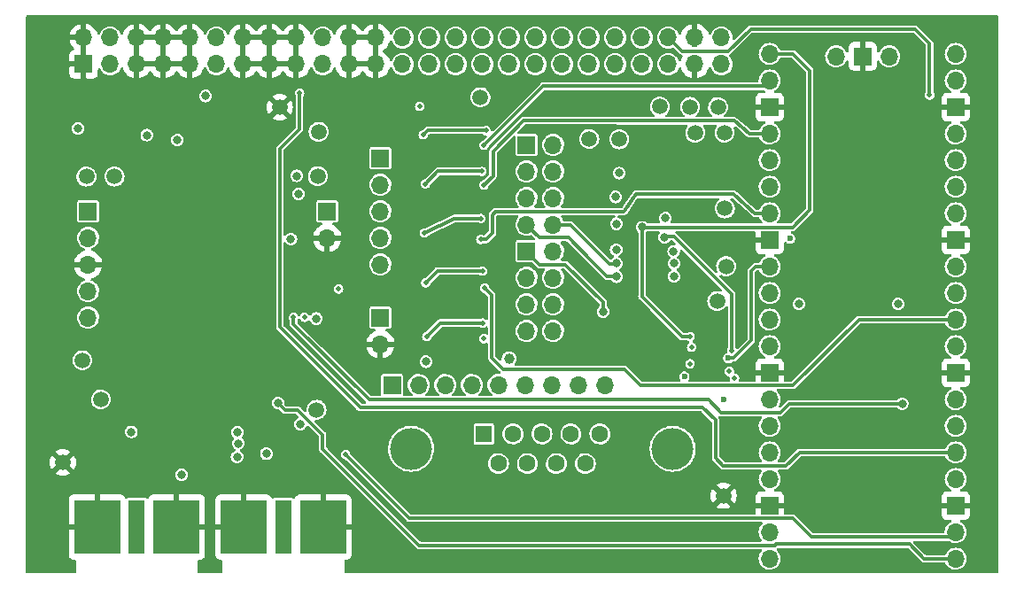
<source format=gbr>
%TF.GenerationSoftware,KiCad,Pcbnew,6.0.2+dfsg-1*%
%TF.CreationDate,2023-03-28T12:08:36-04:00*%
%TF.ProjectId,HL2IOBoard,484c3249-4f42-46f6-9172-642e6b696361,E*%
%TF.SameCoordinates,Original*%
%TF.FileFunction,Copper,L2,Inr*%
%TF.FilePolarity,Positive*%
%FSLAX46Y46*%
G04 Gerber Fmt 4.6, Leading zero omitted, Abs format (unit mm)*
G04 Created by KiCad (PCBNEW 6.0.2+dfsg-1) date 2023-03-28 12:08:36*
%MOMM*%
%LPD*%
G01*
G04 APERTURE LIST*
%TA.AperFunction,ComponentPad*%
%ADD10R,1.600000X5.200000*%
%TD*%
%TA.AperFunction,ComponentPad*%
%ADD11R,4.400000X5.200000*%
%TD*%
%TA.AperFunction,ComponentPad*%
%ADD12C,4.000000*%
%TD*%
%TA.AperFunction,ComponentPad*%
%ADD13R,1.600000X1.600000*%
%TD*%
%TA.AperFunction,ComponentPad*%
%ADD14C,1.600000*%
%TD*%
%TA.AperFunction,ComponentPad*%
%ADD15R,1.700000X1.700000*%
%TD*%
%TA.AperFunction,ComponentPad*%
%ADD16O,1.700000X1.700000*%
%TD*%
%TA.AperFunction,ComponentPad*%
%ADD17C,1.500000*%
%TD*%
%TA.AperFunction,ViaPad*%
%ADD18C,0.800000*%
%TD*%
%TA.AperFunction,ViaPad*%
%ADD19C,1.000000*%
%TD*%
%TA.AperFunction,ViaPad*%
%ADD20C,0.600000*%
%TD*%
%TA.AperFunction,ViaPad*%
%ADD21C,0.500000*%
%TD*%
%TA.AperFunction,Conductor*%
%ADD22C,0.300000*%
%TD*%
%TA.AperFunction,Conductor*%
%ADD23C,0.350000*%
%TD*%
G04 APERTURE END LIST*
D10*
%TO.N,Net-(B5-Pad1)*%
%TO.C,J9*%
X126620000Y-130510000D03*
D11*
%TO.N,GND*%
X122820000Y-130510000D03*
X130420000Y-130510000D03*
%TD*%
D10*
%TO.N,Net-(J10-Pad1)*%
%TO.C,J10*%
X112620000Y-130510000D03*
D11*
%TO.N,GND*%
X108820000Y-130510000D03*
X116420000Y-130510000D03*
%TD*%
D12*
%TO.N,N/C*%
%TO.C,J5*%
X138840000Y-123020000D03*
X163840000Y-123020000D03*
D13*
%TO.N,Net-(J5-Pad1)*%
X145800000Y-121600000D03*
D14*
%TO.N,Net-(J5-Pad2)*%
X148570000Y-121600000D03*
%TO.N,Net-(J5-Pad3)*%
X151340000Y-121600000D03*
%TO.N,Net-(J5-Pad4)*%
X154110000Y-121600000D03*
%TO.N,Net-(J5-Pad5)*%
X156880000Y-121600000D03*
%TO.N,Net-(J5-Pad6)*%
X147185000Y-124440000D03*
%TO.N,Net-(J5-Pad7)*%
X149955000Y-124440000D03*
%TO.N,Net-(J5-Pad8)*%
X152725000Y-124440000D03*
%TO.N,Net-(J5-Pad9)*%
X155495000Y-124440000D03*
%TD*%
D15*
%TO.N,Net-(J4-Pad1)*%
%TO.C,J4*%
X149860000Y-104140000D03*
D16*
%TO.N,Net-(J4-Pad2)*%
X152400000Y-104140000D03*
%TO.N,Net-(J4-Pad3)*%
X149860000Y-106680000D03*
%TO.N,Net-(J4-Pad4)*%
X152400000Y-106680000D03*
%TO.N,Net-(J4-Pad5)*%
X149860000Y-109220000D03*
%TO.N,Net-(J4-Pad6)*%
X152400000Y-109220000D03*
%TO.N,Net-(J4-Pad7)*%
X149860000Y-111760000D03*
%TO.N,Net-(C5-Pad1)*%
X152400000Y-111760000D03*
%TD*%
D15*
%TO.N,Net-(J6-Pad1)*%
%TO.C,J6*%
X149860000Y-93980000D03*
D16*
%TO.N,Net-(J6-Pad2)*%
X152400000Y-93980000D03*
%TO.N,Net-(J6-Pad3)*%
X149860000Y-96520000D03*
%TO.N,Net-(J6-Pad4)*%
X152400000Y-96520000D03*
%TO.N,Net-(J6-Pad5)*%
X149860000Y-99060000D03*
%TO.N,Net-(J6-Pad6)*%
X152400000Y-99060000D03*
%TO.N,Net-(J6-Pad7)*%
X149860000Y-101600000D03*
%TO.N,Net-(J6-Pad8)*%
X152400000Y-101600000D03*
%TD*%
D15*
%TO.N,Net-(J8-Pad1)*%
%TO.C,J8*%
X135890000Y-95250000D03*
D16*
%TO.N,Net-(J8-Pad2)*%
X135890000Y-97790000D03*
%TO.N,Net-(J8-Pad3)*%
X135890000Y-100330000D03*
%TO.N,Net-(J8-Pad4)*%
X135890000Y-102870000D03*
%TO.N,Net-(J8-Pad5)*%
X135890000Y-105410000D03*
%TD*%
D15*
%TO.N,Net-(J12-Pad1)*%
%TO.C,J12*%
X130810000Y-100330000D03*
D16*
%TO.N,GND*%
X130810000Y-102870000D03*
%TD*%
%TO.N,HPF*%
%TO.C,U1*%
X190890000Y-133530000D03*
%TO.N,GPIO1*%
X190890000Y-130990000D03*
D15*
%TO.N,GND*%
X190890000Y-128450000D03*
D16*
%TO.N,RF3*%
X190890000Y-125910000D03*
%TO.N,GPIO3*%
X190890000Y-123370000D03*
%TO.N,GPIO4*%
X190890000Y-120830000D03*
%TO.N,unconnected-(U1-Pad7)*%
X190890000Y-118290000D03*
D15*
%TO.N,GND*%
X190890000Y-115750000D03*
D16*
%TO.N,In5*%
X190890000Y-113210000D03*
%TO.N,In4*%
X190890000Y-110670000D03*
%TO.N,Out8*%
X190890000Y-108130000D03*
%TO.N,Out7*%
X190890000Y-105590000D03*
D15*
%TO.N,GND*%
X190890000Y-103050000D03*
D16*
%TO.N,Out5*%
X190890000Y-100510000D03*
%TO.N,Out4*%
X190890000Y-97970000D03*
%TO.N,GPIO12*%
X190890000Y-95430000D03*
%TO.N,GPIO13*%
X190890000Y-92890000D03*
D15*
%TO.N,GND*%
X190890000Y-90350000D03*
D16*
%TO.N,SDA*%
X190890000Y-87810000D03*
%TO.N,SCL*%
X190890000Y-85270000D03*
%TO.N,Out1*%
X173110000Y-85270000D03*
%TO.N,In1*%
X173110000Y-87810000D03*
D15*
%TO.N,GND*%
X173110000Y-90350000D03*
D16*
%TO.N,In2*%
X173110000Y-92890000D03*
%TO.N,Out2*%
X173110000Y-95430000D03*
%TO.N,Out3*%
X173110000Y-97970000D03*
%TO.N,In3*%
X173110000Y-100510000D03*
D15*
%TO.N,GND*%
X173110000Y-103050000D03*
D16*
%TO.N,Out6*%
X173110000Y-105590000D03*
%TO.N,unconnected-(U1-Pad30)*%
X173110000Y-108130000D03*
%TO.N,unconnected-(U1-Pad31)*%
X173110000Y-110670000D03*
%TO.N,unconnected-(U1-Pad32)*%
X173110000Y-113210000D03*
D15*
%TO.N,GND*%
X173110000Y-115750000D03*
D16*
%TO.N,unconnected-(U1-Pad34)*%
X173110000Y-118290000D03*
%TO.N,Net-(U1-Pad35)*%
X173110000Y-120830000D03*
%TO.N,unconnected-(U1-Pad36)*%
X173110000Y-123370000D03*
%TO.N,unconnected-(U1-Pad37)*%
X173110000Y-125910000D03*
D15*
%TO.N,GND*%
X173110000Y-128450000D03*
D16*
%TO.N,Net-(D6-Pad1)*%
X173110000Y-130990000D03*
%TO.N,unconnected-(U1-Pad40)*%
X173110000Y-133530000D03*
%TO.N,unconnected-(U1-Pad41)*%
X184540000Y-85500000D03*
D15*
%TO.N,GND*%
X182000000Y-85500000D03*
D16*
%TO.N,unconnected-(U1-Pad43)*%
X179460000Y-85500000D03*
%TD*%
D15*
%TO.N,GND*%
%TO.C,J1*%
X107540000Y-86260000D03*
D16*
X107540000Y-83720000D03*
%TO.N,Net-(J1-Pad3)*%
X110080000Y-86260000D03*
X110080000Y-83720000D03*
%TO.N,GND*%
X112620000Y-86260000D03*
X112620000Y-83720000D03*
X115160000Y-86260000D03*
X115160000Y-83720000D03*
X117700000Y-86260000D03*
X117700000Y-83720000D03*
%TO.N,Net-(B2-Pad1)*%
X120240000Y-86260000D03*
X120240000Y-83720000D03*
%TO.N,GND*%
X122780000Y-86260000D03*
X122780000Y-83720000D03*
X125320000Y-86260000D03*
X125320000Y-83720000D03*
X127860000Y-86260000D03*
X127860000Y-83720000D03*
%TO.N,Net-(J1-Pad19)*%
X130400000Y-86260000D03*
X130400000Y-83720000D03*
%TO.N,GND*%
X132940000Y-86260000D03*
X132940000Y-83720000D03*
X135480000Y-86260000D03*
X135480000Y-83720000D03*
%TO.N,Net-(J1-Pad25)*%
X138020000Y-86260000D03*
X138020000Y-83720000D03*
%TO.N,Net-(J1-Pad27)*%
X140560000Y-86260000D03*
X140560000Y-83720000D03*
%TO.N,Net-(D1-Pad1)*%
X143100000Y-86260000D03*
X143100000Y-83720000D03*
%TO.N,SDA*%
X145640000Y-86260000D03*
X145640000Y-83720000D03*
%TO.N,SCL*%
X148180000Y-86260000D03*
X148180000Y-83720000D03*
%TO.N,Net-(J1-Pad35)*%
X150720000Y-86260000D03*
X150720000Y-83720000D03*
%TO.N,Net-(J1-Pad37)*%
X153260000Y-86260000D03*
X153260000Y-83720000D03*
%TO.N,Net-(J1-Pad39)*%
X155800000Y-86260000D03*
X155800000Y-83720000D03*
%TO.N,unconnected-(J1-Pad41)*%
X158340000Y-86260000D03*
%TO.N,unconnected-(J1-Pad42)*%
X158340000Y-83720000D03*
%TO.N,unconnected-(J1-Pad43)*%
X160880000Y-86260000D03*
%TO.N,unconnected-(J1-Pad44)*%
X160880000Y-83720000D03*
%TO.N,+3V3*%
X163420000Y-86260000D03*
X163420000Y-83720000D03*
%TO.N,GND*%
X165960000Y-86260000D03*
X165960000Y-83720000D03*
%TO.N,VSUP*%
X168500000Y-86260000D03*
X168500000Y-83720000D03*
%TD*%
D15*
%TO.N,Net-(J2-Pad1)*%
%TO.C,J2*%
X107950000Y-100330000D03*
D16*
%TO.N,Net-(J2-Pad2)*%
X107950000Y-102870000D03*
%TO.N,GND*%
X107950000Y-105410000D03*
%TO.N,Net-(J2-Pad4)*%
X107950000Y-107950000D03*
%TO.N,Net-(J2-Pad5)*%
X107950000Y-110490000D03*
%TD*%
D15*
%TO.N,Net-(J3-Pad1)*%
%TO.C,J3*%
X135890000Y-110490000D03*
D16*
%TO.N,GND*%
X135890000Y-113030000D03*
%TD*%
D17*
%TO.N,GND*%
%TO.C,G1*%
X168690000Y-127500000D03*
%TD*%
%TO.N,GND*%
%TO.C,G2*%
X126280000Y-90380000D03*
%TD*%
%TO.N,GND*%
%TO.C,G3*%
X105540000Y-124330000D03*
%TD*%
D15*
%TO.N,Net-(J5-Pad1)*%
%TO.C,J7*%
X137020000Y-116930000D03*
D16*
%TO.N,Net-(J5-Pad2)*%
X139560000Y-116930000D03*
%TO.N,Net-(J5-Pad3)*%
X142100000Y-116930000D03*
%TO.N,Net-(J5-Pad4)*%
X144640000Y-116930000D03*
%TO.N,Net-(J5-Pad5)*%
X147180000Y-116930000D03*
%TO.N,Net-(J5-Pad6)*%
X149720000Y-116930000D03*
%TO.N,Net-(J5-Pad7)*%
X152260000Y-116930000D03*
%TO.N,Net-(J5-Pad8)*%
X154800000Y-116930000D03*
%TO.N,Net-(J5-Pad9)*%
X157340000Y-116930000D03*
%TD*%
D17*
%TO.N,Net-(Q3-Pad3)*%
%TO.C,Sw5*%
X168100000Y-108900000D03*
%TD*%
%TO.N,Net-(Q2-Pad3)*%
%TO.C,Sw12*%
X129800000Y-119300000D03*
%TD*%
%TO.N,Net-(J2-Pad5)*%
%TO.C,T1*%
X107420000Y-114570000D03*
%TD*%
%TO.N,Net-(J2-Pad1)*%
%TO.C,T2*%
X107800000Y-97000000D03*
%TD*%
%TO.N,Net-(J12-Pad1)*%
%TO.C,T4*%
X129930000Y-96950000D03*
%TD*%
%TO.N,Net-(J2-Pad4)*%
%TO.C,T5*%
X109190000Y-118300000D03*
%TD*%
%TO.N,Net-(J2-Pad2)*%
%TO.C,T6*%
X110490000Y-97000000D03*
%TD*%
%TO.N,VSUP*%
%TO.C,12V1*%
X168170000Y-90360000D03*
%TD*%
%TO.N,VSUP*%
%TO.C,12V2*%
X165500000Y-90340000D03*
%TD*%
%TO.N,VSUP*%
%TO.C,12V3*%
X162620000Y-90320000D03*
%TD*%
%TO.N,+3V3*%
%TO.C,3V1*%
X130000000Y-92720000D03*
%TD*%
%TO.N,+3V3*%
%TO.C,3V2*%
X145470000Y-89420000D03*
%TD*%
%TO.N,+5V*%
%TO.C,5V1*%
X168830000Y-100050000D03*
%TD*%
%TO.N,+5V*%
%TO.C,5V3*%
X168950000Y-105570000D03*
%TD*%
%TO.N,Net-(P1-Pad1)*%
%TO.C,P1*%
X155870000Y-93410000D03*
%TD*%
%TO.N,Net-(P2-Pad1)*%
%TO.C,P2*%
X158730000Y-93440000D03*
%TD*%
%TO.N,Net-(P3-Pad1)*%
%TO.C,P3*%
X166000000Y-92800000D03*
%TD*%
%TO.N,Net-(P4-Pad1)*%
%TO.C,P4*%
X168800000Y-92800000D03*
%TD*%
D18*
%TO.N,VSUP*%
X140260000Y-114700000D03*
X129770000Y-110570000D03*
%TO.N,GND*%
X134125000Y-129950000D03*
D19*
X143200000Y-123970000D03*
D18*
X114130000Y-121870000D03*
D19*
X158250000Y-123770000D03*
D18*
X105310000Y-129750000D03*
X128875000Y-124975000D03*
X134600000Y-92400000D03*
D20*
X164720000Y-109510000D03*
D18*
X116300000Y-120300000D03*
X133400000Y-101100000D03*
X125940000Y-114760000D03*
X119650000Y-129650000D03*
X150270000Y-114090000D03*
X133500000Y-107500000D03*
D19*
%TO.N,+3V3*%
X148200000Y-114400000D03*
D21*
X188400000Y-89200000D03*
D18*
%TO.N,+5V*%
X128080000Y-98640000D03*
X158730000Y-96670000D03*
D20*
X168700000Y-118300000D03*
D18*
%TO.N,Net-(B7-Pad1)*%
X116900000Y-125500000D03*
X122300000Y-122500000D03*
%TO.N,Net-(B7-Pad2)*%
X112100000Y-121400000D03*
X119200000Y-89300000D03*
D20*
%TO.N,Net-(R8-Pad2)*%
X164950000Y-116125000D03*
D18*
%TO.N,Net-(J4-Pad1)*%
X157190000Y-109900000D03*
%TO.N,Net-(J6-Pad1)*%
X158370000Y-98950000D03*
%TO.N,Net-(J6-Pad3)*%
X158460000Y-101510000D03*
%TO.N,Net-(J6-Pad5)*%
X158440000Y-103990000D03*
%TO.N,Net-(J6-Pad7)*%
X158480000Y-106570000D03*
%TO.N,Net-(J6-Pad8)*%
X158440000Y-105310000D03*
D21*
%TO.N,Net-(D2-Pad2)*%
X140340000Y-112290000D03*
X145660000Y-111000000D03*
%TO.N,Net-(D3-Pad2)*%
X145660000Y-106030000D03*
X140230000Y-107160000D03*
%TO.N,Net-(D4-Pad2)*%
X140100000Y-102400000D03*
X145500000Y-101000000D03*
%TO.N,Net-(D5-Pad2)*%
X140200000Y-97700000D03*
X145600000Y-96500000D03*
%TO.N,Net-(D7-Pad2)*%
X140000000Y-93000000D03*
X146000000Y-92600000D03*
%TO.N,In5*%
X145790000Y-112490000D03*
%TO.N,In4*%
X145860000Y-107670000D03*
%TO.N,In3*%
X145500000Y-103000000D03*
%TO.N,In2*%
X145800000Y-97800000D03*
%TO.N,In1*%
X145800000Y-94000000D03*
D18*
%TO.N,Out1*%
X160920000Y-101840000D03*
D21*
X165500000Y-112300000D03*
D18*
%TO.N,Out3*%
X163060000Y-102800000D03*
D21*
X169475000Y-113675000D03*
%TO.N,Out4*%
X165648872Y-113297402D03*
D18*
X163150000Y-100980000D03*
D20*
%TO.N,Out6*%
X169160706Y-114355971D03*
D18*
%TO.N,Out5*%
X163930000Y-104140000D03*
D21*
X165500000Y-114900000D03*
D18*
%TO.N,Out8*%
X163950000Y-105300000D03*
D21*
X169250000Y-115625000D03*
%TO.N,Out7*%
X169750000Y-116275000D03*
D18*
X163950000Y-106540000D03*
%TO.N,Net-(B2-Pad2)*%
X116500000Y-93500000D03*
D21*
%TO.N,GPIO13*%
X139650000Y-90275000D03*
%TO.N,GPIO3*%
X128175000Y-89000000D03*
%TO.N,GPIO1*%
X132575000Y-123575000D03*
D20*
%TO.N,GPIO12*%
X175050000Y-102925000D03*
D18*
%TO.N,RF3*%
X127890000Y-96930000D03*
%TO.N,HPF*%
X126110000Y-118640000D03*
D21*
%TO.N,Net-(Q6-Pad1)*%
X128650000Y-110450000D03*
X131900000Y-107750000D03*
%TO.N,Net-(B11-Pad1)*%
X127600000Y-110450000D03*
D18*
X185780000Y-118710000D03*
%TO.N,Net-(B18-Pad1)*%
X122200000Y-123800000D03*
X125000000Y-123500000D03*
%TO.N,Net-(B19-Pad1)*%
X122230000Y-121440000D03*
X128240000Y-120670000D03*
%TO.N,Net-(B21-Pad1)*%
X113570000Y-93040000D03*
%TO.N,Net-(J10-Pad1)*%
X107000000Y-92400000D03*
%TO.N,Net-(R36-Pad1)*%
X127350000Y-102960000D03*
%TO.N,Net-(Q3-Pad3)*%
X185380000Y-109190000D03*
X175900000Y-109180000D03*
%TD*%
D22*
%TO.N,+3V3*%
X187000000Y-82900000D02*
X171300000Y-82900000D01*
X188400000Y-89200000D02*
X188400000Y-84300000D01*
X169180000Y-85000000D02*
X164760000Y-85000000D01*
X164760000Y-85000000D02*
X163420000Y-83720000D01*
X171300000Y-82900000D02*
X169180000Y-85000000D01*
X188400000Y-84300000D02*
X187000000Y-82900000D01*
%TO.N,Net-(J4-Pad1)*%
X153600000Y-105420000D02*
X157190000Y-109010000D01*
X157190000Y-109010000D02*
X157190000Y-109900000D01*
X151140000Y-105420000D02*
X153600000Y-105420000D01*
X149860000Y-104140000D02*
X151140000Y-105420000D01*
%TO.N,Net-(J6-Pad7)*%
X156050000Y-105020000D02*
X156050000Y-105040000D01*
X151100000Y-102840000D02*
X153870000Y-102840000D01*
X149860000Y-101600000D02*
X151100000Y-102840000D01*
X153870000Y-102840000D02*
X156050000Y-105020000D01*
X157580000Y-106570000D02*
X156050000Y-105040000D01*
X158480000Y-106570000D02*
X157580000Y-106570000D01*
%TO.N,Net-(J6-Pad8)*%
X158420000Y-105330000D02*
X158440000Y-105310000D01*
X152400000Y-101600000D02*
X154030000Y-101600000D01*
X157760000Y-105330000D02*
X158420000Y-105330000D01*
X154030000Y-101600000D02*
X157760000Y-105330000D01*
D23*
%TO.N,Net-(D2-Pad2)*%
X141630000Y-111000000D02*
X145660000Y-111000000D01*
X140340000Y-112290000D02*
X141630000Y-111000000D01*
%TO.N,Net-(D3-Pad2)*%
X141360000Y-106030000D02*
X140230000Y-107160000D01*
X145660000Y-106030000D02*
X141360000Y-106030000D01*
%TO.N,Net-(D4-Pad2)*%
X143000000Y-101000000D02*
X145500000Y-101000000D01*
X140100000Y-102400000D02*
X143000000Y-101000000D01*
D22*
%TO.N,Net-(D5-Pad2)*%
X145600000Y-96500000D02*
X141400000Y-96500000D01*
X141400000Y-96500000D02*
X140200000Y-97700000D01*
%TO.N,Net-(D7-Pad2)*%
X140400000Y-92600000D02*
X140000000Y-93000000D01*
X146000000Y-92600000D02*
X140400000Y-92600000D01*
%TO.N,In4*%
X146530000Y-114320000D02*
X146530000Y-108330000D01*
X160750001Y-116950001D02*
X159200000Y-115400000D01*
X175349999Y-116950001D02*
X160750001Y-116950001D01*
X181630000Y-110670000D02*
X175349999Y-116950001D01*
X190890000Y-110670000D02*
X181630000Y-110670000D01*
X159200000Y-115400000D02*
X147610000Y-115400000D01*
X145870000Y-107670000D02*
X145860000Y-107670000D01*
X147610000Y-115400000D02*
X146530000Y-114320000D01*
X146530000Y-108330000D02*
X145870000Y-107670000D01*
%TO.N,In3*%
X171660000Y-100510000D02*
X173110000Y-100510000D01*
X159230000Y-100290000D02*
X160300000Y-98700000D01*
X169670000Y-98700000D02*
X171660000Y-100510000D01*
D23*
X145500000Y-103000000D02*
X145990000Y-103000000D01*
D22*
X146590000Y-100660000D02*
X146910000Y-100340000D01*
X159180000Y-100340000D02*
X159230000Y-100290000D01*
X146910000Y-100340000D02*
X159180000Y-100340000D01*
X160300000Y-98700000D02*
X169670000Y-98700000D01*
D23*
X145990000Y-103000000D02*
X146590000Y-102400000D01*
D22*
X146590000Y-102400000D02*
X146590000Y-100660000D01*
%TO.N,In2*%
X169710000Y-91680000D02*
X151920000Y-91640000D01*
X146670000Y-96930000D02*
X145800000Y-97800000D01*
X171165000Y-92890000D02*
X169710000Y-91680000D01*
X149600000Y-91640000D02*
X146670000Y-94570000D01*
X151920000Y-91640000D02*
X149600000Y-91640000D01*
X146670000Y-94570000D02*
X146670000Y-96930000D01*
X173110000Y-92890000D02*
X171165000Y-92890000D01*
%TO.N,In1*%
X172550000Y-88370000D02*
X151430000Y-88370000D01*
X173110000Y-87810000D02*
X172550000Y-88370000D01*
X150250000Y-89550000D02*
X145800000Y-94000000D01*
X151430000Y-88370000D02*
X150250000Y-89550000D01*
%TO.N,Out1*%
X160929999Y-101849999D02*
X160920000Y-101840000D01*
X161970000Y-109540000D02*
X161970000Y-109530000D01*
X175300001Y-101849999D02*
X162170001Y-101849999D01*
X160900000Y-101860000D02*
X160920000Y-101840000D01*
X175345000Y-85270000D02*
X176950000Y-86875000D01*
X163525000Y-111095000D02*
X163525000Y-111100000D01*
X164725000Y-112300000D02*
X165500000Y-112300000D01*
X162170001Y-101849999D02*
X160929999Y-101849999D01*
X173110000Y-85270000D02*
X175345000Y-85270000D01*
X161970000Y-109530000D02*
X160900000Y-108460000D01*
X163525000Y-111100000D02*
X164725000Y-112300000D01*
X160900000Y-108460000D02*
X160900000Y-101860000D01*
X176950000Y-86875000D02*
X176950000Y-100200000D01*
X176950000Y-100200000D02*
X175300001Y-101849999D01*
X161970000Y-109540000D02*
X163525000Y-111095000D01*
%TO.N,Out3*%
X163110000Y-102750000D02*
X163060000Y-102800000D01*
X169475000Y-113675000D02*
X169475000Y-108225000D01*
X164000000Y-102750000D02*
X163110000Y-102750000D01*
X164820000Y-103570000D02*
X164810000Y-103570000D01*
X164820000Y-103570000D02*
X164000000Y-102750000D01*
X169475000Y-108225000D02*
X164820000Y-103570000D01*
%TO.N,Out6*%
X169641867Y-114355971D02*
X171350000Y-112647838D01*
X171350000Y-106020000D02*
X171780000Y-105590000D01*
X171350000Y-112647838D02*
X171350000Y-106020000D01*
X171780000Y-105590000D02*
X173110000Y-105590000D01*
X169160706Y-114355971D02*
X169641867Y-114355971D01*
X169129735Y-114325000D02*
X169160706Y-114355971D01*
%TO.N,GPIO3*%
X166725000Y-119075000D02*
X133975000Y-119075000D01*
X167925000Y-123925000D02*
X167925000Y-120275000D01*
X126275000Y-111375000D02*
X126275000Y-94350000D01*
X133975000Y-119075000D02*
X126275000Y-111375000D01*
X126275000Y-94350000D02*
X128175000Y-92450000D01*
X168650000Y-124650000D02*
X167925000Y-123925000D01*
X174675000Y-124650000D02*
X168650000Y-124650000D01*
X190890000Y-123370000D02*
X175955000Y-123370000D01*
X167925000Y-120275000D02*
X166725000Y-119075000D01*
X128175000Y-92450000D02*
X128175000Y-89000000D01*
X175955000Y-123370000D02*
X174675000Y-124650000D01*
%TO.N,GPIO1*%
X138650001Y-129650001D02*
X132575000Y-123575000D01*
X175300001Y-129650001D02*
X138650001Y-129650001D01*
X190409999Y-131470001D02*
X177120001Y-131470001D01*
X190890000Y-130990000D02*
X190409999Y-131470001D01*
X177120001Y-131470001D02*
X175300001Y-129650001D01*
%TO.N,HPF*%
X190890000Y-133530000D02*
X187855000Y-133530000D01*
X126820000Y-119350000D02*
X126110000Y-118640000D01*
X186474999Y-132149999D02*
X173726003Y-132149999D01*
X187855000Y-133530000D02*
X186474999Y-132149999D01*
X173726003Y-132149999D02*
X173626002Y-132250000D01*
X130375000Y-121694998D02*
X130375000Y-123025000D01*
X173626002Y-132250000D02*
X139600000Y-132250000D01*
X139600000Y-132250000D02*
X130375000Y-123025000D01*
X126820000Y-119350000D02*
X128030002Y-119350000D01*
X128030002Y-119350000D02*
X130375000Y-121694998D01*
%TO.N,Net-(B11-Pad1)*%
X174150000Y-119550000D02*
X169850000Y-119550000D01*
X144200000Y-118350000D02*
X134900000Y-118350000D01*
X169850000Y-119550000D02*
X168450000Y-119550000D01*
X174990000Y-118710000D02*
X174150000Y-119550000D01*
X168450000Y-119550000D02*
X167250000Y-118350000D01*
X134850000Y-118350000D02*
X127600000Y-111100000D01*
X127600000Y-111100000D02*
X127600000Y-110450000D01*
X134900000Y-118350000D02*
X134850000Y-118350000D01*
X185780000Y-118710000D02*
X174990000Y-118710000D01*
X167250000Y-118350000D02*
X153950000Y-118350000D01*
X153950000Y-118350000D02*
X144200000Y-118350000D01*
%TD*%
%TA.AperFunction,Conductor*%
%TO.N,GND*%
G36*
X194917121Y-81605002D02*
G01*
X194963614Y-81658658D01*
X194975000Y-81711000D01*
X194975000Y-134809000D01*
X194954998Y-134877121D01*
X194901342Y-134923614D01*
X194849000Y-134935000D01*
X132571000Y-134935000D01*
X132502879Y-134914998D01*
X132456386Y-134861342D01*
X132445000Y-134809000D01*
X132445000Y-133743999D01*
X132465002Y-133675878D01*
X132518658Y-133629385D01*
X132571000Y-133617999D01*
X132664669Y-133617999D01*
X132671490Y-133617629D01*
X132722352Y-133612105D01*
X132737604Y-133608479D01*
X132858054Y-133563324D01*
X132873649Y-133554786D01*
X132975724Y-133478285D01*
X132988285Y-133465724D01*
X133064786Y-133363649D01*
X133073324Y-133348054D01*
X133118478Y-133227606D01*
X133122105Y-133212351D01*
X133127631Y-133161486D01*
X133128000Y-133154672D01*
X133128000Y-130782115D01*
X133123525Y-130766876D01*
X133122135Y-130765671D01*
X133114452Y-130764000D01*
X130292000Y-130764000D01*
X130223879Y-130743998D01*
X130177386Y-130690342D01*
X130166000Y-130638000D01*
X130166000Y-130237885D01*
X130674000Y-130237885D01*
X130678475Y-130253124D01*
X130679865Y-130254329D01*
X130687548Y-130256000D01*
X133109884Y-130256000D01*
X133125123Y-130251525D01*
X133126328Y-130250135D01*
X133127999Y-130242452D01*
X133127999Y-127865331D01*
X133127629Y-127858510D01*
X133122105Y-127807648D01*
X133118479Y-127792396D01*
X133073324Y-127671946D01*
X133064786Y-127656351D01*
X132988285Y-127554276D01*
X132975724Y-127541715D01*
X132873649Y-127465214D01*
X132858054Y-127456676D01*
X132737606Y-127411522D01*
X132722351Y-127407895D01*
X132671486Y-127402369D01*
X132664672Y-127402000D01*
X130692115Y-127402000D01*
X130676876Y-127406475D01*
X130675671Y-127407865D01*
X130674000Y-127415548D01*
X130674000Y-130237885D01*
X130166000Y-130237885D01*
X130166000Y-127420116D01*
X130161525Y-127404877D01*
X130160135Y-127403672D01*
X130152452Y-127402001D01*
X128175331Y-127402001D01*
X128168510Y-127402371D01*
X128117648Y-127407895D01*
X128102396Y-127411521D01*
X127981946Y-127456676D01*
X127966351Y-127465214D01*
X127864276Y-127541715D01*
X127851715Y-127554276D01*
X127775214Y-127656351D01*
X127766675Y-127671948D01*
X127753832Y-127706207D01*
X127711191Y-127762972D01*
X127644630Y-127787672D01*
X127575281Y-127772465D01*
X127565010Y-127764763D01*
X127564552Y-127765448D01*
X127508547Y-127728026D01*
X127498231Y-127721133D01*
X127486062Y-127718712D01*
X127486061Y-127718712D01*
X127445816Y-127710707D01*
X127439748Y-127709500D01*
X125800252Y-127709500D01*
X125794184Y-127710707D01*
X125753939Y-127718712D01*
X125753938Y-127718712D01*
X125741769Y-127721133D01*
X125675448Y-127765448D01*
X125673168Y-127762036D01*
X125630933Y-127785099D01*
X125560118Y-127780034D01*
X125503282Y-127737487D01*
X125486168Y-127706207D01*
X125473325Y-127671948D01*
X125464786Y-127656351D01*
X125388285Y-127554276D01*
X125375724Y-127541715D01*
X125273649Y-127465214D01*
X125258054Y-127456676D01*
X125137606Y-127411522D01*
X125122351Y-127407895D01*
X125071486Y-127402369D01*
X125064672Y-127402000D01*
X123092115Y-127402000D01*
X123076876Y-127406475D01*
X123075671Y-127407865D01*
X123074000Y-127415548D01*
X123074000Y-130638000D01*
X123053998Y-130706121D01*
X123000342Y-130752614D01*
X122948000Y-130764000D01*
X120130116Y-130764000D01*
X120114877Y-130768475D01*
X120113672Y-130769865D01*
X120112001Y-130777548D01*
X120112001Y-133154669D01*
X120112371Y-133161490D01*
X120117895Y-133212352D01*
X120121521Y-133227604D01*
X120166676Y-133348054D01*
X120175214Y-133363649D01*
X120251715Y-133465724D01*
X120264276Y-133478285D01*
X120366351Y-133554786D01*
X120381946Y-133563324D01*
X120502394Y-133608478D01*
X120517649Y-133612105D01*
X120568514Y-133617631D01*
X120575328Y-133618000D01*
X120669000Y-133618000D01*
X120737121Y-133638002D01*
X120783614Y-133691658D01*
X120795000Y-133744000D01*
X120795000Y-134809000D01*
X120774998Y-134877121D01*
X120721342Y-134923614D01*
X120669000Y-134935000D01*
X118561000Y-134935000D01*
X118492879Y-134914998D01*
X118446386Y-134861342D01*
X118435000Y-134809000D01*
X118435000Y-133743999D01*
X118455002Y-133675878D01*
X118508658Y-133629385D01*
X118561000Y-133617999D01*
X118664669Y-133617999D01*
X118671490Y-133617629D01*
X118722352Y-133612105D01*
X118737604Y-133608479D01*
X118858054Y-133563324D01*
X118873649Y-133554786D01*
X118975724Y-133478285D01*
X118988285Y-133465724D01*
X119064786Y-133363649D01*
X119073324Y-133348054D01*
X119118478Y-133227606D01*
X119122105Y-133212351D01*
X119127631Y-133161486D01*
X119128000Y-133154672D01*
X119128000Y-130782115D01*
X119123525Y-130766876D01*
X119122135Y-130765671D01*
X119114452Y-130764000D01*
X116292000Y-130764000D01*
X116223879Y-130743998D01*
X116177386Y-130690342D01*
X116166000Y-130638000D01*
X116166000Y-130237885D01*
X116674000Y-130237885D01*
X116678475Y-130253124D01*
X116679865Y-130254329D01*
X116687548Y-130256000D01*
X119109884Y-130256000D01*
X119125123Y-130251525D01*
X119126328Y-130250135D01*
X119127999Y-130242452D01*
X119127999Y-130237885D01*
X120112000Y-130237885D01*
X120116475Y-130253124D01*
X120117865Y-130254329D01*
X120125548Y-130256000D01*
X122547885Y-130256000D01*
X122563124Y-130251525D01*
X122564329Y-130250135D01*
X122566000Y-130242452D01*
X122566000Y-127420116D01*
X122561525Y-127404877D01*
X122560135Y-127403672D01*
X122552452Y-127402001D01*
X120575331Y-127402001D01*
X120568510Y-127402371D01*
X120517648Y-127407895D01*
X120502396Y-127411521D01*
X120381946Y-127456676D01*
X120366351Y-127465214D01*
X120264276Y-127541715D01*
X120251715Y-127554276D01*
X120175214Y-127656351D01*
X120166676Y-127671946D01*
X120121522Y-127792394D01*
X120117895Y-127807649D01*
X120112369Y-127858514D01*
X120112000Y-127865328D01*
X120112000Y-130237885D01*
X119127999Y-130237885D01*
X119127999Y-127865331D01*
X119127629Y-127858510D01*
X119122105Y-127807648D01*
X119118479Y-127792396D01*
X119073324Y-127671946D01*
X119064786Y-127656351D01*
X118988285Y-127554276D01*
X118975724Y-127541715D01*
X118873649Y-127465214D01*
X118858054Y-127456676D01*
X118737606Y-127411522D01*
X118722351Y-127407895D01*
X118671486Y-127402369D01*
X118664672Y-127402000D01*
X116692115Y-127402000D01*
X116676876Y-127406475D01*
X116675671Y-127407865D01*
X116674000Y-127415548D01*
X116674000Y-130237885D01*
X116166000Y-130237885D01*
X116166000Y-127420116D01*
X116161525Y-127404877D01*
X116160135Y-127403672D01*
X116152452Y-127402001D01*
X114175331Y-127402001D01*
X114168510Y-127402371D01*
X114117648Y-127407895D01*
X114102396Y-127411521D01*
X113981946Y-127456676D01*
X113966351Y-127465214D01*
X113864276Y-127541715D01*
X113851715Y-127554276D01*
X113775214Y-127656351D01*
X113766675Y-127671948D01*
X113753832Y-127706207D01*
X113711191Y-127762972D01*
X113644630Y-127787672D01*
X113575281Y-127772465D01*
X113565010Y-127764763D01*
X113564552Y-127765448D01*
X113508547Y-127728026D01*
X113498231Y-127721133D01*
X113486062Y-127718712D01*
X113486061Y-127718712D01*
X113445816Y-127710707D01*
X113439748Y-127709500D01*
X111800252Y-127709500D01*
X111794184Y-127710707D01*
X111753939Y-127718712D01*
X111753938Y-127718712D01*
X111741769Y-127721133D01*
X111675448Y-127765448D01*
X111673168Y-127762036D01*
X111630933Y-127785099D01*
X111560118Y-127780034D01*
X111503282Y-127737487D01*
X111486168Y-127706207D01*
X111473325Y-127671948D01*
X111464786Y-127656351D01*
X111388285Y-127554276D01*
X111375724Y-127541715D01*
X111273649Y-127465214D01*
X111258054Y-127456676D01*
X111137606Y-127411522D01*
X111122351Y-127407895D01*
X111071486Y-127402369D01*
X111064672Y-127402000D01*
X109092115Y-127402000D01*
X109076876Y-127406475D01*
X109075671Y-127407865D01*
X109074000Y-127415548D01*
X109074000Y-130638000D01*
X109053998Y-130706121D01*
X109000342Y-130752614D01*
X108948000Y-130764000D01*
X106130116Y-130764000D01*
X106114877Y-130768475D01*
X106113672Y-130769865D01*
X106112001Y-130777548D01*
X106112001Y-133154669D01*
X106112371Y-133161490D01*
X106117895Y-133212352D01*
X106121521Y-133227604D01*
X106166676Y-133348054D01*
X106175214Y-133363649D01*
X106251715Y-133465724D01*
X106264276Y-133478285D01*
X106366351Y-133554786D01*
X106381946Y-133563324D01*
X106502394Y-133608478D01*
X106517649Y-133612105D01*
X106568514Y-133617631D01*
X106575328Y-133618000D01*
X106659000Y-133618000D01*
X106727121Y-133638002D01*
X106773614Y-133691658D01*
X106785000Y-133744000D01*
X106785000Y-134809000D01*
X106764998Y-134877121D01*
X106711342Y-134923614D01*
X106659000Y-134935000D01*
X102151000Y-134935000D01*
X102082879Y-134914998D01*
X102036386Y-134861342D01*
X102025000Y-134809000D01*
X102025000Y-130237885D01*
X106112000Y-130237885D01*
X106116475Y-130253124D01*
X106117865Y-130254329D01*
X106125548Y-130256000D01*
X108547885Y-130256000D01*
X108563124Y-130251525D01*
X108564329Y-130250135D01*
X108566000Y-130242452D01*
X108566000Y-127420116D01*
X108561525Y-127404877D01*
X108560135Y-127403672D01*
X108552452Y-127402001D01*
X106575331Y-127402001D01*
X106568510Y-127402371D01*
X106517648Y-127407895D01*
X106502396Y-127411521D01*
X106381946Y-127456676D01*
X106366351Y-127465214D01*
X106264276Y-127541715D01*
X106251715Y-127554276D01*
X106175214Y-127656351D01*
X106166676Y-127671946D01*
X106121522Y-127792394D01*
X106117895Y-127807649D01*
X106112369Y-127858514D01*
X106112000Y-127865328D01*
X106112000Y-130237885D01*
X102025000Y-130237885D01*
X102025000Y-125380161D01*
X104854393Y-125380161D01*
X104863687Y-125392175D01*
X104904088Y-125420464D01*
X104913584Y-125425947D01*
X105103113Y-125514326D01*
X105113405Y-125518072D01*
X105315401Y-125572196D01*
X105326196Y-125574099D01*
X105534525Y-125592326D01*
X105545475Y-125592326D01*
X105753804Y-125574099D01*
X105764599Y-125572196D01*
X105966595Y-125518072D01*
X105976887Y-125514326D01*
X106007609Y-125500000D01*
X116294318Y-125500000D01*
X116314956Y-125656762D01*
X116375464Y-125802841D01*
X116380491Y-125809392D01*
X116455000Y-125906494D01*
X116471718Y-125928282D01*
X116597159Y-126024536D01*
X116743238Y-126085044D01*
X116900000Y-126105682D01*
X116908188Y-126104604D01*
X117048574Y-126086122D01*
X117056762Y-126085044D01*
X117202841Y-126024536D01*
X117328282Y-125928282D01*
X117345001Y-125906494D01*
X117419509Y-125809392D01*
X117424536Y-125802841D01*
X117485044Y-125656762D01*
X117505682Y-125500000D01*
X117485044Y-125343238D01*
X117424536Y-125197159D01*
X117328282Y-125071718D01*
X117307195Y-125055537D01*
X117258950Y-125018518D01*
X117202841Y-124975464D01*
X117056762Y-124914956D01*
X116900000Y-124894318D01*
X116743238Y-124914956D01*
X116597159Y-124975464D01*
X116541050Y-125018518D01*
X116492806Y-125055537D01*
X116471718Y-125071718D01*
X116375464Y-125197159D01*
X116314956Y-125343238D01*
X116294318Y-125500000D01*
X106007609Y-125500000D01*
X106166416Y-125425947D01*
X106175912Y-125420464D01*
X106217148Y-125391590D01*
X106225523Y-125381112D01*
X106218457Y-125367668D01*
X105552811Y-124702021D01*
X105538868Y-124694408D01*
X105537034Y-124694539D01*
X105530420Y-124698790D01*
X104860820Y-125368391D01*
X104854393Y-125380161D01*
X102025000Y-125380161D01*
X102025000Y-124335475D01*
X104277674Y-124335475D01*
X104295901Y-124543804D01*
X104297804Y-124554599D01*
X104351928Y-124756595D01*
X104355674Y-124766887D01*
X104444054Y-124956417D01*
X104449534Y-124965907D01*
X104478411Y-125007149D01*
X104488887Y-125015523D01*
X104502334Y-125008455D01*
X105167979Y-124342811D01*
X105174356Y-124331132D01*
X105904408Y-124331132D01*
X105904539Y-124332966D01*
X105908790Y-124339580D01*
X106578391Y-125009180D01*
X106590161Y-125015607D01*
X106602176Y-125006311D01*
X106630466Y-124965907D01*
X106635946Y-124956417D01*
X106724326Y-124766887D01*
X106728072Y-124756595D01*
X106782196Y-124554599D01*
X106784099Y-124543804D01*
X106802326Y-124335475D01*
X106802326Y-124324525D01*
X106784099Y-124116196D01*
X106782196Y-124105401D01*
X106728072Y-123903405D01*
X106724326Y-123893113D01*
X106680906Y-123800000D01*
X121594318Y-123800000D01*
X121614956Y-123956762D01*
X121618116Y-123964391D01*
X121621729Y-123973114D01*
X121675464Y-124102841D01*
X121771718Y-124228282D01*
X121897159Y-124324536D01*
X122043238Y-124385044D01*
X122200000Y-124405682D01*
X122208188Y-124404604D01*
X122230338Y-124401688D01*
X122356762Y-124385044D01*
X122502841Y-124324536D01*
X122628282Y-124228282D01*
X122724536Y-124102841D01*
X122778271Y-123973114D01*
X122781884Y-123964391D01*
X122785044Y-123956762D01*
X122805682Y-123800000D01*
X122785044Y-123643238D01*
X122725713Y-123500000D01*
X124394318Y-123500000D01*
X124414956Y-123656762D01*
X124475464Y-123802841D01*
X124571718Y-123928282D01*
X124578264Y-123933305D01*
X124591857Y-123943735D01*
X124697159Y-124024536D01*
X124843238Y-124085044D01*
X125000000Y-124105682D01*
X125008188Y-124104604D01*
X125021580Y-124102841D01*
X125156762Y-124085044D01*
X125302841Y-124024536D01*
X125408143Y-123943735D01*
X125421736Y-123933305D01*
X125428282Y-123928282D01*
X125524536Y-123802841D01*
X125585044Y-123656762D01*
X125605682Y-123500000D01*
X125592448Y-123399474D01*
X125586122Y-123351426D01*
X125585044Y-123343238D01*
X125524536Y-123197159D01*
X125439513Y-123086355D01*
X125433305Y-123078264D01*
X125428282Y-123071718D01*
X125302841Y-122975464D01*
X125156762Y-122914956D01*
X125000000Y-122894318D01*
X124843238Y-122914956D01*
X124697159Y-122975464D01*
X124571718Y-123071718D01*
X124566695Y-123078264D01*
X124560487Y-123086355D01*
X124475464Y-123197159D01*
X124414956Y-123343238D01*
X124413878Y-123351426D01*
X124407552Y-123399474D01*
X124394318Y-123500000D01*
X122725713Y-123500000D01*
X122724536Y-123497159D01*
X122628282Y-123371718D01*
X122578146Y-123333247D01*
X122502841Y-123275464D01*
X122504061Y-123273874D01*
X122462575Y-123230363D01*
X122449140Y-123160649D01*
X122475528Y-123094738D01*
X122526350Y-123056220D01*
X122602841Y-123024536D01*
X122728282Y-122928282D01*
X122824536Y-122802841D01*
X122885044Y-122656762D01*
X122893983Y-122588867D01*
X122904604Y-122508188D01*
X122905682Y-122500000D01*
X122885044Y-122343238D01*
X122880851Y-122333114D01*
X122827696Y-122204789D01*
X122824536Y-122197159D01*
X122728282Y-122071718D01*
X122721736Y-122066695D01*
X122721734Y-122066693D01*
X122685935Y-122039224D01*
X122644067Y-121981887D01*
X122639845Y-121911016D01*
X122662675Y-121862557D01*
X122708165Y-121803273D01*
X122754536Y-121742841D01*
X122815044Y-121596762D01*
X122835682Y-121440000D01*
X122815044Y-121283238D01*
X122754536Y-121137159D01*
X122658282Y-121011718D01*
X122532841Y-120915464D01*
X122386762Y-120854956D01*
X122230000Y-120834318D01*
X122073238Y-120854956D01*
X121927159Y-120915464D01*
X121801718Y-121011718D01*
X121705464Y-121137159D01*
X121644956Y-121283238D01*
X121624318Y-121440000D01*
X121644956Y-121596762D01*
X121705464Y-121742841D01*
X121801718Y-121868282D01*
X121808264Y-121873305D01*
X121808266Y-121873307D01*
X121844065Y-121900776D01*
X121885933Y-121958113D01*
X121890155Y-122028984D01*
X121867325Y-122077443D01*
X121775464Y-122197159D01*
X121772304Y-122204789D01*
X121719150Y-122333114D01*
X121714956Y-122343238D01*
X121694318Y-122500000D01*
X121695396Y-122508188D01*
X121706018Y-122588867D01*
X121714956Y-122656762D01*
X121775464Y-122802841D01*
X121871718Y-122928282D01*
X121878264Y-122933305D01*
X121997159Y-123024536D01*
X121995939Y-123026126D01*
X122037425Y-123069637D01*
X122050860Y-123139351D01*
X122024472Y-123205262D01*
X121973650Y-123243780D01*
X121897159Y-123275464D01*
X121771718Y-123371718D01*
X121675464Y-123497159D01*
X121614956Y-123643238D01*
X121594318Y-123800000D01*
X106680906Y-123800000D01*
X106635946Y-123703583D01*
X106630466Y-123694093D01*
X106601589Y-123652851D01*
X106591113Y-123644477D01*
X106577666Y-123651545D01*
X105912021Y-124317189D01*
X105904408Y-124331132D01*
X105174356Y-124331132D01*
X105175592Y-124328868D01*
X105175461Y-124327034D01*
X105171210Y-124320420D01*
X104501609Y-123650820D01*
X104489839Y-123644393D01*
X104477824Y-123653689D01*
X104449534Y-123694093D01*
X104444054Y-123703583D01*
X104355674Y-123893113D01*
X104351928Y-123903405D01*
X104297804Y-124105401D01*
X104295901Y-124116196D01*
X104277674Y-124324525D01*
X104277674Y-124335475D01*
X102025000Y-124335475D01*
X102025000Y-123278887D01*
X104854477Y-123278887D01*
X104861545Y-123292334D01*
X105527189Y-123957979D01*
X105541132Y-123965592D01*
X105542966Y-123965461D01*
X105549580Y-123961210D01*
X106219180Y-123291609D01*
X106225607Y-123279839D01*
X106216313Y-123267825D01*
X106175912Y-123239536D01*
X106166416Y-123234053D01*
X105976887Y-123145674D01*
X105966595Y-123141928D01*
X105764599Y-123087804D01*
X105753804Y-123085901D01*
X105545475Y-123067674D01*
X105534525Y-123067674D01*
X105326196Y-123085901D01*
X105315401Y-123087804D01*
X105113405Y-123141928D01*
X105103113Y-123145674D01*
X104913583Y-123234054D01*
X104904093Y-123239534D01*
X104862851Y-123268411D01*
X104854477Y-123278887D01*
X102025000Y-123278887D01*
X102025000Y-121400000D01*
X111494318Y-121400000D01*
X111514956Y-121556762D01*
X111575464Y-121702841D01*
X111671718Y-121828282D01*
X111678264Y-121833305D01*
X111707918Y-121856059D01*
X111797159Y-121924536D01*
X111943238Y-121985044D01*
X112100000Y-122005682D01*
X112108188Y-122004604D01*
X112119947Y-122003056D01*
X112256762Y-121985044D01*
X112402841Y-121924536D01*
X112492082Y-121856059D01*
X112521736Y-121833305D01*
X112528282Y-121828282D01*
X112624536Y-121702841D01*
X112685044Y-121556762D01*
X112705682Y-121400000D01*
X112685044Y-121243238D01*
X112624536Y-121097159D01*
X112538062Y-120984463D01*
X112533305Y-120978264D01*
X112528282Y-120971718D01*
X112402841Y-120875464D01*
X112256762Y-120814956D01*
X112213702Y-120809287D01*
X112108188Y-120795396D01*
X112100000Y-120794318D01*
X112091812Y-120795396D01*
X111986299Y-120809287D01*
X111943238Y-120814956D01*
X111797159Y-120875464D01*
X111671718Y-120971718D01*
X111666695Y-120978264D01*
X111661938Y-120984463D01*
X111575464Y-121097159D01*
X111514956Y-121243238D01*
X111494318Y-121400000D01*
X102025000Y-121400000D01*
X102025000Y-118286665D01*
X108234994Y-118286665D01*
X108235510Y-118292809D01*
X108248223Y-118444199D01*
X108250592Y-118472414D01*
X108252291Y-118478339D01*
X108299217Y-118641989D01*
X108301971Y-118651595D01*
X108318659Y-118684066D01*
X108363572Y-118771456D01*
X108387176Y-118817385D01*
X108502959Y-118963468D01*
X108644912Y-119084279D01*
X108650290Y-119087285D01*
X108650292Y-119087286D01*
X108665086Y-119095554D01*
X108807627Y-119175217D01*
X108984907Y-119232819D01*
X109169998Y-119254890D01*
X109176133Y-119254418D01*
X109176135Y-119254418D01*
X109349710Y-119241062D01*
X109349715Y-119241061D01*
X109355851Y-119240589D01*
X109361781Y-119238933D01*
X109361783Y-119238933D01*
X109529459Y-119192117D01*
X109529458Y-119192117D01*
X109535387Y-119190462D01*
X109701768Y-119106417D01*
X109720224Y-119091998D01*
X109843794Y-118995454D01*
X109843795Y-118995453D01*
X109848655Y-118991656D01*
X109970454Y-118850550D01*
X110062526Y-118688474D01*
X110078651Y-118640000D01*
X125504318Y-118640000D01*
X125524956Y-118796762D01*
X125585464Y-118942841D01*
X125681718Y-119068282D01*
X125688264Y-119073305D01*
X125712625Y-119091998D01*
X125807159Y-119164536D01*
X125953238Y-119225044D01*
X126110000Y-119245682D01*
X126145600Y-119240995D01*
X126215746Y-119251934D01*
X126251140Y-119276822D01*
X126536217Y-119561899D01*
X126548295Y-119576853D01*
X126551527Y-119580405D01*
X126557175Y-119589152D01*
X126565352Y-119595598D01*
X126581086Y-119608002D01*
X126585022Y-119611500D01*
X126585110Y-119611396D01*
X126589069Y-119614751D01*
X126592747Y-119618429D01*
X126596972Y-119621448D01*
X126596980Y-119621455D01*
X126607076Y-119628669D01*
X126611826Y-119632236D01*
X126640631Y-119654944D01*
X126640634Y-119654945D01*
X126648811Y-119661392D01*
X126656789Y-119664194D01*
X126663670Y-119669111D01*
X126708843Y-119682621D01*
X126714440Y-119684440D01*
X126758906Y-119700055D01*
X126764044Y-119700500D01*
X126766749Y-119700500D01*
X126768946Y-119700595D01*
X126769480Y-119700755D01*
X126769479Y-119700782D01*
X126769597Y-119700789D01*
X126775464Y-119702544D01*
X126825019Y-119700597D01*
X126829966Y-119700500D01*
X127832630Y-119700500D01*
X127900751Y-119720502D01*
X127921725Y-119737405D01*
X128081446Y-119897126D01*
X128115472Y-119959438D01*
X128110407Y-120030253D01*
X128067860Y-120087089D01*
X128040568Y-120102630D01*
X127937159Y-120145464D01*
X127847918Y-120213941D01*
X127822259Y-120233630D01*
X127811718Y-120241718D01*
X127806695Y-120248264D01*
X127804852Y-120250666D01*
X127715464Y-120367159D01*
X127654956Y-120513238D01*
X127634318Y-120670000D01*
X127654956Y-120826762D01*
X127715464Y-120972841D01*
X127780612Y-121057744D01*
X127805830Y-121090608D01*
X127811718Y-121098282D01*
X127818264Y-121103305D01*
X127830268Y-121112516D01*
X127937159Y-121194536D01*
X128083238Y-121255044D01*
X128240000Y-121275682D01*
X128248188Y-121274604D01*
X128388574Y-121256122D01*
X128396762Y-121255044D01*
X128542841Y-121194536D01*
X128649732Y-121112516D01*
X128661736Y-121103305D01*
X128668282Y-121098282D01*
X128674171Y-121090608D01*
X128699388Y-121057744D01*
X128764536Y-120972841D01*
X128807370Y-120869431D01*
X128851918Y-120814150D01*
X128919282Y-120791729D01*
X128988073Y-120809287D01*
X129012870Y-120828550D01*
X129987596Y-121803275D01*
X130021620Y-121865586D01*
X130024500Y-121892369D01*
X130024500Y-122974176D01*
X130022467Y-122993275D01*
X130022240Y-122998083D01*
X130020049Y-123008261D01*
X130022729Y-123030906D01*
X130023627Y-123038491D01*
X130023937Y-123043746D01*
X130024072Y-123043735D01*
X130024500Y-123048914D01*
X130024500Y-123054115D01*
X130025354Y-123059243D01*
X130025354Y-123059249D01*
X130027389Y-123071473D01*
X130028226Y-123077349D01*
X130031580Y-123105682D01*
X130033764Y-123124138D01*
X130037423Y-123131758D01*
X130038812Y-123140103D01*
X130055539Y-123171103D01*
X130061192Y-123181580D01*
X130063884Y-123186865D01*
X130084274Y-123229326D01*
X130087592Y-123233274D01*
X130089525Y-123235207D01*
X130090990Y-123236804D01*
X130091254Y-123237294D01*
X130091234Y-123237313D01*
X130091313Y-123237402D01*
X130094222Y-123242794D01*
X130101870Y-123249864D01*
X130101871Y-123249865D01*
X130130636Y-123276455D01*
X130134202Y-123279884D01*
X139316217Y-132461899D01*
X139328295Y-132476853D01*
X139331527Y-132480405D01*
X139337175Y-132489152D01*
X139348144Y-132497799D01*
X139361086Y-132508002D01*
X139365021Y-132511499D01*
X139365109Y-132511395D01*
X139369068Y-132514750D01*
X139372746Y-132518428D01*
X139376971Y-132521447D01*
X139376979Y-132521454D01*
X139387080Y-132528672D01*
X139391827Y-132532236D01*
X139398383Y-132537404D01*
X139428811Y-132561392D01*
X139436787Y-132564193D01*
X139443669Y-132569111D01*
X139488836Y-132582619D01*
X139494442Y-132584441D01*
X139531423Y-132597428D01*
X139531429Y-132597429D01*
X139538906Y-132600055D01*
X139544044Y-132600500D01*
X139546763Y-132600500D01*
X139548945Y-132600595D01*
X139549480Y-132600755D01*
X139549479Y-132600782D01*
X139549597Y-132600789D01*
X139555464Y-132602544D01*
X139605019Y-132600597D01*
X139609966Y-132600500D01*
X172248347Y-132600500D01*
X172316468Y-132620502D01*
X172362961Y-132674158D01*
X172373065Y-132744432D01*
X172344869Y-132807489D01*
X172239024Y-132933630D01*
X172236056Y-132939028D01*
X172236053Y-132939033D01*
X172229315Y-132951290D01*
X172139776Y-133114162D01*
X172077484Y-133310532D01*
X172076798Y-133316649D01*
X172076797Y-133316653D01*
X172058668Y-133478285D01*
X172054520Y-133515262D01*
X172055036Y-133521406D01*
X172069333Y-133691658D01*
X172071759Y-133720553D01*
X172073458Y-133726478D01*
X172123359Y-133900502D01*
X172128544Y-133918586D01*
X172131359Y-133924063D01*
X172131360Y-133924066D01*
X172152247Y-133964707D01*
X172222712Y-134101818D01*
X172350677Y-134263270D01*
X172507564Y-134396791D01*
X172687398Y-134497297D01*
X172782238Y-134528112D01*
X172877471Y-134559056D01*
X172877475Y-134559057D01*
X172883329Y-134560959D01*
X173087894Y-134585351D01*
X173094029Y-134584879D01*
X173094031Y-134584879D01*
X173150039Y-134580569D01*
X173293300Y-134569546D01*
X173299230Y-134567890D01*
X173299232Y-134567890D01*
X173485797Y-134515800D01*
X173485796Y-134515800D01*
X173491725Y-134514145D01*
X173497214Y-134511372D01*
X173497220Y-134511370D01*
X173670116Y-134424033D01*
X173675610Y-134421258D01*
X173837951Y-134294424D01*
X173972564Y-134138472D01*
X173993387Y-134101818D01*
X174071276Y-133964707D01*
X174074323Y-133959344D01*
X174139351Y-133763863D01*
X174165171Y-133559474D01*
X174165583Y-133530000D01*
X174145480Y-133324970D01*
X174085935Y-133127749D01*
X173989218Y-132945849D01*
X173915859Y-132855902D01*
X173862906Y-132790975D01*
X173862903Y-132790972D01*
X173859011Y-132786200D01*
X173811510Y-132746903D01*
X173771772Y-132688070D01*
X173770149Y-132617092D01*
X173807158Y-132556505D01*
X173823310Y-132544096D01*
X173830328Y-132540726D01*
X173834276Y-132537408D01*
X173836210Y-132535474D01*
X173837806Y-132534010D01*
X173838296Y-132533746D01*
X173838673Y-132534156D01*
X173843052Y-132531329D01*
X173843665Y-132532279D01*
X173896592Y-132503378D01*
X173923375Y-132500499D01*
X186277627Y-132500499D01*
X186345748Y-132520501D01*
X186366722Y-132537404D01*
X187571217Y-133741899D01*
X187583295Y-133756853D01*
X187586527Y-133760405D01*
X187592175Y-133769152D01*
X187600352Y-133775598D01*
X187616086Y-133788002D01*
X187620021Y-133791499D01*
X187620109Y-133791395D01*
X187624068Y-133794750D01*
X187627746Y-133798428D01*
X187631971Y-133801447D01*
X187631979Y-133801454D01*
X187642080Y-133808672D01*
X187646827Y-133812236D01*
X187683811Y-133841392D01*
X187691787Y-133844193D01*
X187698669Y-133849111D01*
X187708647Y-133852095D01*
X187708649Y-133852096D01*
X187743809Y-133862611D01*
X187749457Y-133864446D01*
X187786423Y-133877428D01*
X187786429Y-133877429D01*
X187793906Y-133880055D01*
X187799044Y-133880500D01*
X187801749Y-133880500D01*
X187803945Y-133880595D01*
X187804480Y-133880755D01*
X187804479Y-133880782D01*
X187804595Y-133880789D01*
X187810463Y-133882544D01*
X187860019Y-133880597D01*
X187864966Y-133880500D01*
X189812059Y-133880500D01*
X189880180Y-133900502D01*
X189924125Y-133948906D01*
X189999892Y-134096333D01*
X189999897Y-134096341D01*
X190002712Y-134101818D01*
X190130677Y-134263270D01*
X190287564Y-134396791D01*
X190467398Y-134497297D01*
X190562238Y-134528112D01*
X190657471Y-134559056D01*
X190657475Y-134559057D01*
X190663329Y-134560959D01*
X190867894Y-134585351D01*
X190874029Y-134584879D01*
X190874031Y-134584879D01*
X190930039Y-134580569D01*
X191073300Y-134569546D01*
X191079230Y-134567890D01*
X191079232Y-134567890D01*
X191265797Y-134515800D01*
X191265796Y-134515800D01*
X191271725Y-134514145D01*
X191277214Y-134511372D01*
X191277220Y-134511370D01*
X191450116Y-134424033D01*
X191455610Y-134421258D01*
X191617951Y-134294424D01*
X191752564Y-134138472D01*
X191773387Y-134101818D01*
X191851276Y-133964707D01*
X191854323Y-133959344D01*
X191919351Y-133763863D01*
X191945171Y-133559474D01*
X191945583Y-133530000D01*
X191925480Y-133324970D01*
X191865935Y-133127749D01*
X191769218Y-132945849D01*
X191695859Y-132855902D01*
X191642906Y-132790975D01*
X191642903Y-132790972D01*
X191639011Y-132786200D01*
X191621786Y-132771950D01*
X191485025Y-132658811D01*
X191485021Y-132658809D01*
X191480275Y-132654882D01*
X191299055Y-132556897D01*
X191102254Y-132495977D01*
X191096129Y-132495333D01*
X191096128Y-132495333D01*
X190903498Y-132475087D01*
X190903496Y-132475087D01*
X190897369Y-132474443D01*
X190810529Y-132482346D01*
X190698342Y-132492555D01*
X190698339Y-132492556D01*
X190692203Y-132493114D01*
X190494572Y-132551280D01*
X190489107Y-132554137D01*
X190483828Y-132556897D01*
X190312002Y-132646726D01*
X190307201Y-132650586D01*
X190307198Y-132650588D01*
X190296971Y-132658811D01*
X190151447Y-132775815D01*
X190019024Y-132933630D01*
X190016056Y-132939028D01*
X190016053Y-132939033D01*
X189919776Y-133114162D01*
X189917340Y-133112823D01*
X189879292Y-133158301D01*
X189809344Y-133179500D01*
X188052372Y-133179500D01*
X187984251Y-133159498D01*
X187963277Y-133142595D01*
X186856278Y-132035596D01*
X186822252Y-131973284D01*
X186827317Y-131902469D01*
X186869864Y-131845633D01*
X186936384Y-131820822D01*
X186945373Y-131820501D01*
X190198564Y-131820501D01*
X190266685Y-131840503D01*
X190280224Y-131850544D01*
X190287564Y-131856791D01*
X190292942Y-131859797D01*
X190292944Y-131859798D01*
X190333348Y-131882379D01*
X190467398Y-131957297D01*
X190562238Y-131988112D01*
X190657471Y-132019056D01*
X190657475Y-132019057D01*
X190663329Y-132020959D01*
X190867894Y-132045351D01*
X190874029Y-132044879D01*
X190874031Y-132044879D01*
X190930039Y-132040569D01*
X191073300Y-132029546D01*
X191079230Y-132027890D01*
X191079232Y-132027890D01*
X191265797Y-131975800D01*
X191265796Y-131975800D01*
X191271725Y-131974145D01*
X191277214Y-131971372D01*
X191277220Y-131971370D01*
X191450116Y-131884033D01*
X191455610Y-131881258D01*
X191470522Y-131869608D01*
X191573552Y-131789112D01*
X191617951Y-131754424D01*
X191672364Y-131691386D01*
X191748540Y-131603134D01*
X191748540Y-131603133D01*
X191752564Y-131598472D01*
X191773387Y-131561818D01*
X191851276Y-131424707D01*
X191854323Y-131419344D01*
X191919351Y-131223863D01*
X191945171Y-131019474D01*
X191945583Y-130990000D01*
X191925480Y-130784970D01*
X191865935Y-130587749D01*
X191769218Y-130405849D01*
X191645641Y-130254329D01*
X191642906Y-130250975D01*
X191642903Y-130250972D01*
X191639011Y-130246200D01*
X191613020Y-130224698D01*
X191485025Y-130118811D01*
X191485021Y-130118809D01*
X191480275Y-130114882D01*
X191352255Y-130045662D01*
X191350726Y-130044835D01*
X191300317Y-129994840D01*
X191284940Y-129925529D01*
X191309476Y-129858907D01*
X191366136Y-129816126D01*
X191410655Y-129807999D01*
X191784669Y-129807999D01*
X191791490Y-129807629D01*
X191842352Y-129802105D01*
X191857604Y-129798479D01*
X191978054Y-129753324D01*
X191993649Y-129744786D01*
X192095724Y-129668285D01*
X192108285Y-129655724D01*
X192184786Y-129553649D01*
X192193324Y-129538054D01*
X192238478Y-129417606D01*
X192242105Y-129402351D01*
X192247631Y-129351486D01*
X192248000Y-129344672D01*
X192248000Y-128722115D01*
X192243525Y-128706876D01*
X192242135Y-128705671D01*
X192234452Y-128704000D01*
X189550116Y-128704000D01*
X189534877Y-128708475D01*
X189533672Y-128709865D01*
X189532001Y-128717548D01*
X189532001Y-129344669D01*
X189532371Y-129351490D01*
X189537895Y-129402352D01*
X189541521Y-129417604D01*
X189586676Y-129538054D01*
X189595214Y-129553649D01*
X189671715Y-129655724D01*
X189684276Y-129668285D01*
X189786351Y-129744786D01*
X189801946Y-129753324D01*
X189922394Y-129798478D01*
X189937649Y-129802105D01*
X189988514Y-129807631D01*
X189995328Y-129808000D01*
X190370432Y-129808000D01*
X190438553Y-129828002D01*
X190485046Y-129881658D01*
X190495150Y-129951932D01*
X190465656Y-130016512D01*
X190428812Y-130045659D01*
X190312002Y-130106726D01*
X190307201Y-130110586D01*
X190307198Y-130110588D01*
X190184782Y-130209013D01*
X190151447Y-130235815D01*
X190019024Y-130393630D01*
X190016056Y-130399028D01*
X190016053Y-130399033D01*
X190009315Y-130411290D01*
X189919776Y-130574162D01*
X189857484Y-130770532D01*
X189856798Y-130776649D01*
X189856797Y-130776653D01*
X189835207Y-130969137D01*
X189834520Y-130975262D01*
X189835036Y-130981406D01*
X189835036Y-130981411D01*
X189835166Y-130982962D01*
X189835003Y-130983758D01*
X189834950Y-130987563D01*
X189834226Y-130987553D01*
X189820932Y-131052517D01*
X189771354Y-131103335D01*
X189709608Y-131119501D01*
X177317373Y-131119501D01*
X177249252Y-131099499D01*
X177228278Y-131082596D01*
X175583784Y-129438102D01*
X175571706Y-129423148D01*
X175568474Y-129419596D01*
X175562826Y-129410849D01*
X175538915Y-129391999D01*
X175534980Y-129388502D01*
X175534892Y-129388606D01*
X175530933Y-129385251D01*
X175527255Y-129381573D01*
X175523030Y-129378554D01*
X175523022Y-129378547D01*
X175512921Y-129371329D01*
X175508174Y-129367765D01*
X175487524Y-129351486D01*
X175471190Y-129338609D01*
X175463214Y-129335808D01*
X175456332Y-129330890D01*
X175411165Y-129317382D01*
X175405559Y-129315560D01*
X175368578Y-129302573D01*
X175368572Y-129302572D01*
X175361095Y-129299946D01*
X175355957Y-129299501D01*
X175353238Y-129299501D01*
X175351056Y-129299406D01*
X175350521Y-129299246D01*
X175350522Y-129299219D01*
X175350404Y-129299212D01*
X175344537Y-129297457D01*
X175294982Y-129299404D01*
X175290035Y-129299501D01*
X174594000Y-129299501D01*
X174525879Y-129279499D01*
X174479386Y-129225843D01*
X174468000Y-129173501D01*
X174468000Y-128722115D01*
X174463525Y-128706876D01*
X174462135Y-128705671D01*
X174454452Y-128704000D01*
X171770116Y-128704000D01*
X171754877Y-128708475D01*
X171753672Y-128709865D01*
X171752001Y-128717548D01*
X171752001Y-129173501D01*
X171731999Y-129241622D01*
X171678343Y-129288115D01*
X171626001Y-129299501D01*
X138847373Y-129299501D01*
X138779252Y-129279499D01*
X138758278Y-129262596D01*
X138045843Y-128550161D01*
X168004393Y-128550161D01*
X168013687Y-128562175D01*
X168054088Y-128590464D01*
X168063584Y-128595947D01*
X168253113Y-128684326D01*
X168263405Y-128688072D01*
X168465401Y-128742196D01*
X168476196Y-128744099D01*
X168684525Y-128762326D01*
X168695475Y-128762326D01*
X168903804Y-128744099D01*
X168914599Y-128742196D01*
X169116595Y-128688072D01*
X169126887Y-128684326D01*
X169316416Y-128595947D01*
X169325912Y-128590464D01*
X169367148Y-128561590D01*
X169375523Y-128551112D01*
X169368457Y-128537668D01*
X168702811Y-127872021D01*
X168688868Y-127864408D01*
X168687034Y-127864539D01*
X168680420Y-127868790D01*
X168010820Y-128538391D01*
X168004393Y-128550161D01*
X138045843Y-128550161D01*
X137001157Y-127505475D01*
X167427674Y-127505475D01*
X167445901Y-127713804D01*
X167447804Y-127724599D01*
X167501928Y-127926595D01*
X167505674Y-127936887D01*
X167594054Y-128126417D01*
X167599534Y-128135907D01*
X167628411Y-128177149D01*
X167638887Y-128185523D01*
X167652334Y-128178455D01*
X168317979Y-127512811D01*
X168324356Y-127501132D01*
X169054408Y-127501132D01*
X169054539Y-127502966D01*
X169058790Y-127509580D01*
X169728391Y-128179180D01*
X169740161Y-128185607D01*
X169752176Y-128176311D01*
X169780466Y-128135907D01*
X169785946Y-128126417D01*
X169874326Y-127936887D01*
X169878072Y-127926595D01*
X169932196Y-127724599D01*
X169934099Y-127713804D01*
X169952326Y-127505475D01*
X169952326Y-127494525D01*
X169934099Y-127286196D01*
X169932196Y-127275401D01*
X169878072Y-127073405D01*
X169874326Y-127063113D01*
X169785946Y-126873583D01*
X169780466Y-126864093D01*
X169751589Y-126822851D01*
X169741113Y-126814477D01*
X169727666Y-126821545D01*
X169062021Y-127487189D01*
X169054408Y-127501132D01*
X168324356Y-127501132D01*
X168325592Y-127498868D01*
X168325461Y-127497034D01*
X168321210Y-127490420D01*
X167651609Y-126820820D01*
X167639839Y-126814393D01*
X167627824Y-126823689D01*
X167599534Y-126864093D01*
X167594054Y-126873583D01*
X167505674Y-127063113D01*
X167501928Y-127073405D01*
X167447804Y-127275401D01*
X167445901Y-127286196D01*
X167427674Y-127494525D01*
X167427674Y-127505475D01*
X137001157Y-127505475D01*
X135944569Y-126448887D01*
X168004477Y-126448887D01*
X168011545Y-126462334D01*
X168677189Y-127127979D01*
X168691132Y-127135592D01*
X168692966Y-127135461D01*
X168699580Y-127131210D01*
X169369180Y-126461609D01*
X169375607Y-126449839D01*
X169366313Y-126437825D01*
X169325912Y-126409536D01*
X169316416Y-126404053D01*
X169126887Y-126315674D01*
X169116595Y-126311928D01*
X168914599Y-126257804D01*
X168903804Y-126255901D01*
X168695475Y-126237674D01*
X168684525Y-126237674D01*
X168476196Y-126255901D01*
X168465401Y-126257804D01*
X168263405Y-126311928D01*
X168253113Y-126315674D01*
X168063583Y-126404054D01*
X168054093Y-126409534D01*
X168012851Y-126438411D01*
X168004477Y-126448887D01*
X135944569Y-126448887D01*
X133053036Y-123557354D01*
X133019010Y-123495042D01*
X133017409Y-123486154D01*
X133011839Y-123447259D01*
X132991706Y-123402978D01*
X132962145Y-123337962D01*
X132962143Y-123337959D01*
X132958428Y-123329788D01*
X132915428Y-123279884D01*
X132880051Y-123238826D01*
X132880049Y-123238824D01*
X132874193Y-123232028D01*
X132765906Y-123161841D01*
X132757311Y-123159271D01*
X132757310Y-123159270D01*
X132650874Y-123127438D01*
X132650872Y-123127438D01*
X132642273Y-123124866D01*
X132633298Y-123124811D01*
X132633297Y-123124811D01*
X132578641Y-123124477D01*
X132513231Y-123124078D01*
X132453154Y-123141248D01*
X132397786Y-123157072D01*
X132397784Y-123157073D01*
X132389155Y-123159539D01*
X132280019Y-123228399D01*
X132274076Y-123235128D01*
X132274075Y-123235129D01*
X132237577Y-123276455D01*
X132194596Y-123325122D01*
X132190782Y-123333245D01*
X132190781Y-123333247D01*
X132173526Y-123370000D01*
X132139754Y-123441932D01*
X132137406Y-123457015D01*
X132121282Y-123560567D01*
X132121282Y-123560571D01*
X132119901Y-123569440D01*
X132121065Y-123578342D01*
X132121065Y-123578345D01*
X132135468Y-123688489D01*
X132135469Y-123688493D01*
X132136633Y-123697394D01*
X132140250Y-123705614D01*
X132183852Y-123804707D01*
X132188605Y-123815510D01*
X132194382Y-123822383D01*
X132194383Y-123822384D01*
X132236103Y-123872016D01*
X132271639Y-123914291D01*
X132304752Y-123936333D01*
X132346904Y-123964391D01*
X132379060Y-123985796D01*
X132494689Y-124021921D01*
X132502233Y-124024278D01*
X132501614Y-124026259D01*
X132560930Y-124056612D01*
X138366216Y-129861897D01*
X138378298Y-129876856D01*
X138381528Y-129880405D01*
X138387176Y-129889153D01*
X138395353Y-129895599D01*
X138411091Y-129908006D01*
X138415021Y-129911499D01*
X138415109Y-129911395D01*
X138419073Y-129914754D01*
X138422748Y-129918429D01*
X138426973Y-129921449D01*
X138426975Y-129921450D01*
X138437060Y-129928657D01*
X138441806Y-129932220D01*
X138478812Y-129961393D01*
X138486788Y-129964194D01*
X138493670Y-129969112D01*
X138538837Y-129982620D01*
X138544443Y-129984442D01*
X138581424Y-129997429D01*
X138581430Y-129997430D01*
X138588907Y-130000056D01*
X138594045Y-130000501D01*
X138596764Y-130000501D01*
X138598946Y-130000596D01*
X138599481Y-130000756D01*
X138599480Y-130000783D01*
X138599598Y-130000790D01*
X138605465Y-130002545D01*
X138655020Y-130000598D01*
X138659967Y-130000501D01*
X172306322Y-130000501D01*
X172374443Y-130020503D01*
X172420936Y-130074159D01*
X172431040Y-130144433D01*
X172401546Y-130209013D01*
X172385273Y-130224698D01*
X172376258Y-130231946D01*
X172376254Y-130231950D01*
X172371447Y-130235815D01*
X172239024Y-130393630D01*
X172236056Y-130399028D01*
X172236053Y-130399033D01*
X172229315Y-130411290D01*
X172139776Y-130574162D01*
X172077484Y-130770532D01*
X172076798Y-130776649D01*
X172076797Y-130776653D01*
X172055207Y-130969137D01*
X172054520Y-130975262D01*
X172055463Y-130986494D01*
X172064953Y-131099499D01*
X172071759Y-131180553D01*
X172128544Y-131378586D01*
X172131359Y-131384063D01*
X172131360Y-131384066D01*
X172152247Y-131424707D01*
X172222712Y-131561818D01*
X172325406Y-131691386D01*
X172328457Y-131695235D01*
X172355095Y-131761045D01*
X172341924Y-131830810D01*
X172293127Y-131882379D01*
X172229712Y-131899500D01*
X139797372Y-131899500D01*
X139729251Y-131879498D01*
X139708277Y-131862595D01*
X130865682Y-123020000D01*
X136634778Y-123020000D01*
X136635048Y-123024119D01*
X136652628Y-123292334D01*
X136653644Y-123307839D01*
X136654448Y-123311879D01*
X136654448Y-123311882D01*
X136707451Y-123578345D01*
X136709919Y-123590753D01*
X136711245Y-123594659D01*
X136711246Y-123594663D01*
X136784137Y-123809392D01*
X136802641Y-123863902D01*
X136804462Y-123867595D01*
X136804463Y-123867597D01*
X136921874Y-124105682D01*
X136930222Y-124122611D01*
X136948433Y-124149865D01*
X137086034Y-124355800D01*
X137090480Y-124362454D01*
X137093194Y-124365548D01*
X137093198Y-124365554D01*
X137249520Y-124543804D01*
X137280673Y-124579327D01*
X137283762Y-124582036D01*
X137494446Y-124766802D01*
X137494452Y-124766806D01*
X137497546Y-124769520D01*
X137500972Y-124771809D01*
X137500977Y-124771813D01*
X137607600Y-124843056D01*
X137737389Y-124929778D01*
X137741088Y-124931602D01*
X137741093Y-124931605D01*
X137950519Y-125034882D01*
X137996098Y-125057359D01*
X137999996Y-125058682D01*
X137999998Y-125058683D01*
X138265337Y-125148754D01*
X138265341Y-125148755D01*
X138269247Y-125150081D01*
X138273291Y-125150885D01*
X138273297Y-125150887D01*
X138548118Y-125205552D01*
X138548121Y-125205552D01*
X138552161Y-125206356D01*
X138556272Y-125206625D01*
X138556276Y-125206626D01*
X138835881Y-125224952D01*
X138840000Y-125225222D01*
X138844119Y-125224952D01*
X139123724Y-125206626D01*
X139123728Y-125206625D01*
X139127839Y-125206356D01*
X139131879Y-125205552D01*
X139131882Y-125205552D01*
X139406703Y-125150887D01*
X139406709Y-125150885D01*
X139410753Y-125150081D01*
X139414659Y-125148755D01*
X139414663Y-125148754D01*
X139680002Y-125058683D01*
X139680004Y-125058682D01*
X139683902Y-125057359D01*
X139729481Y-125034882D01*
X139938907Y-124931605D01*
X139938912Y-124931602D01*
X139942611Y-124929778D01*
X140072400Y-124843056D01*
X140179023Y-124771813D01*
X140179028Y-124771809D01*
X140182454Y-124769520D01*
X140185548Y-124766806D01*
X140185554Y-124766802D01*
X140396238Y-124582036D01*
X140399327Y-124579327D01*
X140430480Y-124543804D01*
X140533824Y-124425963D01*
X146179757Y-124425963D01*
X146196175Y-124621483D01*
X146250258Y-124810091D01*
X146253076Y-124815574D01*
X146337123Y-124979113D01*
X146337126Y-124979117D01*
X146339944Y-124984601D01*
X146461818Y-125138369D01*
X146466511Y-125142363D01*
X146466512Y-125142364D01*
X146475580Y-125150081D01*
X146611238Y-125265535D01*
X146616616Y-125268541D01*
X146616618Y-125268542D01*
X146652932Y-125288837D01*
X146782513Y-125361257D01*
X146969118Y-125421889D01*
X147163946Y-125445121D01*
X147170081Y-125444649D01*
X147170083Y-125444649D01*
X147353434Y-125430541D01*
X147353438Y-125430540D01*
X147359576Y-125430068D01*
X147548556Y-125377303D01*
X147723689Y-125288837D01*
X147753515Y-125265535D01*
X147829542Y-125206136D01*
X147878303Y-125168040D01*
X147884775Y-125160543D01*
X148002485Y-125024173D01*
X148002485Y-125024172D01*
X148006509Y-125019511D01*
X148019229Y-124997121D01*
X148053150Y-124937408D01*
X148103425Y-124848909D01*
X148165358Y-124662732D01*
X148189949Y-124468071D01*
X148190341Y-124440000D01*
X148188965Y-124425963D01*
X148949757Y-124425963D01*
X148966175Y-124621483D01*
X149020258Y-124810091D01*
X149023076Y-124815574D01*
X149107123Y-124979113D01*
X149107126Y-124979117D01*
X149109944Y-124984601D01*
X149231818Y-125138369D01*
X149236511Y-125142363D01*
X149236512Y-125142364D01*
X149245580Y-125150081D01*
X149381238Y-125265535D01*
X149386616Y-125268541D01*
X149386618Y-125268542D01*
X149422932Y-125288837D01*
X149552513Y-125361257D01*
X149739118Y-125421889D01*
X149933946Y-125445121D01*
X149940081Y-125444649D01*
X149940083Y-125444649D01*
X150123434Y-125430541D01*
X150123438Y-125430540D01*
X150129576Y-125430068D01*
X150318556Y-125377303D01*
X150493689Y-125288837D01*
X150523515Y-125265535D01*
X150599542Y-125206136D01*
X150648303Y-125168040D01*
X150654775Y-125160543D01*
X150772485Y-125024173D01*
X150772485Y-125024172D01*
X150776509Y-125019511D01*
X150789229Y-124997121D01*
X150823150Y-124937408D01*
X150873425Y-124848909D01*
X150935358Y-124662732D01*
X150959949Y-124468071D01*
X150960341Y-124440000D01*
X150958965Y-124425963D01*
X151719757Y-124425963D01*
X151736175Y-124621483D01*
X151790258Y-124810091D01*
X151793076Y-124815574D01*
X151877123Y-124979113D01*
X151877126Y-124979117D01*
X151879944Y-124984601D01*
X152001818Y-125138369D01*
X152006511Y-125142363D01*
X152006512Y-125142364D01*
X152015580Y-125150081D01*
X152151238Y-125265535D01*
X152156616Y-125268541D01*
X152156618Y-125268542D01*
X152192932Y-125288837D01*
X152322513Y-125361257D01*
X152509118Y-125421889D01*
X152703946Y-125445121D01*
X152710081Y-125444649D01*
X152710083Y-125444649D01*
X152893434Y-125430541D01*
X152893438Y-125430540D01*
X152899576Y-125430068D01*
X153088556Y-125377303D01*
X153263689Y-125288837D01*
X153293515Y-125265535D01*
X153369542Y-125206136D01*
X153418303Y-125168040D01*
X153424775Y-125160543D01*
X153542485Y-125024173D01*
X153542485Y-125024172D01*
X153546509Y-125019511D01*
X153559229Y-124997121D01*
X153593150Y-124937408D01*
X153643425Y-124848909D01*
X153705358Y-124662732D01*
X153729949Y-124468071D01*
X153730341Y-124440000D01*
X153728965Y-124425963D01*
X154489757Y-124425963D01*
X154506175Y-124621483D01*
X154560258Y-124810091D01*
X154563076Y-124815574D01*
X154647123Y-124979113D01*
X154647126Y-124979117D01*
X154649944Y-124984601D01*
X154771818Y-125138369D01*
X154776511Y-125142363D01*
X154776512Y-125142364D01*
X154785580Y-125150081D01*
X154921238Y-125265535D01*
X154926616Y-125268541D01*
X154926618Y-125268542D01*
X154962932Y-125288837D01*
X155092513Y-125361257D01*
X155279118Y-125421889D01*
X155473946Y-125445121D01*
X155480081Y-125444649D01*
X155480083Y-125444649D01*
X155663434Y-125430541D01*
X155663438Y-125430540D01*
X155669576Y-125430068D01*
X155858556Y-125377303D01*
X156033689Y-125288837D01*
X156063515Y-125265535D01*
X156139542Y-125206136D01*
X156188303Y-125168040D01*
X156194775Y-125160543D01*
X156312485Y-125024173D01*
X156312485Y-125024172D01*
X156316509Y-125019511D01*
X156329229Y-124997121D01*
X156363150Y-124937408D01*
X156413425Y-124848909D01*
X156475358Y-124662732D01*
X156499949Y-124468071D01*
X156500341Y-124440000D01*
X156481194Y-124244728D01*
X156479413Y-124238829D01*
X156479412Y-124238824D01*
X156426265Y-124062793D01*
X156424484Y-124056894D01*
X156332370Y-123883653D01*
X156208361Y-123731602D01*
X156057180Y-123606535D01*
X155884585Y-123513213D01*
X155790868Y-123484203D01*
X155703039Y-123457015D01*
X155703036Y-123457014D01*
X155697152Y-123455193D01*
X155691027Y-123454549D01*
X155691026Y-123454549D01*
X155508147Y-123435327D01*
X155508146Y-123435327D01*
X155502019Y-123434683D01*
X155379383Y-123445844D01*
X155312759Y-123451907D01*
X155312758Y-123451907D01*
X155306618Y-123452466D01*
X155300704Y-123454207D01*
X155300702Y-123454207D01*
X155192272Y-123486120D01*
X155118393Y-123507864D01*
X155112928Y-123510721D01*
X154949972Y-123595912D01*
X154949968Y-123595915D01*
X154944512Y-123598767D01*
X154939712Y-123602627D01*
X154939711Y-123602627D01*
X154905326Y-123630273D01*
X154791600Y-123721711D01*
X154665480Y-123872016D01*
X154662516Y-123877408D01*
X154662513Y-123877412D01*
X154606955Y-123978472D01*
X154570956Y-124043954D01*
X154569095Y-124049821D01*
X154569094Y-124049823D01*
X154550872Y-124107265D01*
X154511628Y-124230978D01*
X154489757Y-124425963D01*
X153728965Y-124425963D01*
X153711194Y-124244728D01*
X153709413Y-124238829D01*
X153709412Y-124238824D01*
X153656265Y-124062793D01*
X153654484Y-124056894D01*
X153562370Y-123883653D01*
X153438361Y-123731602D01*
X153287180Y-123606535D01*
X153114585Y-123513213D01*
X153020868Y-123484203D01*
X152933039Y-123457015D01*
X152933036Y-123457014D01*
X152927152Y-123455193D01*
X152921027Y-123454549D01*
X152921026Y-123454549D01*
X152738147Y-123435327D01*
X152738146Y-123435327D01*
X152732019Y-123434683D01*
X152609383Y-123445844D01*
X152542759Y-123451907D01*
X152542758Y-123451907D01*
X152536618Y-123452466D01*
X152530704Y-123454207D01*
X152530702Y-123454207D01*
X152422272Y-123486120D01*
X152348393Y-123507864D01*
X152342928Y-123510721D01*
X152179972Y-123595912D01*
X152179968Y-123595915D01*
X152174512Y-123598767D01*
X152169712Y-123602627D01*
X152169711Y-123602627D01*
X152135326Y-123630273D01*
X152021600Y-123721711D01*
X151895480Y-123872016D01*
X151892516Y-123877408D01*
X151892513Y-123877412D01*
X151836955Y-123978472D01*
X151800956Y-124043954D01*
X151799095Y-124049821D01*
X151799094Y-124049823D01*
X151780872Y-124107265D01*
X151741628Y-124230978D01*
X151719757Y-124425963D01*
X150958965Y-124425963D01*
X150941194Y-124244728D01*
X150939413Y-124238829D01*
X150939412Y-124238824D01*
X150886265Y-124062793D01*
X150884484Y-124056894D01*
X150792370Y-123883653D01*
X150668361Y-123731602D01*
X150517180Y-123606535D01*
X150344585Y-123513213D01*
X150250868Y-123484203D01*
X150163039Y-123457015D01*
X150163036Y-123457014D01*
X150157152Y-123455193D01*
X150151027Y-123454549D01*
X150151026Y-123454549D01*
X149968147Y-123435327D01*
X149968146Y-123435327D01*
X149962019Y-123434683D01*
X149839383Y-123445844D01*
X149772759Y-123451907D01*
X149772758Y-123451907D01*
X149766618Y-123452466D01*
X149760704Y-123454207D01*
X149760702Y-123454207D01*
X149652272Y-123486120D01*
X149578393Y-123507864D01*
X149572928Y-123510721D01*
X149409972Y-123595912D01*
X149409968Y-123595915D01*
X149404512Y-123598767D01*
X149399712Y-123602627D01*
X149399711Y-123602627D01*
X149365326Y-123630273D01*
X149251600Y-123721711D01*
X149125480Y-123872016D01*
X149122516Y-123877408D01*
X149122513Y-123877412D01*
X149066955Y-123978472D01*
X149030956Y-124043954D01*
X149029095Y-124049821D01*
X149029094Y-124049823D01*
X149010872Y-124107265D01*
X148971628Y-124230978D01*
X148949757Y-124425963D01*
X148188965Y-124425963D01*
X148171194Y-124244728D01*
X148169413Y-124238829D01*
X148169412Y-124238824D01*
X148116265Y-124062793D01*
X148114484Y-124056894D01*
X148022370Y-123883653D01*
X147898361Y-123731602D01*
X147747180Y-123606535D01*
X147574585Y-123513213D01*
X147480868Y-123484203D01*
X147393039Y-123457015D01*
X147393036Y-123457014D01*
X147387152Y-123455193D01*
X147381027Y-123454549D01*
X147381026Y-123454549D01*
X147198147Y-123435327D01*
X147198146Y-123435327D01*
X147192019Y-123434683D01*
X147069383Y-123445844D01*
X147002759Y-123451907D01*
X147002758Y-123451907D01*
X146996618Y-123452466D01*
X146990704Y-123454207D01*
X146990702Y-123454207D01*
X146882272Y-123486120D01*
X146808393Y-123507864D01*
X146802928Y-123510721D01*
X146639972Y-123595912D01*
X146639968Y-123595915D01*
X146634512Y-123598767D01*
X146629712Y-123602627D01*
X146629711Y-123602627D01*
X146595326Y-123630273D01*
X146481600Y-123721711D01*
X146355480Y-123872016D01*
X146352516Y-123877408D01*
X146352513Y-123877412D01*
X146296955Y-123978472D01*
X146260956Y-124043954D01*
X146259095Y-124049821D01*
X146259094Y-124049823D01*
X146240872Y-124107265D01*
X146201628Y-124230978D01*
X146179757Y-124425963D01*
X140533824Y-124425963D01*
X140586802Y-124365554D01*
X140586806Y-124365548D01*
X140589520Y-124362454D01*
X140593967Y-124355800D01*
X140731567Y-124149865D01*
X140749778Y-124122611D01*
X140758127Y-124105682D01*
X140875537Y-123867597D01*
X140875538Y-123867595D01*
X140877359Y-123863902D01*
X140895863Y-123809392D01*
X140968754Y-123594663D01*
X140968755Y-123594659D01*
X140970081Y-123590753D01*
X140972550Y-123578345D01*
X141025552Y-123311882D01*
X141025552Y-123311879D01*
X141026356Y-123307839D01*
X141027373Y-123292334D01*
X141044952Y-123024119D01*
X141045222Y-123020000D01*
X161634778Y-123020000D01*
X161635048Y-123024119D01*
X161652628Y-123292334D01*
X161653644Y-123307839D01*
X161654448Y-123311879D01*
X161654448Y-123311882D01*
X161707451Y-123578345D01*
X161709919Y-123590753D01*
X161711245Y-123594659D01*
X161711246Y-123594663D01*
X161784137Y-123809392D01*
X161802641Y-123863902D01*
X161804462Y-123867595D01*
X161804463Y-123867597D01*
X161921874Y-124105682D01*
X161930222Y-124122611D01*
X161948433Y-124149865D01*
X162086034Y-124355800D01*
X162090480Y-124362454D01*
X162093194Y-124365548D01*
X162093198Y-124365554D01*
X162249520Y-124543804D01*
X162280673Y-124579327D01*
X162283762Y-124582036D01*
X162494446Y-124766802D01*
X162494452Y-124766806D01*
X162497546Y-124769520D01*
X162500972Y-124771809D01*
X162500977Y-124771813D01*
X162607600Y-124843056D01*
X162737389Y-124929778D01*
X162741088Y-124931602D01*
X162741093Y-124931605D01*
X162950519Y-125034882D01*
X162996098Y-125057359D01*
X162999996Y-125058682D01*
X162999998Y-125058683D01*
X163265337Y-125148754D01*
X163265341Y-125148755D01*
X163269247Y-125150081D01*
X163273291Y-125150885D01*
X163273297Y-125150887D01*
X163548118Y-125205552D01*
X163548121Y-125205552D01*
X163552161Y-125206356D01*
X163556272Y-125206625D01*
X163556276Y-125206626D01*
X163835881Y-125224952D01*
X163840000Y-125225222D01*
X163844119Y-125224952D01*
X164123724Y-125206626D01*
X164123728Y-125206625D01*
X164127839Y-125206356D01*
X164131879Y-125205552D01*
X164131882Y-125205552D01*
X164406703Y-125150887D01*
X164406709Y-125150885D01*
X164410753Y-125150081D01*
X164414659Y-125148755D01*
X164414663Y-125148754D01*
X164680002Y-125058683D01*
X164680004Y-125058682D01*
X164683902Y-125057359D01*
X164729481Y-125034882D01*
X164938907Y-124931605D01*
X164938912Y-124931602D01*
X164942611Y-124929778D01*
X165072400Y-124843056D01*
X165179023Y-124771813D01*
X165179028Y-124771809D01*
X165182454Y-124769520D01*
X165185548Y-124766806D01*
X165185554Y-124766802D01*
X165396238Y-124582036D01*
X165399327Y-124579327D01*
X165430480Y-124543804D01*
X165586802Y-124365554D01*
X165586806Y-124365548D01*
X165589520Y-124362454D01*
X165593967Y-124355800D01*
X165731567Y-124149865D01*
X165749778Y-124122611D01*
X165758127Y-124105682D01*
X165875537Y-123867597D01*
X165875538Y-123867595D01*
X165877359Y-123863902D01*
X165895863Y-123809392D01*
X165968754Y-123594663D01*
X165968755Y-123594659D01*
X165970081Y-123590753D01*
X165972550Y-123578345D01*
X166025552Y-123311882D01*
X166025552Y-123311879D01*
X166026356Y-123307839D01*
X166027373Y-123292334D01*
X166044952Y-123024119D01*
X166045222Y-123020000D01*
X166039540Y-122933305D01*
X166026626Y-122736276D01*
X166026625Y-122736272D01*
X166026356Y-122732161D01*
X166004154Y-122620543D01*
X165970887Y-122453297D01*
X165970885Y-122453291D01*
X165970081Y-122449247D01*
X165960677Y-122421542D01*
X165878683Y-122179998D01*
X165878682Y-122179996D01*
X165877359Y-122176098D01*
X165864210Y-122149434D01*
X165751605Y-121921093D01*
X165751602Y-121921088D01*
X165749778Y-121917389D01*
X165682442Y-121816613D01*
X165591813Y-121680977D01*
X165591809Y-121680972D01*
X165589520Y-121677546D01*
X165586806Y-121674452D01*
X165586802Y-121674446D01*
X165402036Y-121463762D01*
X165399327Y-121460673D01*
X165367902Y-121433114D01*
X165185554Y-121273198D01*
X165185548Y-121273194D01*
X165182454Y-121270480D01*
X165179028Y-121268191D01*
X165179023Y-121268187D01*
X164946044Y-121112516D01*
X164942611Y-121110222D01*
X164938912Y-121108398D01*
X164938907Y-121108395D01*
X164687597Y-120984463D01*
X164687595Y-120984462D01*
X164683902Y-120982641D01*
X164671008Y-120978264D01*
X164414663Y-120891246D01*
X164414659Y-120891245D01*
X164410753Y-120889919D01*
X164406709Y-120889115D01*
X164406703Y-120889113D01*
X164131882Y-120834448D01*
X164131879Y-120834448D01*
X164127839Y-120833644D01*
X164123728Y-120833375D01*
X164123724Y-120833374D01*
X163844119Y-120815048D01*
X163840000Y-120814778D01*
X163835881Y-120815048D01*
X163556276Y-120833374D01*
X163556272Y-120833375D01*
X163552161Y-120833644D01*
X163548121Y-120834448D01*
X163548118Y-120834448D01*
X163273297Y-120889113D01*
X163273291Y-120889115D01*
X163269247Y-120889919D01*
X163265341Y-120891245D01*
X163265337Y-120891246D01*
X163008992Y-120978264D01*
X162996098Y-120982641D01*
X162992405Y-120984462D01*
X162992403Y-120984463D01*
X162741093Y-121108395D01*
X162741088Y-121108398D01*
X162737389Y-121110222D01*
X162733956Y-121112516D01*
X162500977Y-121268187D01*
X162500972Y-121268191D01*
X162497546Y-121270480D01*
X162494452Y-121273194D01*
X162494446Y-121273198D01*
X162312098Y-121433114D01*
X162280673Y-121460673D01*
X162277964Y-121463762D01*
X162093198Y-121674446D01*
X162093194Y-121674452D01*
X162090480Y-121677546D01*
X162088191Y-121680972D01*
X162088187Y-121680977D01*
X161997558Y-121816613D01*
X161930222Y-121917389D01*
X161928398Y-121921088D01*
X161928395Y-121921093D01*
X161815790Y-122149434D01*
X161802641Y-122176098D01*
X161801318Y-122179996D01*
X161801317Y-122179998D01*
X161719324Y-122421542D01*
X161709919Y-122449247D01*
X161709115Y-122453291D01*
X161709113Y-122453297D01*
X161675846Y-122620543D01*
X161653644Y-122732161D01*
X161653375Y-122736272D01*
X161653374Y-122736276D01*
X161640460Y-122933305D01*
X161634778Y-123020000D01*
X141045222Y-123020000D01*
X141039540Y-122933305D01*
X141026626Y-122736276D01*
X141026625Y-122736272D01*
X141026356Y-122732161D01*
X141004154Y-122620543D01*
X140970887Y-122453297D01*
X140970885Y-122453291D01*
X140970081Y-122449247D01*
X140960677Y-122421542D01*
X140960068Y-122419748D01*
X144799500Y-122419748D01*
X144811133Y-122478231D01*
X144855448Y-122544552D01*
X144921769Y-122588867D01*
X144933938Y-122591288D01*
X144933939Y-122591288D01*
X144974184Y-122599293D01*
X144980252Y-122600500D01*
X146619748Y-122600500D01*
X146625816Y-122599293D01*
X146666061Y-122591288D01*
X146666062Y-122591288D01*
X146678231Y-122588867D01*
X146744552Y-122544552D01*
X146788867Y-122478231D01*
X146800500Y-122419748D01*
X146800500Y-121585963D01*
X147564757Y-121585963D01*
X147581175Y-121781483D01*
X147635258Y-121970091D01*
X147638076Y-121975574D01*
X147722123Y-122139113D01*
X147722126Y-122139117D01*
X147724944Y-122144601D01*
X147846818Y-122298369D01*
X147851511Y-122302363D01*
X147851512Y-122302364D01*
X147982169Y-122413561D01*
X147996238Y-122425535D01*
X148001616Y-122428541D01*
X148001618Y-122428542D01*
X148037932Y-122448837D01*
X148167513Y-122521257D01*
X148354118Y-122581889D01*
X148548946Y-122605121D01*
X148555081Y-122604649D01*
X148555083Y-122604649D01*
X148738434Y-122590541D01*
X148738438Y-122590540D01*
X148744576Y-122590068D01*
X148933556Y-122537303D01*
X149108689Y-122448837D01*
X149138515Y-122425535D01*
X149253968Y-122335333D01*
X149263303Y-122328040D01*
X149293084Y-122293539D01*
X149387485Y-122184173D01*
X149387485Y-122184172D01*
X149391509Y-122179511D01*
X149488425Y-122008909D01*
X149550358Y-121822732D01*
X149574949Y-121628071D01*
X149575155Y-121613340D01*
X149575292Y-121603523D01*
X149575292Y-121603519D01*
X149575341Y-121600000D01*
X149573965Y-121585963D01*
X150334757Y-121585963D01*
X150351175Y-121781483D01*
X150405258Y-121970091D01*
X150408076Y-121975574D01*
X150492123Y-122139113D01*
X150492126Y-122139117D01*
X150494944Y-122144601D01*
X150616818Y-122298369D01*
X150621511Y-122302363D01*
X150621512Y-122302364D01*
X150752169Y-122413561D01*
X150766238Y-122425535D01*
X150771616Y-122428541D01*
X150771618Y-122428542D01*
X150807932Y-122448837D01*
X150937513Y-122521257D01*
X151124118Y-122581889D01*
X151318946Y-122605121D01*
X151325081Y-122604649D01*
X151325083Y-122604649D01*
X151508434Y-122590541D01*
X151508438Y-122590540D01*
X151514576Y-122590068D01*
X151703556Y-122537303D01*
X151878689Y-122448837D01*
X151908515Y-122425535D01*
X152023968Y-122335333D01*
X152033303Y-122328040D01*
X152063084Y-122293539D01*
X152157485Y-122184173D01*
X152157485Y-122184172D01*
X152161509Y-122179511D01*
X152258425Y-122008909D01*
X152320358Y-121822732D01*
X152344949Y-121628071D01*
X152345155Y-121613340D01*
X152345292Y-121603523D01*
X152345292Y-121603519D01*
X152345341Y-121600000D01*
X152343965Y-121585963D01*
X153104757Y-121585963D01*
X153121175Y-121781483D01*
X153175258Y-121970091D01*
X153178076Y-121975574D01*
X153262123Y-122139113D01*
X153262126Y-122139117D01*
X153264944Y-122144601D01*
X153386818Y-122298369D01*
X153391511Y-122302363D01*
X153391512Y-122302364D01*
X153522169Y-122413561D01*
X153536238Y-122425535D01*
X153541616Y-122428541D01*
X153541618Y-122428542D01*
X153577932Y-122448837D01*
X153707513Y-122521257D01*
X153894118Y-122581889D01*
X154088946Y-122605121D01*
X154095081Y-122604649D01*
X154095083Y-122604649D01*
X154278434Y-122590541D01*
X154278438Y-122590540D01*
X154284576Y-122590068D01*
X154473556Y-122537303D01*
X154648689Y-122448837D01*
X154678515Y-122425535D01*
X154793968Y-122335333D01*
X154803303Y-122328040D01*
X154833084Y-122293539D01*
X154927485Y-122184173D01*
X154927485Y-122184172D01*
X154931509Y-122179511D01*
X155028425Y-122008909D01*
X155090358Y-121822732D01*
X155114949Y-121628071D01*
X155115155Y-121613340D01*
X155115292Y-121603523D01*
X155115292Y-121603519D01*
X155115341Y-121600000D01*
X155113965Y-121585963D01*
X155874757Y-121585963D01*
X155891175Y-121781483D01*
X155945258Y-121970091D01*
X155948076Y-121975574D01*
X156032123Y-122139113D01*
X156032126Y-122139117D01*
X156034944Y-122144601D01*
X156156818Y-122298369D01*
X156161511Y-122302363D01*
X156161512Y-122302364D01*
X156292169Y-122413561D01*
X156306238Y-122425535D01*
X156311616Y-122428541D01*
X156311618Y-122428542D01*
X156347932Y-122448837D01*
X156477513Y-122521257D01*
X156664118Y-122581889D01*
X156858946Y-122605121D01*
X156865081Y-122604649D01*
X156865083Y-122604649D01*
X157048434Y-122590541D01*
X157048438Y-122590540D01*
X157054576Y-122590068D01*
X157243556Y-122537303D01*
X157418689Y-122448837D01*
X157448515Y-122425535D01*
X157563968Y-122335333D01*
X157573303Y-122328040D01*
X157603084Y-122293539D01*
X157697485Y-122184173D01*
X157697485Y-122184172D01*
X157701509Y-122179511D01*
X157798425Y-122008909D01*
X157860358Y-121822732D01*
X157884949Y-121628071D01*
X157885155Y-121613340D01*
X157885292Y-121603523D01*
X157885292Y-121603519D01*
X157885341Y-121600000D01*
X157866194Y-121404728D01*
X157864413Y-121398829D01*
X157864412Y-121398824D01*
X157811265Y-121222793D01*
X157809484Y-121216894D01*
X157717370Y-121043653D01*
X157593361Y-120891602D01*
X157442180Y-120766535D01*
X157269585Y-120673213D01*
X157175869Y-120644203D01*
X157088039Y-120617015D01*
X157088036Y-120617014D01*
X157082152Y-120615193D01*
X157076027Y-120614549D01*
X157076026Y-120614549D01*
X156893147Y-120595327D01*
X156893146Y-120595327D01*
X156887019Y-120594683D01*
X156777402Y-120604659D01*
X156697759Y-120611907D01*
X156697758Y-120611907D01*
X156691618Y-120612466D01*
X156685704Y-120614207D01*
X156685702Y-120614207D01*
X156669186Y-120619068D01*
X156503393Y-120667864D01*
X156497928Y-120670721D01*
X156334972Y-120755912D01*
X156334968Y-120755915D01*
X156329512Y-120758767D01*
X156324712Y-120762627D01*
X156324711Y-120762627D01*
X156310337Y-120774184D01*
X156176600Y-120881711D01*
X156050480Y-121032016D01*
X156047516Y-121037408D01*
X156047513Y-121037412D01*
X155996278Y-121130608D01*
X155955956Y-121203954D01*
X155954095Y-121209821D01*
X155954094Y-121209823D01*
X155933202Y-121275682D01*
X155896628Y-121390978D01*
X155874757Y-121585963D01*
X155113965Y-121585963D01*
X155096194Y-121404728D01*
X155094413Y-121398829D01*
X155094412Y-121398824D01*
X155041265Y-121222793D01*
X155039484Y-121216894D01*
X154947370Y-121043653D01*
X154823361Y-120891602D01*
X154672180Y-120766535D01*
X154499585Y-120673213D01*
X154405869Y-120644203D01*
X154318039Y-120617015D01*
X154318036Y-120617014D01*
X154312152Y-120615193D01*
X154306027Y-120614549D01*
X154306026Y-120614549D01*
X154123147Y-120595327D01*
X154123146Y-120595327D01*
X154117019Y-120594683D01*
X154007402Y-120604659D01*
X153927759Y-120611907D01*
X153927758Y-120611907D01*
X153921618Y-120612466D01*
X153915704Y-120614207D01*
X153915702Y-120614207D01*
X153899186Y-120619068D01*
X153733393Y-120667864D01*
X153727928Y-120670721D01*
X153564972Y-120755912D01*
X153564968Y-120755915D01*
X153559512Y-120758767D01*
X153554712Y-120762627D01*
X153554711Y-120762627D01*
X153540337Y-120774184D01*
X153406600Y-120881711D01*
X153280480Y-121032016D01*
X153277516Y-121037408D01*
X153277513Y-121037412D01*
X153226278Y-121130608D01*
X153185956Y-121203954D01*
X153184095Y-121209821D01*
X153184094Y-121209823D01*
X153163202Y-121275682D01*
X153126628Y-121390978D01*
X153104757Y-121585963D01*
X152343965Y-121585963D01*
X152326194Y-121404728D01*
X152324413Y-121398829D01*
X152324412Y-121398824D01*
X152271265Y-121222793D01*
X152269484Y-121216894D01*
X152177370Y-121043653D01*
X152053361Y-120891602D01*
X151902180Y-120766535D01*
X151729585Y-120673213D01*
X151635869Y-120644203D01*
X151548039Y-120617015D01*
X151548036Y-120617014D01*
X151542152Y-120615193D01*
X151536027Y-120614549D01*
X151536026Y-120614549D01*
X151353147Y-120595327D01*
X151353146Y-120595327D01*
X151347019Y-120594683D01*
X151237402Y-120604659D01*
X151157759Y-120611907D01*
X151157758Y-120611907D01*
X151151618Y-120612466D01*
X151145704Y-120614207D01*
X151145702Y-120614207D01*
X151129186Y-120619068D01*
X150963393Y-120667864D01*
X150957928Y-120670721D01*
X150794972Y-120755912D01*
X150794968Y-120755915D01*
X150789512Y-120758767D01*
X150784712Y-120762627D01*
X150784711Y-120762627D01*
X150770337Y-120774184D01*
X150636600Y-120881711D01*
X150510480Y-121032016D01*
X150507516Y-121037408D01*
X150507513Y-121037412D01*
X150456278Y-121130608D01*
X150415956Y-121203954D01*
X150414095Y-121209821D01*
X150414094Y-121209823D01*
X150393202Y-121275682D01*
X150356628Y-121390978D01*
X150334757Y-121585963D01*
X149573965Y-121585963D01*
X149556194Y-121404728D01*
X149554413Y-121398829D01*
X149554412Y-121398824D01*
X149501265Y-121222793D01*
X149499484Y-121216894D01*
X149407370Y-121043653D01*
X149283361Y-120891602D01*
X149132180Y-120766535D01*
X148959585Y-120673213D01*
X148865869Y-120644203D01*
X148778039Y-120617015D01*
X148778036Y-120617014D01*
X148772152Y-120615193D01*
X148766027Y-120614549D01*
X148766026Y-120614549D01*
X148583147Y-120595327D01*
X148583146Y-120595327D01*
X148577019Y-120594683D01*
X148467402Y-120604659D01*
X148387759Y-120611907D01*
X148387758Y-120611907D01*
X148381618Y-120612466D01*
X148375704Y-120614207D01*
X148375702Y-120614207D01*
X148359186Y-120619068D01*
X148193393Y-120667864D01*
X148187928Y-120670721D01*
X148024972Y-120755912D01*
X148024968Y-120755915D01*
X148019512Y-120758767D01*
X148014712Y-120762627D01*
X148014711Y-120762627D01*
X148000337Y-120774184D01*
X147866600Y-120881711D01*
X147740480Y-121032016D01*
X147737516Y-121037408D01*
X147737513Y-121037412D01*
X147686278Y-121130608D01*
X147645956Y-121203954D01*
X147644095Y-121209821D01*
X147644094Y-121209823D01*
X147623202Y-121275682D01*
X147586628Y-121390978D01*
X147564757Y-121585963D01*
X146800500Y-121585963D01*
X146800500Y-120780252D01*
X146796226Y-120758767D01*
X146791288Y-120733939D01*
X146791288Y-120733938D01*
X146788867Y-120721769D01*
X146744552Y-120655448D01*
X146678231Y-120611133D01*
X146666062Y-120608712D01*
X146666061Y-120608712D01*
X146625816Y-120600707D01*
X146619748Y-120599500D01*
X144980252Y-120599500D01*
X144974184Y-120600707D01*
X144933939Y-120608712D01*
X144933938Y-120608712D01*
X144921769Y-120611133D01*
X144855448Y-120655448D01*
X144811133Y-120721769D01*
X144808712Y-120733938D01*
X144808712Y-120733939D01*
X144803774Y-120758767D01*
X144799500Y-120780252D01*
X144799500Y-122419748D01*
X140960068Y-122419748D01*
X140878683Y-122179998D01*
X140878682Y-122179996D01*
X140877359Y-122176098D01*
X140864210Y-122149434D01*
X140751605Y-121921093D01*
X140751602Y-121921088D01*
X140749778Y-121917389D01*
X140682442Y-121816613D01*
X140591813Y-121680977D01*
X140591809Y-121680972D01*
X140589520Y-121677546D01*
X140586806Y-121674452D01*
X140586802Y-121674446D01*
X140402036Y-121463762D01*
X140399327Y-121460673D01*
X140367902Y-121433114D01*
X140185554Y-121273198D01*
X140185548Y-121273194D01*
X140182454Y-121270480D01*
X140179028Y-121268191D01*
X140179023Y-121268187D01*
X139946044Y-121112516D01*
X139942611Y-121110222D01*
X139938912Y-121108398D01*
X139938907Y-121108395D01*
X139687597Y-120984463D01*
X139687595Y-120984462D01*
X139683902Y-120982641D01*
X139671008Y-120978264D01*
X139414663Y-120891246D01*
X139414659Y-120891245D01*
X139410753Y-120889919D01*
X139406709Y-120889115D01*
X139406703Y-120889113D01*
X139131882Y-120834448D01*
X139131879Y-120834448D01*
X139127839Y-120833644D01*
X139123728Y-120833375D01*
X139123724Y-120833374D01*
X138844119Y-120815048D01*
X138840000Y-120814778D01*
X138835881Y-120815048D01*
X138556276Y-120833374D01*
X138556272Y-120833375D01*
X138552161Y-120833644D01*
X138548121Y-120834448D01*
X138548118Y-120834448D01*
X138273297Y-120889113D01*
X138273291Y-120889115D01*
X138269247Y-120889919D01*
X138265341Y-120891245D01*
X138265337Y-120891246D01*
X138008992Y-120978264D01*
X137996098Y-120982641D01*
X137992405Y-120984462D01*
X137992403Y-120984463D01*
X137741093Y-121108395D01*
X137741088Y-121108398D01*
X137737389Y-121110222D01*
X137733956Y-121112516D01*
X137500977Y-121268187D01*
X137500972Y-121268191D01*
X137497546Y-121270480D01*
X137494452Y-121273194D01*
X137494446Y-121273198D01*
X137312098Y-121433114D01*
X137280673Y-121460673D01*
X137277964Y-121463762D01*
X137093198Y-121674446D01*
X137093194Y-121674452D01*
X137090480Y-121677546D01*
X137088191Y-121680972D01*
X137088187Y-121680977D01*
X136997558Y-121816613D01*
X136930222Y-121917389D01*
X136928398Y-121921088D01*
X136928395Y-121921093D01*
X136815790Y-122149434D01*
X136802641Y-122176098D01*
X136801318Y-122179996D01*
X136801317Y-122179998D01*
X136719324Y-122421542D01*
X136709919Y-122449247D01*
X136709115Y-122453291D01*
X136709113Y-122453297D01*
X136675846Y-122620543D01*
X136653644Y-122732161D01*
X136653375Y-122736272D01*
X136653374Y-122736276D01*
X136640460Y-122933305D01*
X136634778Y-123020000D01*
X130865682Y-123020000D01*
X130762405Y-122916723D01*
X130728379Y-122854411D01*
X130725500Y-122827628D01*
X130725500Y-121745822D01*
X130727533Y-121726723D01*
X130727760Y-121721915D01*
X130729951Y-121711737D01*
X130726373Y-121681507D01*
X130726063Y-121676252D01*
X130725928Y-121676263D01*
X130725500Y-121671084D01*
X130725500Y-121665883D01*
X130722611Y-121648525D01*
X130721774Y-121642649D01*
X130717460Y-121606199D01*
X130717460Y-121606197D01*
X130716236Y-121595860D01*
X130712577Y-121588240D01*
X130711188Y-121579895D01*
X130688806Y-121538414D01*
X130686113Y-121533128D01*
X130665726Y-121490672D01*
X130662408Y-121486724D01*
X130660475Y-121484791D01*
X130659010Y-121483194D01*
X130658746Y-121482704D01*
X130658766Y-121482685D01*
X130658687Y-121482596D01*
X130655778Y-121477204D01*
X130634965Y-121457964D01*
X130619364Y-121443543D01*
X130615798Y-121440114D01*
X129640559Y-120464875D01*
X129606533Y-120402563D01*
X129611598Y-120331748D01*
X129654145Y-120274912D01*
X129720665Y-120250101D01*
X129744572Y-120250666D01*
X129769413Y-120253628D01*
X129779998Y-120254890D01*
X129786133Y-120254418D01*
X129786135Y-120254418D01*
X129959710Y-120241062D01*
X129959715Y-120241061D01*
X129965851Y-120240589D01*
X129971781Y-120238933D01*
X129971783Y-120238933D01*
X130139459Y-120192117D01*
X130139458Y-120192117D01*
X130145387Y-120190462D01*
X130311768Y-120106417D01*
X130342674Y-120082271D01*
X130453794Y-119995454D01*
X130453795Y-119995453D01*
X130458655Y-119991656D01*
X130570224Y-119862402D01*
X130576430Y-119855212D01*
X130576431Y-119855211D01*
X130580454Y-119850550D01*
X130584087Y-119844156D01*
X130644729Y-119737405D01*
X130672526Y-119688474D01*
X130731364Y-119511601D01*
X130742206Y-119425781D01*
X130754285Y-119330170D01*
X130754286Y-119330163D01*
X130754727Y-119326668D01*
X130755099Y-119300000D01*
X130736909Y-119114487D01*
X130735128Y-119108588D01*
X130735127Y-119108583D01*
X130684814Y-118941939D01*
X130683033Y-118936040D01*
X130629445Y-118835255D01*
X130598416Y-118776898D01*
X130598414Y-118776895D01*
X130595522Y-118771456D01*
X130591632Y-118766686D01*
X130591629Y-118766682D01*
X130481605Y-118631780D01*
X130481602Y-118631777D01*
X130477710Y-118627005D01*
X130472056Y-118622327D01*
X130379320Y-118545609D01*
X130334085Y-118508187D01*
X130170116Y-118419529D01*
X130038401Y-118378757D01*
X129997936Y-118366231D01*
X129997933Y-118366230D01*
X129992049Y-118364409D01*
X129985924Y-118363765D01*
X129985923Y-118363765D01*
X129812796Y-118345568D01*
X129812795Y-118345568D01*
X129806668Y-118344924D01*
X129728549Y-118352033D01*
X129627171Y-118361259D01*
X129627168Y-118361260D01*
X129621032Y-118361818D01*
X129615122Y-118363557D01*
X129615119Y-118363558D01*
X129489237Y-118400608D01*
X129442214Y-118414448D01*
X129277023Y-118500807D01*
X129272223Y-118504667D01*
X129272222Y-118504667D01*
X129255958Y-118517744D01*
X129131752Y-118617608D01*
X129011935Y-118760401D01*
X129008971Y-118765793D01*
X129008968Y-118765797D01*
X128962375Y-118850550D01*
X128922135Y-118923746D01*
X128920274Y-118929613D01*
X128920273Y-118929615D01*
X128892428Y-119017395D01*
X128865772Y-119101424D01*
X128844994Y-119286665D01*
X128847874Y-119320959D01*
X128851260Y-119361284D01*
X128837028Y-119430840D01*
X128787451Y-119481660D01*
X128718269Y-119497609D01*
X128651447Y-119473623D01*
X128636607Y-119460923D01*
X128313785Y-119138101D01*
X128301707Y-119123147D01*
X128298475Y-119119595D01*
X128292827Y-119110848D01*
X128268916Y-119091998D01*
X128264981Y-119088501D01*
X128264893Y-119088605D01*
X128260934Y-119085250D01*
X128257256Y-119081572D01*
X128253031Y-119078553D01*
X128253023Y-119078546D01*
X128242922Y-119071328D01*
X128238175Y-119067764D01*
X128221253Y-119054424D01*
X128201191Y-119038608D01*
X128193215Y-119035807D01*
X128186333Y-119030889D01*
X128141166Y-119017381D01*
X128135560Y-119015559D01*
X128098579Y-119002572D01*
X128098573Y-119002571D01*
X128091096Y-118999945D01*
X128085958Y-118999500D01*
X128083239Y-118999500D01*
X128081057Y-118999405D01*
X128080522Y-118999245D01*
X128080523Y-118999218D01*
X128080405Y-118999211D01*
X128074538Y-118997456D01*
X128024983Y-118999403D01*
X128020036Y-118999500D01*
X127017372Y-118999500D01*
X126949251Y-118979498D01*
X126928277Y-118962595D01*
X126746822Y-118781140D01*
X126712796Y-118718828D01*
X126710995Y-118675598D01*
X126711300Y-118673286D01*
X126715682Y-118640000D01*
X126695044Y-118483238D01*
X126634536Y-118337159D01*
X126538282Y-118211718D01*
X126412841Y-118115464D01*
X126266762Y-118054956D01*
X126110000Y-118034318D01*
X125953238Y-118054956D01*
X125807159Y-118115464D01*
X125681718Y-118211718D01*
X125585464Y-118337159D01*
X125524956Y-118483238D01*
X125504318Y-118640000D01*
X110078651Y-118640000D01*
X110121364Y-118511601D01*
X110130805Y-118436871D01*
X110144285Y-118330170D01*
X110144286Y-118330163D01*
X110144727Y-118326668D01*
X110145099Y-118300000D01*
X110126909Y-118114487D01*
X110125128Y-118108588D01*
X110125127Y-118108583D01*
X110074814Y-117941939D01*
X110073033Y-117936040D01*
X110000650Y-117799907D01*
X109988416Y-117776898D01*
X109988414Y-117776895D01*
X109985522Y-117771456D01*
X109981632Y-117766686D01*
X109981629Y-117766682D01*
X109871605Y-117631780D01*
X109871602Y-117631777D01*
X109867710Y-117627005D01*
X109862056Y-117622327D01*
X109728834Y-117512116D01*
X109724085Y-117508187D01*
X109560116Y-117419529D01*
X109413547Y-117374159D01*
X109387936Y-117366231D01*
X109387933Y-117366230D01*
X109382049Y-117364409D01*
X109375924Y-117363765D01*
X109375923Y-117363765D01*
X109202796Y-117345568D01*
X109202795Y-117345568D01*
X109196668Y-117344924D01*
X109118549Y-117352033D01*
X109017171Y-117361259D01*
X109017168Y-117361260D01*
X109011032Y-117361818D01*
X109005122Y-117363557D01*
X109005119Y-117363558D01*
X108845329Y-117410588D01*
X108832214Y-117414448D01*
X108667023Y-117500807D01*
X108521752Y-117617608D01*
X108401935Y-117760401D01*
X108398971Y-117765793D01*
X108398968Y-117765797D01*
X108324256Y-117901699D01*
X108312135Y-117923746D01*
X108310274Y-117929613D01*
X108310273Y-117929615D01*
X108260220Y-118087402D01*
X108255772Y-118101424D01*
X108234994Y-118286665D01*
X102025000Y-118286665D01*
X102025000Y-114556665D01*
X106464994Y-114556665D01*
X106465510Y-114562809D01*
X106479795Y-114732919D01*
X106480592Y-114742414D01*
X106482291Y-114748339D01*
X106526738Y-114903345D01*
X106531971Y-114921595D01*
X106617176Y-115087385D01*
X106732959Y-115233468D01*
X106874912Y-115354279D01*
X106880290Y-115357285D01*
X106880292Y-115357286D01*
X106912206Y-115375122D01*
X107037627Y-115445217D01*
X107214907Y-115502819D01*
X107399998Y-115524890D01*
X107406133Y-115524418D01*
X107406135Y-115524418D01*
X107579710Y-115511062D01*
X107579715Y-115511061D01*
X107585851Y-115510589D01*
X107591781Y-115508933D01*
X107591783Y-115508933D01*
X107759459Y-115462117D01*
X107759458Y-115462117D01*
X107765387Y-115460462D01*
X107931768Y-115376417D01*
X107956255Y-115357286D01*
X108073794Y-115265454D01*
X108073795Y-115265453D01*
X108078655Y-115261656D01*
X108200454Y-115120550D01*
X108292526Y-114958474D01*
X108351364Y-114781601D01*
X108362632Y-114692410D01*
X108374285Y-114600170D01*
X108374286Y-114600163D01*
X108374727Y-114596668D01*
X108375099Y-114570000D01*
X108356909Y-114384487D01*
X108355128Y-114378588D01*
X108355127Y-114378583D01*
X108304814Y-114211939D01*
X108303033Y-114206040D01*
X108245305Y-114097469D01*
X108218416Y-114046898D01*
X108218414Y-114046895D01*
X108215522Y-114041456D01*
X108211632Y-114036686D01*
X108211629Y-114036682D01*
X108101605Y-113901780D01*
X108101602Y-113901777D01*
X108097710Y-113897005D01*
X108092056Y-113892327D01*
X107958834Y-113782116D01*
X107954085Y-113778187D01*
X107790116Y-113689529D01*
X107669782Y-113652280D01*
X107617936Y-113636231D01*
X107617933Y-113636230D01*
X107612049Y-113634409D01*
X107605924Y-113633765D01*
X107605923Y-113633765D01*
X107432796Y-113615568D01*
X107432795Y-113615568D01*
X107426668Y-113614924D01*
X107348549Y-113622033D01*
X107247171Y-113631259D01*
X107247168Y-113631260D01*
X107241032Y-113631818D01*
X107235122Y-113633557D01*
X107235119Y-113633558D01*
X107068129Y-113682707D01*
X107062214Y-113684448D01*
X106897023Y-113770807D01*
X106751752Y-113887608D01*
X106631935Y-114030401D01*
X106628971Y-114035793D01*
X106628968Y-114035797D01*
X106570079Y-114142916D01*
X106542135Y-114193746D01*
X106540274Y-114199613D01*
X106540273Y-114199615D01*
X106492865Y-114349065D01*
X106485772Y-114371424D01*
X106464994Y-114556665D01*
X102025000Y-114556665D01*
X102025000Y-110475262D01*
X106894520Y-110475262D01*
X106897937Y-110515949D01*
X106911169Y-110673522D01*
X106911759Y-110680553D01*
X106916778Y-110698057D01*
X106966730Y-110872259D01*
X106968544Y-110878586D01*
X106971359Y-110884063D01*
X106971360Y-110884066D01*
X107042957Y-111023379D01*
X107062712Y-111061818D01*
X107190677Y-111223270D01*
X107195370Y-111227264D01*
X107195371Y-111227265D01*
X107339626Y-111350035D01*
X107347564Y-111356791D01*
X107352942Y-111359797D01*
X107352944Y-111359798D01*
X107384563Y-111377469D01*
X107527398Y-111457297D01*
X107585991Y-111476335D01*
X107717471Y-111519056D01*
X107717475Y-111519057D01*
X107723329Y-111520959D01*
X107927894Y-111545351D01*
X107934029Y-111544879D01*
X107934031Y-111544879D01*
X108006625Y-111539293D01*
X108133300Y-111529546D01*
X108139230Y-111527890D01*
X108139232Y-111527890D01*
X108304458Y-111481758D01*
X108331725Y-111474145D01*
X108337214Y-111471372D01*
X108337220Y-111471370D01*
X108510116Y-111384033D01*
X108515610Y-111381258D01*
X108545046Y-111358261D01*
X125920049Y-111358261D01*
X125922430Y-111378379D01*
X125923627Y-111388491D01*
X125923937Y-111393746D01*
X125924072Y-111393735D01*
X125924500Y-111398914D01*
X125924500Y-111404115D01*
X125925354Y-111409243D01*
X125925354Y-111409249D01*
X125927389Y-111421473D01*
X125928226Y-111427349D01*
X125931771Y-111457297D01*
X125933764Y-111474138D01*
X125937423Y-111481758D01*
X125938812Y-111490103D01*
X125960349Y-111530018D01*
X125961192Y-111531580D01*
X125963884Y-111536865D01*
X125984274Y-111579326D01*
X125987592Y-111583274D01*
X125989525Y-111585207D01*
X125990990Y-111586804D01*
X125991254Y-111587294D01*
X125991234Y-111587313D01*
X125991313Y-111587402D01*
X125994222Y-111592794D01*
X126001870Y-111599864D01*
X126001871Y-111599865D01*
X126030636Y-111626455D01*
X126034202Y-111629884D01*
X133691217Y-119286899D01*
X133703295Y-119301853D01*
X133706527Y-119305405D01*
X133712175Y-119314152D01*
X133729602Y-119327890D01*
X133736086Y-119333002D01*
X133740021Y-119336499D01*
X133740109Y-119336395D01*
X133744068Y-119339750D01*
X133747746Y-119343428D01*
X133751971Y-119346447D01*
X133751979Y-119346454D01*
X133762080Y-119353672D01*
X133766827Y-119357236D01*
X133803811Y-119386392D01*
X133811787Y-119389193D01*
X133818669Y-119394111D01*
X133828647Y-119397095D01*
X133863791Y-119407605D01*
X133869437Y-119409439D01*
X133906427Y-119422429D01*
X133906430Y-119422430D01*
X133913906Y-119425055D01*
X133919044Y-119425500D01*
X133921749Y-119425500D01*
X133923948Y-119425595D01*
X133924480Y-119425754D01*
X133924479Y-119425781D01*
X133924595Y-119425788D01*
X133930463Y-119427543D01*
X133980003Y-119425597D01*
X133984950Y-119425500D01*
X166527628Y-119425500D01*
X166595749Y-119445502D01*
X166616723Y-119462405D01*
X167537595Y-120383277D01*
X167571621Y-120445589D01*
X167574500Y-120472372D01*
X167574500Y-123874176D01*
X167572467Y-123893275D01*
X167572240Y-123898083D01*
X167570049Y-123908261D01*
X167571273Y-123918600D01*
X167573627Y-123938491D01*
X167573937Y-123943746D01*
X167574072Y-123943735D01*
X167574500Y-123948914D01*
X167574500Y-123954115D01*
X167575354Y-123959243D01*
X167575354Y-123959249D01*
X167577389Y-123971473D01*
X167578226Y-123977349D01*
X167583764Y-124024138D01*
X167587423Y-124031758D01*
X167588812Y-124040103D01*
X167593757Y-124049267D01*
X167611192Y-124081580D01*
X167613884Y-124086865D01*
X167634274Y-124129326D01*
X167637592Y-124133274D01*
X167639525Y-124135207D01*
X167640990Y-124136804D01*
X167641254Y-124137294D01*
X167641234Y-124137313D01*
X167641313Y-124137402D01*
X167644222Y-124142794D01*
X167651870Y-124149864D01*
X167651871Y-124149865D01*
X167680624Y-124176444D01*
X167684190Y-124179872D01*
X168366217Y-124861898D01*
X168378297Y-124876855D01*
X168381527Y-124880404D01*
X168387175Y-124889152D01*
X168395352Y-124895598D01*
X168411090Y-124908005D01*
X168415020Y-124911498D01*
X168415108Y-124911394D01*
X168419072Y-124914753D01*
X168422747Y-124918428D01*
X168426972Y-124921448D01*
X168426974Y-124921449D01*
X168437059Y-124928656D01*
X168441805Y-124932219D01*
X168444238Y-124934137D01*
X168478811Y-124961392D01*
X168486787Y-124964193D01*
X168493669Y-124969111D01*
X168538836Y-124982619D01*
X168544442Y-124984441D01*
X168581423Y-124997428D01*
X168581429Y-124997429D01*
X168588906Y-125000055D01*
X168594044Y-125000500D01*
X168596763Y-125000500D01*
X168598945Y-125000595D01*
X168599480Y-125000755D01*
X168599479Y-125000782D01*
X168599597Y-125000789D01*
X168605464Y-125002544D01*
X168655019Y-125000597D01*
X168659966Y-125000500D01*
X172231565Y-125000500D01*
X172299686Y-125020502D01*
X172346179Y-125074158D01*
X172356283Y-125144432D01*
X172328087Y-125207489D01*
X172239024Y-125313630D01*
X172236056Y-125319028D01*
X172236053Y-125319033D01*
X172177277Y-125425947D01*
X172139776Y-125494162D01*
X172077484Y-125690532D01*
X172076798Y-125696649D01*
X172076797Y-125696653D01*
X172064152Y-125809392D01*
X172054520Y-125895262D01*
X172055036Y-125901406D01*
X172070457Y-126085044D01*
X172071759Y-126100553D01*
X172128544Y-126298586D01*
X172131359Y-126304063D01*
X172131360Y-126304066D01*
X172219897Y-126476341D01*
X172222712Y-126481818D01*
X172350677Y-126643270D01*
X172507564Y-126776791D01*
X172587642Y-126821545D01*
X172649315Y-126856013D01*
X172699020Y-126906707D01*
X172713428Y-126976226D01*
X172687964Y-127042499D01*
X172630713Y-127084484D01*
X172587844Y-127092001D01*
X172215331Y-127092001D01*
X172208510Y-127092371D01*
X172157648Y-127097895D01*
X172142396Y-127101521D01*
X172021946Y-127146676D01*
X172006351Y-127155214D01*
X171904276Y-127231715D01*
X171891715Y-127244276D01*
X171815214Y-127346351D01*
X171806676Y-127361946D01*
X171761522Y-127482394D01*
X171757895Y-127497649D01*
X171752369Y-127548514D01*
X171752000Y-127555328D01*
X171752000Y-128177885D01*
X171756475Y-128193124D01*
X171757865Y-128194329D01*
X171765548Y-128196000D01*
X174449884Y-128196000D01*
X174465123Y-128191525D01*
X174466328Y-128190135D01*
X174467999Y-128182452D01*
X174467999Y-128177885D01*
X189532000Y-128177885D01*
X189536475Y-128193124D01*
X189537865Y-128194329D01*
X189545548Y-128196000D01*
X192229884Y-128196000D01*
X192245123Y-128191525D01*
X192246328Y-128190135D01*
X192247999Y-128182452D01*
X192247999Y-127555331D01*
X192247629Y-127548510D01*
X192242105Y-127497648D01*
X192238479Y-127482396D01*
X192193324Y-127361946D01*
X192184786Y-127346351D01*
X192108285Y-127244276D01*
X192095724Y-127231715D01*
X191993649Y-127155214D01*
X191978054Y-127146676D01*
X191857606Y-127101522D01*
X191842351Y-127097895D01*
X191791486Y-127092369D01*
X191784672Y-127092000D01*
X191408932Y-127092000D01*
X191340811Y-127071998D01*
X191294318Y-127018342D01*
X191284214Y-126948068D01*
X191313708Y-126883488D01*
X191352121Y-126853534D01*
X191412863Y-126822851D01*
X191455610Y-126801258D01*
X191617951Y-126674424D01*
X191752564Y-126518472D01*
X191773387Y-126481818D01*
X191814449Y-126409534D01*
X191854323Y-126339344D01*
X191919351Y-126143863D01*
X191945171Y-125939474D01*
X191945583Y-125910000D01*
X191925480Y-125704970D01*
X191865935Y-125507749D01*
X191769218Y-125325849D01*
X191658918Y-125190608D01*
X191642906Y-125170975D01*
X191642903Y-125170972D01*
X191639011Y-125166200D01*
X191620501Y-125150887D01*
X191485025Y-125038811D01*
X191485021Y-125038809D01*
X191480275Y-125034882D01*
X191299055Y-124936897D01*
X191102254Y-124875977D01*
X191096129Y-124875333D01*
X191096128Y-124875333D01*
X190903498Y-124855087D01*
X190903496Y-124855087D01*
X190897369Y-124854443D01*
X190815450Y-124861898D01*
X190698342Y-124872555D01*
X190698339Y-124872556D01*
X190692203Y-124873114D01*
X190494572Y-124931280D01*
X190489107Y-124934137D01*
X190416503Y-124972094D01*
X190312002Y-125026726D01*
X190307201Y-125030586D01*
X190307198Y-125030588D01*
X190170241Y-125140704D01*
X190151447Y-125155815D01*
X190019024Y-125313630D01*
X190016056Y-125319028D01*
X190016053Y-125319033D01*
X189957277Y-125425947D01*
X189919776Y-125494162D01*
X189857484Y-125690532D01*
X189856798Y-125696649D01*
X189856797Y-125696653D01*
X189844152Y-125809392D01*
X189834520Y-125895262D01*
X189835036Y-125901406D01*
X189850457Y-126085044D01*
X189851759Y-126100553D01*
X189908544Y-126298586D01*
X189911359Y-126304063D01*
X189911360Y-126304066D01*
X189999897Y-126476341D01*
X190002712Y-126481818D01*
X190130677Y-126643270D01*
X190287564Y-126776791D01*
X190367642Y-126821545D01*
X190429315Y-126856013D01*
X190479020Y-126906707D01*
X190493428Y-126976226D01*
X190467964Y-127042499D01*
X190410713Y-127084484D01*
X190367844Y-127092001D01*
X189995331Y-127092001D01*
X189988510Y-127092371D01*
X189937648Y-127097895D01*
X189922396Y-127101521D01*
X189801946Y-127146676D01*
X189786351Y-127155214D01*
X189684276Y-127231715D01*
X189671715Y-127244276D01*
X189595214Y-127346351D01*
X189586676Y-127361946D01*
X189541522Y-127482394D01*
X189537895Y-127497649D01*
X189532369Y-127548514D01*
X189532000Y-127555328D01*
X189532000Y-128177885D01*
X174467999Y-128177885D01*
X174467999Y-127555331D01*
X174467629Y-127548510D01*
X174462105Y-127497648D01*
X174458479Y-127482396D01*
X174413324Y-127361946D01*
X174404786Y-127346351D01*
X174328285Y-127244276D01*
X174315724Y-127231715D01*
X174213649Y-127155214D01*
X174198054Y-127146676D01*
X174077606Y-127101522D01*
X174062351Y-127097895D01*
X174011486Y-127092369D01*
X174004672Y-127092000D01*
X173628932Y-127092000D01*
X173560811Y-127071998D01*
X173514318Y-127018342D01*
X173504214Y-126948068D01*
X173533708Y-126883488D01*
X173572121Y-126853534D01*
X173632863Y-126822851D01*
X173675610Y-126801258D01*
X173837951Y-126674424D01*
X173972564Y-126518472D01*
X173993387Y-126481818D01*
X174034449Y-126409534D01*
X174074323Y-126339344D01*
X174139351Y-126143863D01*
X174165171Y-125939474D01*
X174165583Y-125910000D01*
X174145480Y-125704970D01*
X174085935Y-125507749D01*
X173989218Y-125325849D01*
X173979253Y-125313630D01*
X173891982Y-125206626D01*
X173891582Y-125206136D01*
X173864028Y-125140704D01*
X173876223Y-125070763D01*
X173924296Y-125018518D01*
X173989225Y-125000500D01*
X174624176Y-125000500D01*
X174643275Y-125002533D01*
X174648083Y-125002760D01*
X174658261Y-125004951D01*
X174688491Y-125001373D01*
X174693746Y-125001063D01*
X174693735Y-125000928D01*
X174698914Y-125000500D01*
X174704115Y-125000500D01*
X174709243Y-124999646D01*
X174709249Y-124999646D01*
X174721473Y-124997611D01*
X174727349Y-124996774D01*
X174763799Y-124992460D01*
X174763801Y-124992460D01*
X174774138Y-124991236D01*
X174781758Y-124987577D01*
X174790103Y-124986188D01*
X174831584Y-124963806D01*
X174836870Y-124961113D01*
X174879326Y-124940726D01*
X174883274Y-124937408D01*
X174885207Y-124935475D01*
X174886804Y-124934010D01*
X174887294Y-124933746D01*
X174887313Y-124933766D01*
X174887402Y-124933687D01*
X174892794Y-124930778D01*
X174904211Y-124918428D01*
X174926455Y-124894364D01*
X174929884Y-124890798D01*
X176063277Y-123757405D01*
X176125589Y-123723379D01*
X176152372Y-123720500D01*
X189812059Y-123720500D01*
X189880180Y-123740502D01*
X189924125Y-123788906D01*
X189999892Y-123936333D01*
X189999897Y-123936341D01*
X190002712Y-123941818D01*
X190130677Y-124103270D01*
X190135370Y-124107264D01*
X190135371Y-124107265D01*
X190273838Y-124225109D01*
X190287564Y-124236791D01*
X190292942Y-124239797D01*
X190292944Y-124239798D01*
X190312741Y-124250862D01*
X190467398Y-124337297D01*
X190534264Y-124359023D01*
X190657471Y-124399056D01*
X190657475Y-124399057D01*
X190663329Y-124400959D01*
X190867894Y-124425351D01*
X190874029Y-124424879D01*
X190874031Y-124424879D01*
X190939542Y-124419838D01*
X191073300Y-124409546D01*
X191079230Y-124407890D01*
X191079232Y-124407890D01*
X191265797Y-124355800D01*
X191265796Y-124355800D01*
X191271725Y-124354145D01*
X191277214Y-124351372D01*
X191277220Y-124351370D01*
X191409952Y-124284322D01*
X191455610Y-124261258D01*
X191468917Y-124250862D01*
X191562008Y-124178131D01*
X191617951Y-124134424D01*
X191622352Y-124129326D01*
X191748540Y-123983134D01*
X191748540Y-123983133D01*
X191752564Y-123978472D01*
X191769549Y-123948574D01*
X191811812Y-123874176D01*
X191854323Y-123799344D01*
X191919351Y-123603863D01*
X191945171Y-123399474D01*
X191945390Y-123383806D01*
X191945534Y-123373522D01*
X191945534Y-123373518D01*
X191945583Y-123370000D01*
X191925480Y-123164970D01*
X191865935Y-122967749D01*
X191769218Y-122785849D01*
X191657259Y-122648574D01*
X191642906Y-122630975D01*
X191642903Y-122630972D01*
X191639011Y-122626200D01*
X191613531Y-122605121D01*
X191485025Y-122498811D01*
X191485021Y-122498809D01*
X191480275Y-122494882D01*
X191299055Y-122396897D01*
X191102254Y-122335977D01*
X191096129Y-122335333D01*
X191096128Y-122335333D01*
X190903498Y-122315087D01*
X190903496Y-122315087D01*
X190897369Y-122314443D01*
X190810529Y-122322346D01*
X190698342Y-122332555D01*
X190698339Y-122332556D01*
X190692203Y-122333114D01*
X190494572Y-122391280D01*
X190312002Y-122486726D01*
X190307201Y-122490586D01*
X190307198Y-122490588D01*
X190171996Y-122599293D01*
X190151447Y-122615815D01*
X190019024Y-122773630D01*
X190016056Y-122779028D01*
X190016053Y-122779033D01*
X189919776Y-122954162D01*
X189917340Y-122952823D01*
X189879292Y-122998301D01*
X189809344Y-123019500D01*
X176005824Y-123019500D01*
X175986725Y-123017467D01*
X175981917Y-123017240D01*
X175971739Y-123015049D01*
X175941737Y-123018600D01*
X175941509Y-123018627D01*
X175936254Y-123018937D01*
X175936265Y-123019072D01*
X175931087Y-123019500D01*
X175925885Y-123019500D01*
X175908515Y-123022391D01*
X175902644Y-123023227D01*
X175866200Y-123027540D01*
X175866198Y-123027541D01*
X175855861Y-123028764D01*
X175848240Y-123032423D01*
X175839897Y-123033812D01*
X175830733Y-123038757D01*
X175830732Y-123038757D01*
X175798428Y-123056187D01*
X175793138Y-123058882D01*
X175757820Y-123075841D01*
X175757813Y-123075845D01*
X175750673Y-123079274D01*
X175746726Y-123082592D01*
X175744791Y-123084527D01*
X175743196Y-123085990D01*
X175742706Y-123086254D01*
X175742687Y-123086234D01*
X175742598Y-123086313D01*
X175737206Y-123089222D01*
X175730136Y-123096870D01*
X175730135Y-123096871D01*
X175703545Y-123125636D01*
X175700116Y-123129202D01*
X174566723Y-124262595D01*
X174504411Y-124296621D01*
X174477628Y-124299500D01*
X173970669Y-124299500D01*
X173902548Y-124279498D01*
X173856055Y-124225842D01*
X173845951Y-124155568D01*
X173875287Y-124091169D01*
X173879644Y-124086122D01*
X173950283Y-124004285D01*
X173968540Y-123983134D01*
X173968540Y-123983133D01*
X173972564Y-123978472D01*
X173989549Y-123948574D01*
X174031812Y-123874176D01*
X174074323Y-123799344D01*
X174139351Y-123603863D01*
X174165171Y-123399474D01*
X174165390Y-123383806D01*
X174165534Y-123373522D01*
X174165534Y-123373518D01*
X174165583Y-123370000D01*
X174145480Y-123164970D01*
X174085935Y-122967749D01*
X173989218Y-122785849D01*
X173877259Y-122648574D01*
X173862906Y-122630975D01*
X173862903Y-122630972D01*
X173859011Y-122626200D01*
X173833531Y-122605121D01*
X173705025Y-122498811D01*
X173705021Y-122498809D01*
X173700275Y-122494882D01*
X173519055Y-122396897D01*
X173322254Y-122335977D01*
X173316129Y-122335333D01*
X173316128Y-122335333D01*
X173123498Y-122315087D01*
X173123496Y-122315087D01*
X173117369Y-122314443D01*
X173030529Y-122322346D01*
X172918342Y-122332555D01*
X172918339Y-122332556D01*
X172912203Y-122333114D01*
X172714572Y-122391280D01*
X172532002Y-122486726D01*
X172527201Y-122490586D01*
X172527198Y-122490588D01*
X172391996Y-122599293D01*
X172371447Y-122615815D01*
X172239024Y-122773630D01*
X172236056Y-122779028D01*
X172236053Y-122779033D01*
X172160358Y-122916723D01*
X172139776Y-122954162D01*
X172077484Y-123150532D01*
X172076798Y-123156649D01*
X172076797Y-123156653D01*
X172063172Y-123278130D01*
X172054520Y-123355262D01*
X172055036Y-123361406D01*
X172067335Y-123507864D01*
X172071759Y-123560553D01*
X172073458Y-123566478D01*
X172123359Y-123740502D01*
X172128544Y-123758586D01*
X172131359Y-123764063D01*
X172131360Y-123764066D01*
X172211123Y-123919268D01*
X172222712Y-123941818D01*
X172226535Y-123946642D01*
X172226538Y-123946646D01*
X172257568Y-123985796D01*
X172336232Y-124085044D01*
X172344309Y-124095235D01*
X172370947Y-124161045D01*
X172357776Y-124230810D01*
X172308979Y-124282378D01*
X172245564Y-124299500D01*
X168847372Y-124299500D01*
X168779251Y-124279498D01*
X168758277Y-124262595D01*
X168312405Y-123816723D01*
X168278379Y-123754411D01*
X168275500Y-123727628D01*
X168275500Y-120325824D01*
X168277533Y-120306725D01*
X168277760Y-120301917D01*
X168279951Y-120291739D01*
X168276373Y-120261509D01*
X168276063Y-120256254D01*
X168275928Y-120256265D01*
X168275500Y-120251087D01*
X168275500Y-120245885D01*
X168272609Y-120228515D01*
X168271773Y-120222644D01*
X168267964Y-120190462D01*
X168266236Y-120175861D01*
X168262577Y-120168241D01*
X168261188Y-120159897D01*
X168238819Y-120118441D01*
X168236122Y-120113150D01*
X168232754Y-120106136D01*
X168215726Y-120070675D01*
X168217546Y-120069801D01*
X168200419Y-120011917D01*
X168220280Y-119943755D01*
X168273839Y-119897150D01*
X168344092Y-119886901D01*
X168368167Y-119892772D01*
X168388906Y-119900055D01*
X168394044Y-119900500D01*
X168396749Y-119900500D01*
X168398948Y-119900595D01*
X168399480Y-119900754D01*
X168399479Y-119900781D01*
X168399595Y-119900788D01*
X168405463Y-119902543D01*
X168455003Y-119900597D01*
X168459950Y-119900500D01*
X172248347Y-119900500D01*
X172316468Y-119920502D01*
X172362961Y-119974158D01*
X172373065Y-120044432D01*
X172344869Y-120107489D01*
X172239024Y-120233630D01*
X172236056Y-120239028D01*
X172236053Y-120239033D01*
X172188340Y-120325824D01*
X172139776Y-120414162D01*
X172077484Y-120610532D01*
X172076798Y-120616649D01*
X172076797Y-120616653D01*
X172059545Y-120770465D01*
X172054520Y-120815262D01*
X172055036Y-120821406D01*
X172068303Y-120979392D01*
X172071759Y-121020553D01*
X172073458Y-121026478D01*
X172121648Y-121194536D01*
X172128544Y-121218586D01*
X172131359Y-121224063D01*
X172131360Y-121224066D01*
X172219897Y-121396341D01*
X172222712Y-121401818D01*
X172350677Y-121563270D01*
X172355370Y-121567264D01*
X172355371Y-121567265D01*
X172488983Y-121680977D01*
X172507564Y-121696791D01*
X172512942Y-121699797D01*
X172512944Y-121699798D01*
X172544563Y-121717469D01*
X172687398Y-121797297D01*
X172765679Y-121822732D01*
X172877471Y-121859056D01*
X172877475Y-121859057D01*
X172883329Y-121860959D01*
X173087894Y-121885351D01*
X173094029Y-121884879D01*
X173094031Y-121884879D01*
X173150039Y-121880569D01*
X173293300Y-121869546D01*
X173299230Y-121867890D01*
X173299232Y-121867890D01*
X173441092Y-121828282D01*
X173491725Y-121814145D01*
X173497214Y-121811372D01*
X173497220Y-121811370D01*
X173670116Y-121724033D01*
X173675610Y-121721258D01*
X173687797Y-121711737D01*
X173756781Y-121657841D01*
X173837951Y-121594424D01*
X173845255Y-121585963D01*
X173968540Y-121443134D01*
X173968540Y-121443133D01*
X173972564Y-121438472D01*
X173976348Y-121431812D01*
X174060749Y-121283238D01*
X174074323Y-121259344D01*
X174139351Y-121063863D01*
X174165171Y-120859474D01*
X174165583Y-120830000D01*
X174164138Y-120815262D01*
X189834520Y-120815262D01*
X189835036Y-120821406D01*
X189848303Y-120979392D01*
X189851759Y-121020553D01*
X189853458Y-121026478D01*
X189901648Y-121194536D01*
X189908544Y-121218586D01*
X189911359Y-121224063D01*
X189911360Y-121224066D01*
X189999897Y-121396341D01*
X190002712Y-121401818D01*
X190130677Y-121563270D01*
X190135370Y-121567264D01*
X190135371Y-121567265D01*
X190268983Y-121680977D01*
X190287564Y-121696791D01*
X190292942Y-121699797D01*
X190292944Y-121699798D01*
X190324563Y-121717469D01*
X190467398Y-121797297D01*
X190545679Y-121822732D01*
X190657471Y-121859056D01*
X190657475Y-121859057D01*
X190663329Y-121860959D01*
X190867894Y-121885351D01*
X190874029Y-121884879D01*
X190874031Y-121884879D01*
X190930039Y-121880569D01*
X191073300Y-121869546D01*
X191079230Y-121867890D01*
X191079232Y-121867890D01*
X191221092Y-121828282D01*
X191271725Y-121814145D01*
X191277214Y-121811372D01*
X191277220Y-121811370D01*
X191450116Y-121724033D01*
X191455610Y-121721258D01*
X191467797Y-121711737D01*
X191536781Y-121657841D01*
X191617951Y-121594424D01*
X191625255Y-121585963D01*
X191748540Y-121443134D01*
X191748540Y-121443133D01*
X191752564Y-121438472D01*
X191756348Y-121431812D01*
X191840749Y-121283238D01*
X191854323Y-121259344D01*
X191919351Y-121063863D01*
X191945171Y-120859474D01*
X191945583Y-120830000D01*
X191925480Y-120624970D01*
X191865935Y-120427749D01*
X191769218Y-120245849D01*
X191687346Y-120145464D01*
X191642906Y-120090975D01*
X191642903Y-120090972D01*
X191639011Y-120086200D01*
X191620245Y-120070675D01*
X191485025Y-119958811D01*
X191485021Y-119958809D01*
X191480275Y-119954882D01*
X191299055Y-119856897D01*
X191102254Y-119795977D01*
X191096129Y-119795333D01*
X191096128Y-119795333D01*
X190903498Y-119775087D01*
X190903496Y-119775087D01*
X190897369Y-119774443D01*
X190810529Y-119782346D01*
X190698342Y-119792555D01*
X190698339Y-119792556D01*
X190692203Y-119793114D01*
X190494572Y-119851280D01*
X190489107Y-119854137D01*
X190415206Y-119892772D01*
X190312002Y-119946726D01*
X190307201Y-119950586D01*
X190307198Y-119950588D01*
X190277883Y-119974158D01*
X190151447Y-120075815D01*
X190019024Y-120233630D01*
X190016056Y-120239028D01*
X190016053Y-120239033D01*
X189968340Y-120325824D01*
X189919776Y-120414162D01*
X189857484Y-120610532D01*
X189856798Y-120616649D01*
X189856797Y-120616653D01*
X189839545Y-120770465D01*
X189834520Y-120815262D01*
X174164138Y-120815262D01*
X174145480Y-120624970D01*
X174085935Y-120427749D01*
X173989218Y-120245849D01*
X173985064Y-120240755D01*
X173940573Y-120186205D01*
X173875270Y-120106135D01*
X173847716Y-120040704D01*
X173859911Y-119970763D01*
X173907984Y-119918518D01*
X173972913Y-119900500D01*
X174099176Y-119900500D01*
X174118275Y-119902533D01*
X174123083Y-119902760D01*
X174133261Y-119904951D01*
X174163491Y-119901373D01*
X174168746Y-119901063D01*
X174168735Y-119900928D01*
X174173914Y-119900500D01*
X174179115Y-119900500D01*
X174184243Y-119899646D01*
X174184249Y-119899646D01*
X174196473Y-119897611D01*
X174202349Y-119896774D01*
X174238799Y-119892460D01*
X174238801Y-119892460D01*
X174249138Y-119891236D01*
X174256758Y-119887577D01*
X174265103Y-119886188D01*
X174306584Y-119863806D01*
X174311870Y-119861113D01*
X174324444Y-119855075D01*
X174354326Y-119840726D01*
X174358274Y-119837408D01*
X174360207Y-119835475D01*
X174361804Y-119834010D01*
X174362294Y-119833746D01*
X174362313Y-119833766D01*
X174362402Y-119833687D01*
X174367794Y-119830778D01*
X174379211Y-119818428D01*
X174401455Y-119794364D01*
X174404884Y-119790798D01*
X175098277Y-119097405D01*
X175160589Y-119063379D01*
X175187372Y-119060500D01*
X185229897Y-119060500D01*
X185298018Y-119080502D01*
X185329860Y-119109796D01*
X185345985Y-119130810D01*
X185351718Y-119138282D01*
X185477159Y-119234536D01*
X185623238Y-119295044D01*
X185780000Y-119315682D01*
X185788188Y-119314604D01*
X185791622Y-119314152D01*
X185936762Y-119295044D01*
X186082841Y-119234536D01*
X186208282Y-119138282D01*
X186214016Y-119130810D01*
X186252618Y-119080502D01*
X186304536Y-119012841D01*
X186365044Y-118866762D01*
X186385682Y-118710000D01*
X186368930Y-118582754D01*
X186366122Y-118561426D01*
X186365044Y-118553238D01*
X186304536Y-118407159D01*
X186225000Y-118303505D01*
X186213305Y-118288264D01*
X186208282Y-118281718D01*
X186082841Y-118185464D01*
X185936762Y-118124956D01*
X185780000Y-118104318D01*
X185623238Y-118124956D01*
X185477159Y-118185464D01*
X185351718Y-118281718D01*
X185346695Y-118288264D01*
X185329860Y-118310204D01*
X185272522Y-118352071D01*
X185229897Y-118359500D01*
X175040824Y-118359500D01*
X175021725Y-118357467D01*
X175016917Y-118357240D01*
X175006739Y-118355049D01*
X174976509Y-118358627D01*
X174971254Y-118358937D01*
X174971265Y-118359072D01*
X174966087Y-118359500D01*
X174960885Y-118359500D01*
X174943515Y-118362391D01*
X174937644Y-118363227D01*
X174901200Y-118367540D01*
X174901198Y-118367541D01*
X174890861Y-118368764D01*
X174883240Y-118372423D01*
X174874897Y-118373812D01*
X174865733Y-118378757D01*
X174865732Y-118378757D01*
X174833428Y-118396187D01*
X174828138Y-118398882D01*
X174792820Y-118415841D01*
X174792813Y-118415845D01*
X174785673Y-118419274D01*
X174781726Y-118422592D01*
X174779791Y-118424527D01*
X174778196Y-118425990D01*
X174777706Y-118426254D01*
X174777687Y-118426234D01*
X174777598Y-118426313D01*
X174772206Y-118429222D01*
X174765136Y-118436870D01*
X174765135Y-118436871D01*
X174738545Y-118465636D01*
X174735116Y-118469202D01*
X174193181Y-119011137D01*
X174130869Y-119045163D01*
X174060054Y-119040098D01*
X174003218Y-118997551D01*
X173978407Y-118931031D01*
X173994530Y-118859805D01*
X174021740Y-118811906D01*
X174074323Y-118719344D01*
X174139351Y-118523863D01*
X174165171Y-118319474D01*
X174165583Y-118290000D01*
X174145480Y-118084970D01*
X174085935Y-117887749D01*
X173989218Y-117705849D01*
X173914103Y-117613749D01*
X173862906Y-117550975D01*
X173862903Y-117550972D01*
X173859011Y-117546200D01*
X173849670Y-117538472D01*
X173841781Y-117531946D01*
X173831674Y-117523585D01*
X173791937Y-117464753D01*
X173790314Y-117393775D01*
X173827323Y-117333187D01*
X173891213Y-117302226D01*
X173911990Y-117300501D01*
X175299175Y-117300501D01*
X175318274Y-117302534D01*
X175323082Y-117302761D01*
X175333260Y-117304952D01*
X175363490Y-117301374D01*
X175368745Y-117301064D01*
X175368734Y-117300929D01*
X175373913Y-117300501D01*
X175379114Y-117300501D01*
X175384242Y-117299647D01*
X175384248Y-117299647D01*
X175396472Y-117297612D01*
X175402348Y-117296775D01*
X175438798Y-117292461D01*
X175438800Y-117292461D01*
X175449137Y-117291237D01*
X175456757Y-117287578D01*
X175465102Y-117286189D01*
X175506583Y-117263807D01*
X175511869Y-117261114D01*
X175522567Y-117255977D01*
X175554325Y-117240727D01*
X175558273Y-117237409D01*
X175560206Y-117235476D01*
X175561803Y-117234011D01*
X175562293Y-117233747D01*
X175562312Y-117233767D01*
X175562401Y-117233688D01*
X175567793Y-117230779D01*
X175579210Y-117218429D01*
X175601454Y-117194365D01*
X175604883Y-117190799D01*
X176151013Y-116644669D01*
X189532001Y-116644669D01*
X189532371Y-116651490D01*
X189537895Y-116702352D01*
X189541521Y-116717604D01*
X189586676Y-116838054D01*
X189595214Y-116853649D01*
X189671715Y-116955724D01*
X189684276Y-116968285D01*
X189786351Y-117044786D01*
X189801946Y-117053324D01*
X189922394Y-117098478D01*
X189937649Y-117102105D01*
X189988514Y-117107631D01*
X189995328Y-117108000D01*
X190370432Y-117108000D01*
X190438553Y-117128002D01*
X190485046Y-117181658D01*
X190495150Y-117251932D01*
X190465656Y-117316512D01*
X190428812Y-117345659D01*
X190312002Y-117406726D01*
X190307201Y-117410586D01*
X190307198Y-117410588D01*
X190187726Y-117506646D01*
X190151447Y-117535815D01*
X190019024Y-117693630D01*
X190016056Y-117699028D01*
X190016053Y-117699033D01*
X189940245Y-117836929D01*
X189919776Y-117874162D01*
X189857484Y-118070532D01*
X189856798Y-118076649D01*
X189856797Y-118076653D01*
X189840913Y-118218264D01*
X189834520Y-118275262D01*
X189836053Y-118293522D01*
X189851076Y-118472414D01*
X189851759Y-118480553D01*
X189853458Y-118486478D01*
X189903614Y-118661392D01*
X189908544Y-118678586D01*
X189911359Y-118684063D01*
X189911360Y-118684066D01*
X189989365Y-118835848D01*
X190002712Y-118861818D01*
X190130677Y-119023270D01*
X190135370Y-119027264D01*
X190135371Y-119027265D01*
X190230920Y-119108583D01*
X190287564Y-119156791D01*
X190467398Y-119257297D01*
X190557783Y-119286665D01*
X190657471Y-119319056D01*
X190657475Y-119319057D01*
X190663329Y-119320959D01*
X190867894Y-119345351D01*
X190874029Y-119344879D01*
X190874031Y-119344879D01*
X190930039Y-119340569D01*
X191073300Y-119329546D01*
X191079230Y-119327890D01*
X191079232Y-119327890D01*
X191226883Y-119286665D01*
X191271725Y-119274145D01*
X191277214Y-119271372D01*
X191277220Y-119271370D01*
X191437389Y-119190462D01*
X191455610Y-119181258D01*
X191477014Y-119164536D01*
X191557793Y-119101424D01*
X191617951Y-119054424D01*
X191629556Y-119040980D01*
X191748540Y-118903134D01*
X191748540Y-118903133D01*
X191752564Y-118898472D01*
X191773387Y-118861818D01*
X191801740Y-118811906D01*
X191854323Y-118719344D01*
X191919351Y-118523863D01*
X191945171Y-118319474D01*
X191945583Y-118290000D01*
X191925480Y-118084970D01*
X191865935Y-117887749D01*
X191769218Y-117705849D01*
X191694103Y-117613749D01*
X191642906Y-117550975D01*
X191642903Y-117550972D01*
X191639011Y-117546200D01*
X191632173Y-117540543D01*
X191485025Y-117418811D01*
X191485021Y-117418809D01*
X191480275Y-117414882D01*
X191381101Y-117361259D01*
X191350726Y-117344835D01*
X191300317Y-117294840D01*
X191284940Y-117225529D01*
X191309476Y-117158907D01*
X191366136Y-117116126D01*
X191410655Y-117107999D01*
X191784669Y-117107999D01*
X191791490Y-117107629D01*
X191842352Y-117102105D01*
X191857604Y-117098479D01*
X191978054Y-117053324D01*
X191993649Y-117044786D01*
X192095724Y-116968285D01*
X192108285Y-116955724D01*
X192184786Y-116853649D01*
X192193324Y-116838054D01*
X192238478Y-116717606D01*
X192242105Y-116702351D01*
X192247631Y-116651486D01*
X192248000Y-116644672D01*
X192248000Y-116022115D01*
X192243525Y-116006876D01*
X192242135Y-116005671D01*
X192234452Y-116004000D01*
X189550116Y-116004000D01*
X189534877Y-116008475D01*
X189533672Y-116009865D01*
X189532001Y-116017548D01*
X189532001Y-116644669D01*
X176151013Y-116644669D01*
X177317797Y-115477885D01*
X189532000Y-115477885D01*
X189536475Y-115493124D01*
X189537865Y-115494329D01*
X189545548Y-115496000D01*
X192229884Y-115496000D01*
X192245123Y-115491525D01*
X192246328Y-115490135D01*
X192247999Y-115482452D01*
X192247999Y-114855331D01*
X192247629Y-114848510D01*
X192242105Y-114797648D01*
X192238479Y-114782396D01*
X192193324Y-114661946D01*
X192184786Y-114646351D01*
X192108285Y-114544276D01*
X192095724Y-114531715D01*
X191993649Y-114455214D01*
X191978054Y-114446676D01*
X191857606Y-114401522D01*
X191842351Y-114397895D01*
X191791486Y-114392369D01*
X191784672Y-114392000D01*
X191408932Y-114392000D01*
X191340811Y-114371998D01*
X191294318Y-114318342D01*
X191284214Y-114248068D01*
X191313708Y-114183488D01*
X191352121Y-114153534D01*
X191373141Y-114142916D01*
X191455610Y-114101258D01*
X191532154Y-114041456D01*
X191613101Y-113978213D01*
X191617951Y-113974424D01*
X191657768Y-113928296D01*
X191748540Y-113823134D01*
X191748540Y-113823133D01*
X191752564Y-113818472D01*
X191773387Y-113781818D01*
X191804423Y-113727183D01*
X191854323Y-113639344D01*
X191919351Y-113443863D01*
X191945171Y-113239474D01*
X191945583Y-113210000D01*
X191925480Y-113004970D01*
X191865935Y-112807749D01*
X191769218Y-112625849D01*
X191681737Y-112518587D01*
X191642906Y-112470975D01*
X191642903Y-112470972D01*
X191639011Y-112466200D01*
X191619992Y-112450466D01*
X191485025Y-112338811D01*
X191485021Y-112338809D01*
X191480275Y-112334882D01*
X191299055Y-112236897D01*
X191102254Y-112175977D01*
X191096129Y-112175333D01*
X191096128Y-112175333D01*
X190903498Y-112155087D01*
X190903496Y-112155087D01*
X190897369Y-112154443D01*
X190810529Y-112162346D01*
X190698342Y-112172555D01*
X190698339Y-112172556D01*
X190692203Y-112173114D01*
X190494572Y-112231280D01*
X190312002Y-112326726D01*
X190307201Y-112330586D01*
X190307198Y-112330588D01*
X190184144Y-112429526D01*
X190151447Y-112455815D01*
X190019024Y-112613630D01*
X190016056Y-112619028D01*
X190016053Y-112619033D01*
X189936257Y-112764183D01*
X189919776Y-112794162D01*
X189857484Y-112990532D01*
X189856798Y-112996649D01*
X189856797Y-112996653D01*
X189851846Y-113040796D01*
X189834520Y-113195262D01*
X189835036Y-113201406D01*
X189848553Y-113362369D01*
X189851759Y-113400553D01*
X189856023Y-113415424D01*
X189897068Y-113558563D01*
X189908544Y-113598586D01*
X189911359Y-113604063D01*
X189911360Y-113604066D01*
X189984655Y-113746683D01*
X190002712Y-113781818D01*
X190130677Y-113943270D01*
X190287564Y-114076791D01*
X190369580Y-114122628D01*
X190429315Y-114156013D01*
X190479020Y-114206707D01*
X190493428Y-114276226D01*
X190467964Y-114342499D01*
X190410713Y-114384484D01*
X190367844Y-114392001D01*
X189995331Y-114392001D01*
X189988510Y-114392371D01*
X189937648Y-114397895D01*
X189922396Y-114401521D01*
X189801946Y-114446676D01*
X189786351Y-114455214D01*
X189684276Y-114531715D01*
X189671715Y-114544276D01*
X189595214Y-114646351D01*
X189586676Y-114661946D01*
X189541522Y-114782394D01*
X189537895Y-114797649D01*
X189532369Y-114848514D01*
X189532000Y-114855328D01*
X189532000Y-115477885D01*
X177317797Y-115477885D01*
X181738277Y-111057405D01*
X181800589Y-111023379D01*
X181827372Y-111020500D01*
X189812059Y-111020500D01*
X189880180Y-111040502D01*
X189924125Y-111088906D01*
X189999892Y-111236333D01*
X189999897Y-111236341D01*
X190002712Y-111241818D01*
X190130677Y-111403270D01*
X190135370Y-111407264D01*
X190135371Y-111407265D01*
X190232706Y-111490103D01*
X190287564Y-111536791D01*
X190292942Y-111539797D01*
X190292944Y-111539798D01*
X190324563Y-111557469D01*
X190467398Y-111637297D01*
X190562238Y-111668113D01*
X190657471Y-111699056D01*
X190657475Y-111699057D01*
X190663329Y-111700959D01*
X190867894Y-111725351D01*
X190874029Y-111724879D01*
X190874031Y-111724879D01*
X190930039Y-111720569D01*
X191073300Y-111709546D01*
X191079230Y-111707890D01*
X191079232Y-111707890D01*
X191265797Y-111655800D01*
X191265796Y-111655800D01*
X191271725Y-111654145D01*
X191277214Y-111651372D01*
X191277220Y-111651370D01*
X191450116Y-111564033D01*
X191455610Y-111561258D01*
X191461145Y-111556934D01*
X191570662Y-111471370D01*
X191617951Y-111434424D01*
X191626611Y-111424392D01*
X191748540Y-111283134D01*
X191748540Y-111283133D01*
X191752564Y-111278472D01*
X191759239Y-111266723D01*
X191820489Y-111158903D01*
X191854323Y-111099344D01*
X191919351Y-110903863D01*
X191945171Y-110699474D01*
X191945411Y-110682292D01*
X191945534Y-110673522D01*
X191945534Y-110673518D01*
X191945583Y-110670000D01*
X191925480Y-110464970D01*
X191865935Y-110267749D01*
X191769218Y-110085849D01*
X191670979Y-109965396D01*
X191642906Y-109930975D01*
X191642903Y-109930972D01*
X191639011Y-109926200D01*
X191620988Y-109911290D01*
X191485025Y-109798811D01*
X191485021Y-109798809D01*
X191480275Y-109794882D01*
X191326496Y-109711734D01*
X191304474Y-109699827D01*
X191299055Y-109696897D01*
X191102254Y-109635977D01*
X191096129Y-109635333D01*
X191096128Y-109635333D01*
X190903498Y-109615087D01*
X190903496Y-109615087D01*
X190897369Y-109614443D01*
X190810529Y-109622346D01*
X190698342Y-109632555D01*
X190698339Y-109632556D01*
X190692203Y-109633114D01*
X190494572Y-109691280D01*
X190312002Y-109786726D01*
X190307201Y-109790586D01*
X190307198Y-109790588D01*
X190184919Y-109888903D01*
X190151447Y-109915815D01*
X190019024Y-110073630D01*
X190016056Y-110079028D01*
X190016053Y-110079033D01*
X189919776Y-110254162D01*
X189917340Y-110252823D01*
X189879292Y-110298301D01*
X189809344Y-110319500D01*
X181680826Y-110319500D01*
X181661727Y-110317467D01*
X181656923Y-110317240D01*
X181646740Y-110315048D01*
X181636398Y-110316272D01*
X181616501Y-110318627D01*
X181611253Y-110318936D01*
X181611264Y-110319072D01*
X181606085Y-110319500D01*
X181600885Y-110319500D01*
X181595759Y-110320353D01*
X181595750Y-110320354D01*
X181583537Y-110322387D01*
X181577661Y-110323224D01*
X181541203Y-110327539D01*
X181541202Y-110327539D01*
X181530862Y-110328763D01*
X181523239Y-110332424D01*
X181514897Y-110333812D01*
X181473416Y-110356194D01*
X181468169Y-110358867D01*
X181425674Y-110379273D01*
X181421726Y-110382592D01*
X181419797Y-110384521D01*
X181418196Y-110385990D01*
X181417719Y-110386247D01*
X181417698Y-110386224D01*
X181417597Y-110386313D01*
X181412206Y-110389222D01*
X181405136Y-110396870D01*
X181405135Y-110396871D01*
X181378545Y-110425636D01*
X181375116Y-110429202D01*
X175241722Y-116562596D01*
X175179410Y-116596622D01*
X175152627Y-116599501D01*
X174594000Y-116599501D01*
X174525879Y-116579499D01*
X174479386Y-116525843D01*
X174468000Y-116473501D01*
X174468000Y-116022115D01*
X174463525Y-116006876D01*
X174462135Y-116005671D01*
X174454452Y-116004000D01*
X171770116Y-116004000D01*
X171754877Y-116008475D01*
X171753672Y-116009865D01*
X171752001Y-116017548D01*
X171752001Y-116473501D01*
X171731999Y-116541622D01*
X171678343Y-116588115D01*
X171626001Y-116599501D01*
X170294467Y-116599501D01*
X170226346Y-116579499D01*
X170179853Y-116525843D01*
X170169749Y-116455569D01*
X170177516Y-116430188D01*
X170176945Y-116430006D01*
X170179676Y-116421450D01*
X170183588Y-116413375D01*
X170185326Y-116403048D01*
X170204190Y-116290917D01*
X170204997Y-116286120D01*
X170205133Y-116275000D01*
X170186839Y-116147259D01*
X170183125Y-116139090D01*
X170137145Y-116037962D01*
X170137143Y-116037959D01*
X170133428Y-116029788D01*
X170081081Y-115969036D01*
X170055051Y-115938826D01*
X170055049Y-115938824D01*
X170049193Y-115932028D01*
X169940906Y-115861841D01*
X169932311Y-115859271D01*
X169932310Y-115859270D01*
X169825873Y-115827438D01*
X169817273Y-115824866D01*
X169808297Y-115824811D01*
X169803485Y-115824092D01*
X169739069Y-115794240D01*
X169701017Y-115734302D01*
X169697855Y-115678572D01*
X169704190Y-115640917D01*
X169704997Y-115636120D01*
X169705133Y-115625000D01*
X169690796Y-115524890D01*
X169688112Y-115506145D01*
X169688111Y-115506142D01*
X169686839Y-115497259D01*
X169678030Y-115477885D01*
X171752000Y-115477885D01*
X171756475Y-115493124D01*
X171757865Y-115494329D01*
X171765548Y-115496000D01*
X174449884Y-115496000D01*
X174465123Y-115491525D01*
X174466328Y-115490135D01*
X174467999Y-115482452D01*
X174467999Y-114855331D01*
X174467629Y-114848510D01*
X174462105Y-114797648D01*
X174458479Y-114782396D01*
X174413324Y-114661946D01*
X174404786Y-114646351D01*
X174328285Y-114544276D01*
X174315724Y-114531715D01*
X174213649Y-114455214D01*
X174198054Y-114446676D01*
X174077606Y-114401522D01*
X174062351Y-114397895D01*
X174011486Y-114392369D01*
X174004672Y-114392000D01*
X173628932Y-114392000D01*
X173560811Y-114371998D01*
X173514318Y-114318342D01*
X173504214Y-114248068D01*
X173533708Y-114183488D01*
X173572121Y-114153534D01*
X173593141Y-114142916D01*
X173675610Y-114101258D01*
X173752154Y-114041456D01*
X173833101Y-113978213D01*
X173837951Y-113974424D01*
X173877768Y-113928296D01*
X173968540Y-113823134D01*
X173968540Y-113823133D01*
X173972564Y-113818472D01*
X173993387Y-113781818D01*
X174024423Y-113727183D01*
X174074323Y-113639344D01*
X174139351Y-113443863D01*
X174165171Y-113239474D01*
X174165583Y-113210000D01*
X174145480Y-113004970D01*
X174085935Y-112807749D01*
X173989218Y-112625849D01*
X173901737Y-112518587D01*
X173862906Y-112470975D01*
X173862903Y-112470972D01*
X173859011Y-112466200D01*
X173839992Y-112450466D01*
X173705025Y-112338811D01*
X173705021Y-112338809D01*
X173700275Y-112334882D01*
X173519055Y-112236897D01*
X173322254Y-112175977D01*
X173316129Y-112175333D01*
X173316128Y-112175333D01*
X173123498Y-112155087D01*
X173123496Y-112155087D01*
X173117369Y-112154443D01*
X173030529Y-112162346D01*
X172918342Y-112172555D01*
X172918339Y-112172556D01*
X172912203Y-112173114D01*
X172714572Y-112231280D01*
X172532002Y-112326726D01*
X172527201Y-112330586D01*
X172527198Y-112330588D01*
X172404144Y-112429526D01*
X172371447Y-112455815D01*
X172239024Y-112613630D01*
X172236056Y-112619028D01*
X172236053Y-112619033D01*
X172156257Y-112764183D01*
X172139776Y-112794162D01*
X172077484Y-112990532D01*
X172076798Y-112996649D01*
X172076797Y-112996653D01*
X172071846Y-113040796D01*
X172054520Y-113195262D01*
X172055036Y-113201406D01*
X172068553Y-113362369D01*
X172071759Y-113400553D01*
X172076023Y-113415424D01*
X172117068Y-113558563D01*
X172128544Y-113598586D01*
X172131359Y-113604063D01*
X172131360Y-113604066D01*
X172204655Y-113746683D01*
X172222712Y-113781818D01*
X172350677Y-113943270D01*
X172507564Y-114076791D01*
X172589580Y-114122628D01*
X172649315Y-114156013D01*
X172699020Y-114206707D01*
X172713428Y-114276226D01*
X172687964Y-114342499D01*
X172630713Y-114384484D01*
X172587844Y-114392001D01*
X172215331Y-114392001D01*
X172208510Y-114392371D01*
X172157648Y-114397895D01*
X172142396Y-114401521D01*
X172021946Y-114446676D01*
X172006351Y-114455214D01*
X171904276Y-114531715D01*
X171891715Y-114544276D01*
X171815214Y-114646351D01*
X171806676Y-114661946D01*
X171761522Y-114782394D01*
X171757895Y-114797649D01*
X171752369Y-114848514D01*
X171752000Y-114855328D01*
X171752000Y-115477885D01*
X169678030Y-115477885D01*
X169670861Y-115462117D01*
X169637145Y-115387962D01*
X169637143Y-115387959D01*
X169633428Y-115379788D01*
X169573981Y-115310796D01*
X169555051Y-115288826D01*
X169555049Y-115288824D01*
X169549193Y-115282028D01*
X169440906Y-115211841D01*
X169432311Y-115209271D01*
X169432310Y-115209270D01*
X169325874Y-115177438D01*
X169325872Y-115177438D01*
X169317273Y-115174866D01*
X169308298Y-115174811D01*
X169308297Y-115174811D01*
X169253641Y-115174477D01*
X169188231Y-115174078D01*
X169126193Y-115191808D01*
X169072786Y-115207072D01*
X169072784Y-115207073D01*
X169064155Y-115209539D01*
X168955019Y-115278399D01*
X168949076Y-115285128D01*
X168949075Y-115285129D01*
X168920309Y-115317700D01*
X168869596Y-115375122D01*
X168865782Y-115383245D01*
X168865781Y-115383247D01*
X168839794Y-115438598D01*
X168814754Y-115491932D01*
X168805626Y-115550558D01*
X168796282Y-115610567D01*
X168796282Y-115610571D01*
X168794901Y-115619440D01*
X168796065Y-115628342D01*
X168796065Y-115628345D01*
X168810468Y-115738489D01*
X168810469Y-115738493D01*
X168811633Y-115747394D01*
X168863605Y-115865510D01*
X168869382Y-115872383D01*
X168869383Y-115872384D01*
X168935702Y-115951280D01*
X168946639Y-115964291D01*
X168979305Y-115986035D01*
X169021225Y-116013939D01*
X169054060Y-116035796D01*
X169177233Y-116074278D01*
X169186207Y-116074443D01*
X169195070Y-116075878D01*
X169194601Y-116078774D01*
X169248196Y-116095583D01*
X169293698Y-116150082D01*
X169302645Y-116219700D01*
X169296282Y-116260566D01*
X169296282Y-116260571D01*
X169294901Y-116269440D01*
X169296065Y-116278342D01*
X169296065Y-116278345D01*
X169310468Y-116388489D01*
X169310469Y-116388493D01*
X169311633Y-116397394D01*
X169316597Y-116408675D01*
X169322792Y-116422755D01*
X169331919Y-116493163D01*
X169301532Y-116557328D01*
X169241279Y-116594878D01*
X169207463Y-116599501D01*
X165475302Y-116599501D01*
X165407181Y-116579499D01*
X165360688Y-116525843D01*
X165350584Y-116455569D01*
X165368895Y-116408091D01*
X165369200Y-116407754D01*
X165374220Y-116397394D01*
X165427795Y-116286814D01*
X165427795Y-116286813D01*
X165431710Y-116278733D01*
X165455496Y-116137354D01*
X165455647Y-116125000D01*
X165446969Y-116064402D01*
X165436596Y-115991968D01*
X165436595Y-115991965D01*
X165435323Y-115983082D01*
X165423418Y-115956897D01*
X165409891Y-115927148D01*
X165375984Y-115852572D01*
X165324892Y-115793277D01*
X165288260Y-115750763D01*
X165288257Y-115750760D01*
X165282400Y-115743963D01*
X165162095Y-115665985D01*
X165024739Y-115624907D01*
X165015763Y-115624852D01*
X165015762Y-115624852D01*
X164955555Y-115624484D01*
X164881376Y-115624031D01*
X164743529Y-115663428D01*
X164622280Y-115739930D01*
X164527377Y-115847388D01*
X164466447Y-115977163D01*
X164458093Y-116030821D01*
X164451327Y-116074278D01*
X164444391Y-116118823D01*
X164445555Y-116127725D01*
X164445555Y-116127728D01*
X164452462Y-116180543D01*
X164462980Y-116260979D01*
X164520720Y-116392203D01*
X164526498Y-116399077D01*
X164531240Y-116406695D01*
X164528058Y-116408675D01*
X164549447Y-116457590D01*
X164538208Y-116527691D01*
X164490853Y-116580587D01*
X164424456Y-116599501D01*
X160947372Y-116599501D01*
X160879251Y-116579499D01*
X160858277Y-116562596D01*
X160184394Y-115888712D01*
X159483783Y-115188101D01*
X159471705Y-115173147D01*
X159468473Y-115169595D01*
X159462825Y-115160848D01*
X159438914Y-115141998D01*
X159434979Y-115138501D01*
X159434891Y-115138605D01*
X159430932Y-115135250D01*
X159427254Y-115131572D01*
X159423029Y-115128553D01*
X159423021Y-115128546D01*
X159412920Y-115121328D01*
X159408173Y-115117764D01*
X159397718Y-115109522D01*
X159371189Y-115088608D01*
X159363213Y-115085807D01*
X159356331Y-115080889D01*
X159311164Y-115067381D01*
X159305558Y-115065559D01*
X159268577Y-115052572D01*
X159268571Y-115052571D01*
X159261094Y-115049945D01*
X159255956Y-115049500D01*
X159253237Y-115049500D01*
X159251055Y-115049405D01*
X159250520Y-115049245D01*
X159250521Y-115049218D01*
X159250403Y-115049211D01*
X159244536Y-115047456D01*
X159194981Y-115049403D01*
X159190034Y-115049500D01*
X148841622Y-115049500D01*
X148773501Y-115029498D01*
X148727008Y-114975842D01*
X148716904Y-114905568D01*
X148721387Y-114894440D01*
X165044901Y-114894440D01*
X165046065Y-114903342D01*
X165046065Y-114903345D01*
X165060468Y-115013489D01*
X165060469Y-115013493D01*
X165061633Y-115022394D01*
X165073123Y-115048507D01*
X165108225Y-115128282D01*
X165113605Y-115140510D01*
X165119382Y-115147383D01*
X165119383Y-115147384D01*
X165184236Y-115224536D01*
X165196639Y-115239291D01*
X165304060Y-115310796D01*
X165427233Y-115349278D01*
X165436203Y-115349442D01*
X165436207Y-115349443D01*
X165494942Y-115350519D01*
X165556255Y-115351643D01*
X165618505Y-115334672D01*
X165672092Y-115320062D01*
X165672093Y-115320062D01*
X165680755Y-115317700D01*
X165688405Y-115313003D01*
X165688407Y-115313002D01*
X165783072Y-115254878D01*
X165783075Y-115254875D01*
X165790724Y-115250179D01*
X165796750Y-115243522D01*
X165871300Y-115161161D01*
X165871303Y-115161157D01*
X165877322Y-115154507D01*
X165933588Y-115038375D01*
X165935082Y-115029498D01*
X165954190Y-114915917D01*
X165954997Y-114911120D01*
X165955133Y-114900000D01*
X165942582Y-114812361D01*
X165938112Y-114781145D01*
X165938111Y-114781142D01*
X165936839Y-114772259D01*
X165930724Y-114758809D01*
X165887145Y-114662962D01*
X165887143Y-114662959D01*
X165883428Y-114654788D01*
X165836508Y-114600334D01*
X165805051Y-114563826D01*
X165805049Y-114563824D01*
X165799193Y-114557028D01*
X165690906Y-114486841D01*
X165682311Y-114484271D01*
X165682310Y-114484270D01*
X165575874Y-114452438D01*
X165575872Y-114452438D01*
X165567273Y-114449866D01*
X165558298Y-114449811D01*
X165558297Y-114449811D01*
X165503641Y-114449477D01*
X165438231Y-114449078D01*
X165376193Y-114466808D01*
X165322786Y-114482072D01*
X165322784Y-114482073D01*
X165314155Y-114484539D01*
X165306565Y-114489328D01*
X165218545Y-114544865D01*
X165205019Y-114553399D01*
X165199076Y-114560128D01*
X165199075Y-114560129D01*
X165150655Y-114614954D01*
X165119596Y-114650122D01*
X165115782Y-114658245D01*
X165115781Y-114658247D01*
X165098903Y-114694197D01*
X165064754Y-114766932D01*
X165056119Y-114822392D01*
X165046282Y-114885567D01*
X165046282Y-114885571D01*
X165044901Y-114894440D01*
X148721387Y-114894440D01*
X148739299Y-114849974D01*
X148777692Y-114796544D01*
X148818361Y-114739947D01*
X148821194Y-114732900D01*
X148878766Y-114589687D01*
X148878767Y-114589685D01*
X148881601Y-114582634D01*
X148896324Y-114479186D01*
X148904909Y-114418862D01*
X148904909Y-114418859D01*
X148905490Y-114414778D01*
X148905645Y-114400000D01*
X148904509Y-114390608D01*
X148900647Y-114358699D01*
X148885276Y-114231680D01*
X148825345Y-114073077D01*
X148799723Y-114035797D01*
X148733614Y-113939608D01*
X148733613Y-113939607D01*
X148729312Y-113933349D01*
X148717514Y-113922837D01*
X148608392Y-113825612D01*
X148608388Y-113825610D01*
X148602721Y-113820560D01*
X148452881Y-113741224D01*
X148288441Y-113699919D01*
X148280843Y-113699879D01*
X148280841Y-113699879D01*
X148203668Y-113699475D01*
X148118895Y-113699031D01*
X148111508Y-113700805D01*
X148111504Y-113700805D01*
X148001636Y-113727183D01*
X147954032Y-113738612D01*
X147947288Y-113742093D01*
X147947285Y-113742094D01*
X147840144Y-113797394D01*
X147803369Y-113816375D01*
X147797647Y-113821367D01*
X147797645Y-113821368D01*
X147726136Y-113883749D01*
X147675604Y-113927831D01*
X147646132Y-113969766D01*
X147591923Y-114046898D01*
X147578113Y-114066547D01*
X147516524Y-114224513D01*
X147515532Y-114232046D01*
X147515532Y-114232047D01*
X147495464Y-114384487D01*
X147494394Y-114392611D01*
X147503664Y-114476580D01*
X147504179Y-114481241D01*
X147491773Y-114551146D01*
X147443543Y-114603246D01*
X147374802Y-114621000D01*
X147307375Y-114598772D01*
X147289845Y-114584163D01*
X146917405Y-114211723D01*
X146883379Y-114149411D01*
X146880500Y-114122628D01*
X146880500Y-111745262D01*
X148804520Y-111745262D01*
X148807710Y-111783249D01*
X148818572Y-111912595D01*
X148821759Y-111950553D01*
X148823458Y-111956478D01*
X148860047Y-112084078D01*
X148878544Y-112148586D01*
X148881359Y-112154063D01*
X148881360Y-112154066D01*
X148964540Y-112315917D01*
X148972712Y-112331818D01*
X149100677Y-112493270D01*
X149105370Y-112497264D01*
X149105371Y-112497265D01*
X149240648Y-112612394D01*
X149257564Y-112626791D01*
X149262942Y-112629797D01*
X149262944Y-112629798D01*
X149306308Y-112654033D01*
X149437398Y-112727297D01*
X149512327Y-112751643D01*
X149627471Y-112789056D01*
X149627475Y-112789057D01*
X149633329Y-112790959D01*
X149837894Y-112815351D01*
X149844029Y-112814879D01*
X149844031Y-112814879D01*
X149900039Y-112810569D01*
X150043300Y-112799546D01*
X150049230Y-112797890D01*
X150049232Y-112797890D01*
X150174383Y-112762947D01*
X150241725Y-112744145D01*
X150247214Y-112741372D01*
X150247220Y-112741370D01*
X150420116Y-112654033D01*
X150425610Y-112651258D01*
X150436412Y-112642819D01*
X150540630Y-112561395D01*
X150587951Y-112524424D01*
X150592990Y-112518587D01*
X150718540Y-112373134D01*
X150718540Y-112373133D01*
X150722564Y-112368472D01*
X150743387Y-112331818D01*
X150795477Y-112240122D01*
X150824323Y-112189344D01*
X150889351Y-111993863D01*
X150915171Y-111789474D01*
X150915583Y-111760000D01*
X150914138Y-111745262D01*
X151344520Y-111745262D01*
X151347710Y-111783249D01*
X151358572Y-111912595D01*
X151361759Y-111950553D01*
X151363458Y-111956478D01*
X151400047Y-112084078D01*
X151418544Y-112148586D01*
X151421359Y-112154063D01*
X151421360Y-112154066D01*
X151504540Y-112315917D01*
X151512712Y-112331818D01*
X151640677Y-112493270D01*
X151645370Y-112497264D01*
X151645371Y-112497265D01*
X151780648Y-112612394D01*
X151797564Y-112626791D01*
X151802942Y-112629797D01*
X151802944Y-112629798D01*
X151846308Y-112654033D01*
X151977398Y-112727297D01*
X152052327Y-112751643D01*
X152167471Y-112789056D01*
X152167475Y-112789057D01*
X152173329Y-112790959D01*
X152377894Y-112815351D01*
X152384029Y-112814879D01*
X152384031Y-112814879D01*
X152440039Y-112810569D01*
X152583300Y-112799546D01*
X152589230Y-112797890D01*
X152589232Y-112797890D01*
X152714383Y-112762947D01*
X152781725Y-112744145D01*
X152787214Y-112741372D01*
X152787220Y-112741370D01*
X152960116Y-112654033D01*
X152965610Y-112651258D01*
X152976412Y-112642819D01*
X153080630Y-112561395D01*
X153127951Y-112524424D01*
X153132990Y-112518587D01*
X153258540Y-112373134D01*
X153258540Y-112373133D01*
X153262564Y-112368472D01*
X153283387Y-112331818D01*
X153335477Y-112240122D01*
X153364323Y-112189344D01*
X153429351Y-111993863D01*
X153455171Y-111789474D01*
X153455583Y-111760000D01*
X153435480Y-111554970D01*
X153375935Y-111357749D01*
X153279218Y-111175849D01*
X153203705Y-111083261D01*
X153152906Y-111020975D01*
X153152903Y-111020972D01*
X153149011Y-111016200D01*
X153144262Y-111012271D01*
X152995025Y-110888811D01*
X152995021Y-110888809D01*
X152990275Y-110884882D01*
X152809055Y-110786897D01*
X152612254Y-110725977D01*
X152606129Y-110725333D01*
X152606128Y-110725333D01*
X152413498Y-110705087D01*
X152413496Y-110705087D01*
X152407369Y-110704443D01*
X152345647Y-110710060D01*
X152208342Y-110722555D01*
X152208339Y-110722556D01*
X152202203Y-110723114D01*
X152004572Y-110781280D01*
X151999107Y-110784137D01*
X151913287Y-110829003D01*
X151822002Y-110876726D01*
X151817201Y-110880586D01*
X151817198Y-110880588D01*
X151678974Y-110991723D01*
X151661447Y-111005815D01*
X151529024Y-111163630D01*
X151526056Y-111169028D01*
X151526053Y-111169033D01*
X151448995Y-111309203D01*
X151429776Y-111344162D01*
X151367484Y-111540532D01*
X151366798Y-111546649D01*
X151366797Y-111546653D01*
X151348712Y-111707890D01*
X151344520Y-111745262D01*
X150914138Y-111745262D01*
X150895480Y-111554970D01*
X150835935Y-111357749D01*
X150739218Y-111175849D01*
X150663705Y-111083261D01*
X150612906Y-111020975D01*
X150612903Y-111020972D01*
X150609011Y-111016200D01*
X150604262Y-111012271D01*
X150455025Y-110888811D01*
X150455021Y-110888809D01*
X150450275Y-110884882D01*
X150269055Y-110786897D01*
X150072254Y-110725977D01*
X150066129Y-110725333D01*
X150066128Y-110725333D01*
X149873498Y-110705087D01*
X149873496Y-110705087D01*
X149867369Y-110704443D01*
X149805647Y-110710060D01*
X149668342Y-110722555D01*
X149668339Y-110722556D01*
X149662203Y-110723114D01*
X149464572Y-110781280D01*
X149459107Y-110784137D01*
X149373287Y-110829003D01*
X149282002Y-110876726D01*
X149277201Y-110880586D01*
X149277198Y-110880588D01*
X149138974Y-110991723D01*
X149121447Y-111005815D01*
X148989024Y-111163630D01*
X148986056Y-111169028D01*
X148986053Y-111169033D01*
X148908995Y-111309203D01*
X148889776Y-111344162D01*
X148827484Y-111540532D01*
X148826798Y-111546649D01*
X148826797Y-111546653D01*
X148808712Y-111707890D01*
X148804520Y-111745262D01*
X146880500Y-111745262D01*
X146880500Y-109205262D01*
X148804520Y-109205262D01*
X148805036Y-109211406D01*
X148820727Y-109398258D01*
X148821759Y-109410553D01*
X148823458Y-109416478D01*
X148876580Y-109601736D01*
X148878544Y-109608586D01*
X148881359Y-109614063D01*
X148881360Y-109614066D01*
X148969897Y-109786341D01*
X148972712Y-109791818D01*
X149100677Y-109953270D01*
X149105370Y-109957264D01*
X149105371Y-109957265D01*
X149249626Y-110080035D01*
X149257564Y-110086791D01*
X149437398Y-110187297D01*
X149516387Y-110212962D01*
X149627471Y-110249056D01*
X149627475Y-110249057D01*
X149633329Y-110250959D01*
X149837894Y-110275351D01*
X149844029Y-110274879D01*
X149844031Y-110274879D01*
X149900523Y-110270532D01*
X150043300Y-110259546D01*
X150049230Y-110257890D01*
X150049232Y-110257890D01*
X150235797Y-110205800D01*
X150235796Y-110205800D01*
X150241725Y-110204145D01*
X150247214Y-110201372D01*
X150247220Y-110201370D01*
X150420116Y-110114033D01*
X150425610Y-110111258D01*
X150437271Y-110102148D01*
X150569124Y-109999133D01*
X150587951Y-109984424D01*
X150604376Y-109965396D01*
X150718540Y-109833134D01*
X150718540Y-109833133D01*
X150722564Y-109828472D01*
X150743387Y-109791818D01*
X150772515Y-109740543D01*
X150824323Y-109649344D01*
X150889351Y-109453863D01*
X150915171Y-109249474D01*
X150915583Y-109220000D01*
X150914138Y-109205262D01*
X151344520Y-109205262D01*
X151345036Y-109211406D01*
X151360727Y-109398258D01*
X151361759Y-109410553D01*
X151363458Y-109416478D01*
X151416580Y-109601736D01*
X151418544Y-109608586D01*
X151421359Y-109614063D01*
X151421360Y-109614066D01*
X151509897Y-109786341D01*
X151512712Y-109791818D01*
X151640677Y-109953270D01*
X151645370Y-109957264D01*
X151645371Y-109957265D01*
X151789626Y-110080035D01*
X151797564Y-110086791D01*
X151977398Y-110187297D01*
X152056387Y-110212962D01*
X152167471Y-110249056D01*
X152167475Y-110249057D01*
X152173329Y-110250959D01*
X152377894Y-110275351D01*
X152384029Y-110274879D01*
X152384031Y-110274879D01*
X152440523Y-110270532D01*
X152583300Y-110259546D01*
X152589230Y-110257890D01*
X152589232Y-110257890D01*
X152775797Y-110205800D01*
X152775796Y-110205800D01*
X152781725Y-110204145D01*
X152787214Y-110201372D01*
X152787220Y-110201370D01*
X152960116Y-110114033D01*
X152965610Y-110111258D01*
X152977271Y-110102148D01*
X153109124Y-109999133D01*
X153127951Y-109984424D01*
X153144376Y-109965396D01*
X153258540Y-109833134D01*
X153258540Y-109833133D01*
X153262564Y-109828472D01*
X153283387Y-109791818D01*
X153312515Y-109740543D01*
X153364323Y-109649344D01*
X153429351Y-109453863D01*
X153455171Y-109249474D01*
X153455583Y-109220000D01*
X153435480Y-109014970D01*
X153375935Y-108817749D01*
X153279218Y-108635849D01*
X153205859Y-108545902D01*
X153152906Y-108480975D01*
X153152903Y-108480972D01*
X153149011Y-108476200D01*
X153131786Y-108461950D01*
X152995025Y-108348811D01*
X152995021Y-108348809D01*
X152990275Y-108344882D01*
X152809055Y-108246897D01*
X152612254Y-108185977D01*
X152606129Y-108185333D01*
X152606128Y-108185333D01*
X152413498Y-108165087D01*
X152413496Y-108165087D01*
X152407369Y-108164443D01*
X152320529Y-108172346D01*
X152208342Y-108182555D01*
X152208339Y-108182556D01*
X152202203Y-108183114D01*
X152004572Y-108241280D01*
X151822002Y-108336726D01*
X151817201Y-108340586D01*
X151817198Y-108340588D01*
X151676639Y-108453600D01*
X151661447Y-108465815D01*
X151529024Y-108623630D01*
X151526056Y-108629028D01*
X151526053Y-108629033D01*
X151454854Y-108758545D01*
X151429776Y-108804162D01*
X151367484Y-109000532D01*
X151366798Y-109006649D01*
X151366797Y-109006653D01*
X151347150Y-109181812D01*
X151344520Y-109205262D01*
X150914138Y-109205262D01*
X150895480Y-109014970D01*
X150835935Y-108817749D01*
X150739218Y-108635849D01*
X150665859Y-108545902D01*
X150612906Y-108480975D01*
X150612903Y-108480972D01*
X150609011Y-108476200D01*
X150591786Y-108461950D01*
X150455025Y-108348811D01*
X150455021Y-108348809D01*
X150450275Y-108344882D01*
X150269055Y-108246897D01*
X150072254Y-108185977D01*
X150066129Y-108185333D01*
X150066128Y-108185333D01*
X149873498Y-108165087D01*
X149873496Y-108165087D01*
X149867369Y-108164443D01*
X149780529Y-108172346D01*
X149668342Y-108182555D01*
X149668339Y-108182556D01*
X149662203Y-108183114D01*
X149464572Y-108241280D01*
X149282002Y-108336726D01*
X149277201Y-108340586D01*
X149277198Y-108340588D01*
X149136639Y-108453600D01*
X149121447Y-108465815D01*
X148989024Y-108623630D01*
X148986056Y-108629028D01*
X148986053Y-108629033D01*
X148914854Y-108758545D01*
X148889776Y-108804162D01*
X148827484Y-109000532D01*
X148826798Y-109006649D01*
X148826797Y-109006653D01*
X148807150Y-109181812D01*
X148804520Y-109205262D01*
X146880500Y-109205262D01*
X146880500Y-108380824D01*
X146882533Y-108361725D01*
X146882760Y-108356917D01*
X146884951Y-108346739D01*
X146881373Y-108316509D01*
X146881063Y-108311254D01*
X146880928Y-108311265D01*
X146880500Y-108306086D01*
X146880500Y-108300885D01*
X146878591Y-108289411D01*
X146877611Y-108283527D01*
X146876774Y-108277651D01*
X146872460Y-108241201D01*
X146872460Y-108241199D01*
X146871236Y-108230862D01*
X146867577Y-108223242D01*
X146866188Y-108214897D01*
X146843806Y-108173416D01*
X146841113Y-108168130D01*
X146839611Y-108165002D01*
X146820726Y-108125674D01*
X146817408Y-108121726D01*
X146815475Y-108119793D01*
X146814010Y-108118196D01*
X146813746Y-108117706D01*
X146813766Y-108117687D01*
X146813687Y-108117598D01*
X146810778Y-108112206D01*
X146802623Y-108104667D01*
X146774364Y-108078545D01*
X146770798Y-108075116D01*
X146336365Y-107640683D01*
X146302339Y-107578371D01*
X146300737Y-107569476D01*
X146296839Y-107542259D01*
X146252356Y-107444424D01*
X146247145Y-107432962D01*
X146247143Y-107432959D01*
X146243428Y-107424788D01*
X146205304Y-107380543D01*
X146165051Y-107333826D01*
X146165049Y-107333824D01*
X146159193Y-107327028D01*
X146050906Y-107256841D01*
X146042311Y-107254271D01*
X146042310Y-107254270D01*
X145935874Y-107222438D01*
X145935872Y-107222438D01*
X145927273Y-107219866D01*
X145918298Y-107219811D01*
X145918297Y-107219811D01*
X145863641Y-107219477D01*
X145798231Y-107219078D01*
X145786475Y-107222438D01*
X145682786Y-107252072D01*
X145682784Y-107252073D01*
X145674155Y-107254539D01*
X145666565Y-107259328D01*
X145602404Y-107299811D01*
X145565019Y-107323399D01*
X145559076Y-107330128D01*
X145559075Y-107330129D01*
X145538320Y-107353630D01*
X145479596Y-107420122D01*
X145475782Y-107428245D01*
X145475781Y-107428247D01*
X145470373Y-107439766D01*
X145424754Y-107536932D01*
X145418302Y-107578371D01*
X145406282Y-107655567D01*
X145406282Y-107655571D01*
X145404901Y-107664440D01*
X145406065Y-107673342D01*
X145406065Y-107673345D01*
X145420468Y-107783489D01*
X145420469Y-107783493D01*
X145421633Y-107792394D01*
X145425250Y-107800614D01*
X145460451Y-107880614D01*
X145473605Y-107910510D01*
X145479382Y-107917383D01*
X145479383Y-107917384D01*
X145550859Y-108002415D01*
X145556639Y-108009291D01*
X145664060Y-108080796D01*
X145787233Y-108119278D01*
X145791037Y-108119348D01*
X145857862Y-108153544D01*
X146142595Y-108438276D01*
X146176620Y-108500589D01*
X146179500Y-108527372D01*
X146179500Y-110573780D01*
X146159498Y-110641901D01*
X146105842Y-110688394D01*
X146035568Y-110698498D01*
X145970671Y-110668729D01*
X145965050Y-110663826D01*
X145959193Y-110657028D01*
X145850906Y-110586841D01*
X145842311Y-110584271D01*
X145842310Y-110584270D01*
X145735874Y-110552438D01*
X145735872Y-110552438D01*
X145727273Y-110549866D01*
X145718298Y-110549811D01*
X145718297Y-110549811D01*
X145663641Y-110549477D01*
X145598231Y-110549078D01*
X145551062Y-110562559D01*
X145482786Y-110582072D01*
X145482784Y-110582073D01*
X145474155Y-110584539D01*
X145466564Y-110589329D01*
X145466561Y-110589330D01*
X145441627Y-110605062D01*
X145374392Y-110624500D01*
X141683496Y-110624500D01*
X141660208Y-110622021D01*
X141658110Y-110621922D01*
X141647933Y-110619731D01*
X141615870Y-110623526D01*
X141615015Y-110623627D01*
X141609179Y-110623971D01*
X141609187Y-110624072D01*
X141604008Y-110624500D01*
X141598807Y-110624500D01*
X141593677Y-110625354D01*
X141593675Y-110625354D01*
X141580008Y-110627629D01*
X141574131Y-110628466D01*
X141523790Y-110634424D01*
X141515623Y-110638346D01*
X141506687Y-110639833D01*
X141497525Y-110644777D01*
X141497521Y-110644778D01*
X141462071Y-110663906D01*
X141456780Y-110666602D01*
X141427727Y-110680553D01*
X141411100Y-110688537D01*
X141406869Y-110692094D01*
X141404937Y-110694026D01*
X141403063Y-110695745D01*
X141402926Y-110695819D01*
X141402826Y-110695709D01*
X141402346Y-110696132D01*
X141396671Y-110699194D01*
X141389602Y-110706841D01*
X141389601Y-110706842D01*
X141360460Y-110738367D01*
X141357030Y-110741933D01*
X140275627Y-111823336D01*
X140221157Y-111855390D01*
X140154155Y-111874539D01*
X140045019Y-111943399D01*
X139959596Y-112040122D01*
X139955782Y-112048245D01*
X139955781Y-112048247D01*
X139941189Y-112079328D01*
X139904754Y-112156932D01*
X139898865Y-112194757D01*
X139886282Y-112275567D01*
X139886282Y-112275571D01*
X139884901Y-112284440D01*
X139886065Y-112293342D01*
X139886065Y-112293345D01*
X139900468Y-112403489D01*
X139900469Y-112403493D01*
X139901633Y-112412394D01*
X139905250Y-112420614D01*
X139948878Y-112519766D01*
X139953605Y-112530510D01*
X139959382Y-112537383D01*
X139959383Y-112537384D01*
X140023948Y-112614193D01*
X140036639Y-112629291D01*
X140144060Y-112700796D01*
X140267233Y-112739278D01*
X140276203Y-112739442D01*
X140276207Y-112739443D01*
X140334942Y-112740519D01*
X140396255Y-112741643D01*
X140488789Y-112716415D01*
X140512092Y-112710062D01*
X140512093Y-112710062D01*
X140520755Y-112707700D01*
X140528405Y-112703003D01*
X140528407Y-112703002D01*
X140623072Y-112644878D01*
X140623075Y-112644875D01*
X140630724Y-112640179D01*
X140638770Y-112631290D01*
X140711300Y-112551161D01*
X140711303Y-112551157D01*
X140717322Y-112544507D01*
X140773588Y-112428375D01*
X140775078Y-112419521D01*
X140775186Y-112418881D01*
X140775439Y-112418389D01*
X140777807Y-112410971D01*
X140779058Y-112411370D01*
X140810344Y-112350693D01*
X141748632Y-111412405D01*
X141810944Y-111378379D01*
X141837727Y-111375500D01*
X145372933Y-111375500D01*
X145442750Y-111396612D01*
X145456581Y-111405819D01*
X145456588Y-111405822D01*
X145464060Y-111410796D01*
X145587233Y-111449278D01*
X145596203Y-111449442D01*
X145596207Y-111449443D01*
X145654942Y-111450519D01*
X145716255Y-111451643D01*
X145800969Y-111428547D01*
X145832092Y-111420062D01*
X145832093Y-111420062D01*
X145840755Y-111417700D01*
X145848405Y-111413003D01*
X145848407Y-111413002D01*
X145943072Y-111354878D01*
X145943075Y-111354875D01*
X145950724Y-111350179D01*
X145960087Y-111339835D01*
X146020627Y-111302756D01*
X146091607Y-111304293D01*
X146150489Y-111343960D01*
X146178576Y-111409165D01*
X146179500Y-111424392D01*
X146179500Y-111973741D01*
X146159498Y-112041862D01*
X146105842Y-112088355D01*
X146035568Y-112098459D01*
X145997240Y-112084078D01*
X145996588Y-112085488D01*
X145988434Y-112081720D01*
X145980906Y-112076841D01*
X145972311Y-112074271D01*
X145972310Y-112074270D01*
X145865874Y-112042438D01*
X145865872Y-112042438D01*
X145857273Y-112039866D01*
X145848298Y-112039811D01*
X145848297Y-112039811D01*
X145793641Y-112039477D01*
X145728231Y-112039078D01*
X145673263Y-112054788D01*
X145612786Y-112072072D01*
X145612784Y-112072073D01*
X145604155Y-112074539D01*
X145495019Y-112143399D01*
X145489076Y-112150128D01*
X145489075Y-112150129D01*
X145464638Y-112177799D01*
X145409596Y-112240122D01*
X145405782Y-112248245D01*
X145405781Y-112248247D01*
X145381483Y-112300000D01*
X145354754Y-112356932D01*
X145350892Y-112381739D01*
X145336282Y-112475567D01*
X145336282Y-112475571D01*
X145334901Y-112484440D01*
X145336065Y-112493342D01*
X145336065Y-112493345D01*
X145350468Y-112603489D01*
X145350469Y-112603493D01*
X145351633Y-112612394D01*
X145372848Y-112660609D01*
X145396109Y-112713473D01*
X145403605Y-112730510D01*
X145409382Y-112737383D01*
X145409383Y-112737384D01*
X145478011Y-112819027D01*
X145486639Y-112829291D01*
X145494116Y-112834268D01*
X145564198Y-112880918D01*
X145594060Y-112900796D01*
X145717233Y-112939278D01*
X145726203Y-112939442D01*
X145726207Y-112939443D01*
X145784942Y-112940519D01*
X145846255Y-112941643D01*
X145927323Y-112919541D01*
X145962092Y-112910062D01*
X145962093Y-112910062D01*
X145970755Y-112907700D01*
X145987572Y-112897375D01*
X146056087Y-112878776D01*
X146123783Y-112900172D01*
X146169164Y-112954771D01*
X146179500Y-113004749D01*
X146179500Y-114269176D01*
X146177467Y-114288275D01*
X146177240Y-114293083D01*
X146175049Y-114303261D01*
X146176273Y-114313600D01*
X146178627Y-114333491D01*
X146178937Y-114338746D01*
X146179072Y-114338735D01*
X146179500Y-114343914D01*
X146179500Y-114349115D01*
X146180354Y-114354243D01*
X146180354Y-114354249D01*
X146182389Y-114366473D01*
X146183226Y-114372349D01*
X146187066Y-114404789D01*
X146188764Y-114419138D01*
X146192423Y-114426758D01*
X146193812Y-114435103D01*
X146216192Y-114476580D01*
X146218884Y-114481865D01*
X146239274Y-114524326D01*
X146242592Y-114528274D01*
X146244525Y-114530207D01*
X146245990Y-114531804D01*
X146246254Y-114532294D01*
X146246234Y-114532313D01*
X146246313Y-114532402D01*
X146249222Y-114537794D01*
X146256870Y-114544864D01*
X146256871Y-114544865D01*
X146285636Y-114571455D01*
X146289202Y-114574884D01*
X147326217Y-115611899D01*
X147338295Y-115626853D01*
X147341527Y-115630405D01*
X147347175Y-115639152D01*
X147355352Y-115645598D01*
X147371086Y-115658002D01*
X147375019Y-115661498D01*
X147375107Y-115661394D01*
X147376987Y-115662987D01*
X147377399Y-115663612D01*
X147382175Y-115667857D01*
X147382747Y-115668429D01*
X147381434Y-115669742D01*
X147416028Y-115722285D01*
X147416813Y-115793277D01*
X147379092Y-115853424D01*
X147314841Y-115883629D01*
X147282362Y-115884427D01*
X147193498Y-115875087D01*
X147193496Y-115875087D01*
X147187369Y-115874443D01*
X147100529Y-115882346D01*
X146988342Y-115892555D01*
X146988339Y-115892556D01*
X146982203Y-115893114D01*
X146784572Y-115951280D01*
X146602002Y-116046726D01*
X146597201Y-116050586D01*
X146597198Y-116050588D01*
X146446254Y-116171950D01*
X146441447Y-116175815D01*
X146309024Y-116333630D01*
X146306056Y-116339028D01*
X146306053Y-116339033D01*
X146221320Y-116493163D01*
X146209776Y-116514162D01*
X146147484Y-116710532D01*
X146146798Y-116716649D01*
X146146797Y-116716653D01*
X146133180Y-116838054D01*
X146124520Y-116915262D01*
X146125036Y-116921406D01*
X146136114Y-117053324D01*
X146141759Y-117120553D01*
X146143458Y-117126478D01*
X146194635Y-117304952D01*
X146198544Y-117318586D01*
X146201359Y-117324063D01*
X146201360Y-117324066D01*
X146245826Y-117410588D01*
X146292712Y-117501818D01*
X146420677Y-117663270D01*
X146425370Y-117667264D01*
X146425371Y-117667265D01*
X146554951Y-117777546D01*
X146593864Y-117836929D01*
X146594495Y-117907923D01*
X146556643Y-117967988D01*
X146492327Y-117998053D01*
X146473288Y-117999500D01*
X145343402Y-117999500D01*
X145275281Y-117979498D01*
X145228788Y-117925842D01*
X145218684Y-117855568D01*
X145248178Y-117790988D01*
X145265829Y-117774210D01*
X145346363Y-117711290D01*
X145367951Y-117694424D01*
X145422024Y-117631780D01*
X145498540Y-117543134D01*
X145498540Y-117543133D01*
X145502564Y-117538472D01*
X145506272Y-117531946D01*
X145555986Y-117444433D01*
X145604323Y-117359344D01*
X145669351Y-117163863D01*
X145695171Y-116959474D01*
X145695583Y-116930000D01*
X145675480Y-116724970D01*
X145615935Y-116527749D01*
X145519218Y-116345849D01*
X145416333Y-116219700D01*
X145392906Y-116190975D01*
X145392903Y-116190972D01*
X145389011Y-116186200D01*
X145345352Y-116150082D01*
X145235025Y-116058811D01*
X145235021Y-116058809D01*
X145230275Y-116054882D01*
X145049055Y-115956897D01*
X144852254Y-115895977D01*
X144846129Y-115895333D01*
X144846128Y-115895333D01*
X144653498Y-115875087D01*
X144653496Y-115875087D01*
X144647369Y-115874443D01*
X144560529Y-115882346D01*
X144448342Y-115892555D01*
X144448339Y-115892556D01*
X144442203Y-115893114D01*
X144244572Y-115951280D01*
X144062002Y-116046726D01*
X144057201Y-116050586D01*
X144057198Y-116050588D01*
X143906254Y-116171950D01*
X143901447Y-116175815D01*
X143769024Y-116333630D01*
X143766056Y-116339028D01*
X143766053Y-116339033D01*
X143681320Y-116493163D01*
X143669776Y-116514162D01*
X143607484Y-116710532D01*
X143606798Y-116716649D01*
X143606797Y-116716653D01*
X143593180Y-116838054D01*
X143584520Y-116915262D01*
X143585036Y-116921406D01*
X143596114Y-117053324D01*
X143601759Y-117120553D01*
X143603458Y-117126478D01*
X143654635Y-117304952D01*
X143658544Y-117318586D01*
X143661359Y-117324063D01*
X143661360Y-117324066D01*
X143705826Y-117410588D01*
X143752712Y-117501818D01*
X143880677Y-117663270D01*
X143885370Y-117667264D01*
X143885371Y-117667265D01*
X144014951Y-117777546D01*
X144053864Y-117836929D01*
X144054495Y-117907923D01*
X144016643Y-117967988D01*
X143952327Y-117998053D01*
X143933288Y-117999500D01*
X142803402Y-117999500D01*
X142735281Y-117979498D01*
X142688788Y-117925842D01*
X142678684Y-117855568D01*
X142708178Y-117790988D01*
X142725829Y-117774210D01*
X142806363Y-117711290D01*
X142827951Y-117694424D01*
X142882024Y-117631780D01*
X142958540Y-117543134D01*
X142958540Y-117543133D01*
X142962564Y-117538472D01*
X142966272Y-117531946D01*
X143015986Y-117444433D01*
X143064323Y-117359344D01*
X143129351Y-117163863D01*
X143155171Y-116959474D01*
X143155583Y-116930000D01*
X143135480Y-116724970D01*
X143075935Y-116527749D01*
X142979218Y-116345849D01*
X142876333Y-116219700D01*
X142852906Y-116190975D01*
X142852903Y-116190972D01*
X142849011Y-116186200D01*
X142805352Y-116150082D01*
X142695025Y-116058811D01*
X142695021Y-116058809D01*
X142690275Y-116054882D01*
X142509055Y-115956897D01*
X142312254Y-115895977D01*
X142306129Y-115895333D01*
X142306128Y-115895333D01*
X142113498Y-115875087D01*
X142113496Y-115875087D01*
X142107369Y-115874443D01*
X142020529Y-115882346D01*
X141908342Y-115892555D01*
X141908339Y-115892556D01*
X141902203Y-115893114D01*
X141704572Y-115951280D01*
X141522002Y-116046726D01*
X141517201Y-116050586D01*
X141517198Y-116050588D01*
X141366254Y-116171950D01*
X141361447Y-116175815D01*
X141229024Y-116333630D01*
X141226056Y-116339028D01*
X141226053Y-116339033D01*
X141141320Y-116493163D01*
X141129776Y-116514162D01*
X141067484Y-116710532D01*
X141066798Y-116716649D01*
X141066797Y-116716653D01*
X141053180Y-116838054D01*
X141044520Y-116915262D01*
X141045036Y-116921406D01*
X141056114Y-117053324D01*
X141061759Y-117120553D01*
X141063458Y-117126478D01*
X141114635Y-117304952D01*
X141118544Y-117318586D01*
X141121359Y-117324063D01*
X141121360Y-117324066D01*
X141165826Y-117410588D01*
X141212712Y-117501818D01*
X141340677Y-117663270D01*
X141345370Y-117667264D01*
X141345371Y-117667265D01*
X141474951Y-117777546D01*
X141513864Y-117836929D01*
X141514495Y-117907923D01*
X141476643Y-117967988D01*
X141412327Y-117998053D01*
X141393288Y-117999500D01*
X140263402Y-117999500D01*
X140195281Y-117979498D01*
X140148788Y-117925842D01*
X140138684Y-117855568D01*
X140168178Y-117790988D01*
X140185829Y-117774210D01*
X140266363Y-117711290D01*
X140287951Y-117694424D01*
X140342024Y-117631780D01*
X140418540Y-117543134D01*
X140418540Y-117543133D01*
X140422564Y-117538472D01*
X140426272Y-117531946D01*
X140475986Y-117444433D01*
X140524323Y-117359344D01*
X140589351Y-117163863D01*
X140615171Y-116959474D01*
X140615583Y-116930000D01*
X140595480Y-116724970D01*
X140535935Y-116527749D01*
X140439218Y-116345849D01*
X140336333Y-116219700D01*
X140312906Y-116190975D01*
X140312903Y-116190972D01*
X140309011Y-116186200D01*
X140265352Y-116150082D01*
X140155025Y-116058811D01*
X140155021Y-116058809D01*
X140150275Y-116054882D01*
X139969055Y-115956897D01*
X139772254Y-115895977D01*
X139766129Y-115895333D01*
X139766128Y-115895333D01*
X139573498Y-115875087D01*
X139573496Y-115875087D01*
X139567369Y-115874443D01*
X139480529Y-115882346D01*
X139368342Y-115892555D01*
X139368339Y-115892556D01*
X139362203Y-115893114D01*
X139164572Y-115951280D01*
X138982002Y-116046726D01*
X138977201Y-116050586D01*
X138977198Y-116050588D01*
X138826254Y-116171950D01*
X138821447Y-116175815D01*
X138689024Y-116333630D01*
X138686056Y-116339028D01*
X138686053Y-116339033D01*
X138601320Y-116493163D01*
X138589776Y-116514162D01*
X138527484Y-116710532D01*
X138526798Y-116716649D01*
X138526797Y-116716653D01*
X138513180Y-116838054D01*
X138504520Y-116915262D01*
X138505036Y-116921406D01*
X138516114Y-117053324D01*
X138521759Y-117120553D01*
X138523458Y-117126478D01*
X138574635Y-117304952D01*
X138578544Y-117318586D01*
X138581359Y-117324063D01*
X138581360Y-117324066D01*
X138625826Y-117410588D01*
X138672712Y-117501818D01*
X138800677Y-117663270D01*
X138805370Y-117667264D01*
X138805371Y-117667265D01*
X138934951Y-117777546D01*
X138973864Y-117836929D01*
X138974495Y-117907923D01*
X138936643Y-117967988D01*
X138872327Y-117998053D01*
X138853288Y-117999500D01*
X138184298Y-117999500D01*
X138116177Y-117979498D01*
X138069684Y-117925842D01*
X138060719Y-117848918D01*
X138061326Y-117845871D01*
X138070500Y-117799748D01*
X138070500Y-116060252D01*
X138066066Y-116037962D01*
X138061288Y-116013939D01*
X138061288Y-116013938D01*
X138058867Y-116001769D01*
X138014552Y-115935448D01*
X137948231Y-115891133D01*
X137936062Y-115888712D01*
X137936061Y-115888712D01*
X137895816Y-115880707D01*
X137889748Y-115879500D01*
X136150252Y-115879500D01*
X136144184Y-115880707D01*
X136103939Y-115888712D01*
X136103938Y-115888712D01*
X136091769Y-115891133D01*
X136025448Y-115935448D01*
X135981133Y-116001769D01*
X135978712Y-116013938D01*
X135978712Y-116013939D01*
X135973934Y-116037962D01*
X135969500Y-116060252D01*
X135969500Y-117799748D01*
X135978675Y-117845871D01*
X135979281Y-117848918D01*
X135972953Y-117919632D01*
X135929399Y-117975699D01*
X135855702Y-117999500D01*
X135047372Y-117999500D01*
X134979251Y-117979498D01*
X134958277Y-117962595D01*
X131695682Y-114700000D01*
X139654318Y-114700000D01*
X139674956Y-114856762D01*
X139735464Y-115002841D01*
X139831718Y-115128282D01*
X139957159Y-115224536D01*
X140103238Y-115285044D01*
X140260000Y-115305682D01*
X140268188Y-115304604D01*
X140408574Y-115286122D01*
X140416762Y-115285044D01*
X140562841Y-115224536D01*
X140688282Y-115128282D01*
X140784536Y-115002841D01*
X140845044Y-114856762D01*
X140865682Y-114700000D01*
X140847268Y-114560129D01*
X140846122Y-114551426D01*
X140845044Y-114543238D01*
X140784536Y-114397159D01*
X140688282Y-114271718D01*
X140668162Y-114256279D01*
X140626763Y-114224513D01*
X140562841Y-114175464D01*
X140416762Y-114114956D01*
X140260000Y-114094318D01*
X140103238Y-114114956D01*
X139957159Y-114175464D01*
X139893237Y-114224513D01*
X139851839Y-114256279D01*
X139831718Y-114271718D01*
X139735464Y-114397159D01*
X139674956Y-114543238D01*
X139673878Y-114551426D01*
X139672732Y-114560129D01*
X139654318Y-114700000D01*
X131695682Y-114700000D01*
X130293648Y-113297966D01*
X134558257Y-113297966D01*
X134588565Y-113432446D01*
X134591645Y-113442275D01*
X134671770Y-113639603D01*
X134676413Y-113648794D01*
X134787694Y-113830388D01*
X134793777Y-113838699D01*
X134933213Y-113999667D01*
X134940580Y-114006883D01*
X135104434Y-114142916D01*
X135112881Y-114148831D01*
X135296756Y-114256279D01*
X135306042Y-114260729D01*
X135505001Y-114336703D01*
X135514899Y-114339579D01*
X135618250Y-114360606D01*
X135632299Y-114359410D01*
X135636000Y-114349065D01*
X135636000Y-114348517D01*
X136144000Y-114348517D01*
X136148064Y-114362359D01*
X136161478Y-114364393D01*
X136168184Y-114363534D01*
X136178262Y-114361392D01*
X136382255Y-114300191D01*
X136391842Y-114296433D01*
X136583095Y-114202739D01*
X136591945Y-114197464D01*
X136765328Y-114073792D01*
X136773200Y-114067139D01*
X136924052Y-113916812D01*
X136930730Y-113908965D01*
X137055003Y-113736020D01*
X137060313Y-113727183D01*
X137154670Y-113536267D01*
X137158469Y-113526672D01*
X137220377Y-113322910D01*
X137222555Y-113312837D01*
X137223986Y-113301962D01*
X137221775Y-113287778D01*
X137208617Y-113284000D01*
X136162115Y-113284000D01*
X136146876Y-113288475D01*
X136145671Y-113289865D01*
X136144000Y-113297548D01*
X136144000Y-114348517D01*
X135636000Y-114348517D01*
X135636000Y-113302115D01*
X135631525Y-113286876D01*
X135630135Y-113285671D01*
X135622452Y-113284000D01*
X134573225Y-113284000D01*
X134559694Y-113287973D01*
X134558257Y-113297966D01*
X130293648Y-113297966D01*
X129759865Y-112764183D01*
X134554389Y-112764183D01*
X134555912Y-112772607D01*
X134568292Y-112776000D01*
X137208344Y-112776000D01*
X137221875Y-112772027D01*
X137223180Y-112762947D01*
X137181214Y-112595875D01*
X137177894Y-112586124D01*
X137092972Y-112390814D01*
X137088105Y-112381739D01*
X136972426Y-112202926D01*
X136966136Y-112194757D01*
X136822806Y-112037240D01*
X136815273Y-112030215D01*
X136648139Y-111898222D01*
X136639552Y-111892517D01*
X136453117Y-111789599D01*
X136443705Y-111785369D01*
X136443435Y-111785273D01*
X136443341Y-111785205D01*
X136438989Y-111783249D01*
X136439393Y-111782351D01*
X136385899Y-111743679D01*
X136359983Y-111677581D01*
X136373917Y-111607965D01*
X136423276Y-111556934D01*
X136485495Y-111540500D01*
X136759748Y-111540500D01*
X136765816Y-111539293D01*
X136806061Y-111531288D01*
X136806062Y-111531288D01*
X136818231Y-111528867D01*
X136884552Y-111484552D01*
X136928867Y-111418231D01*
X136933316Y-111395867D01*
X136939293Y-111365816D01*
X136940500Y-111359748D01*
X136940500Y-109620252D01*
X136938578Y-109610588D01*
X136931288Y-109573939D01*
X136931288Y-109573938D01*
X136928867Y-109561769D01*
X136884552Y-109495448D01*
X136818231Y-109451133D01*
X136806062Y-109448712D01*
X136806061Y-109448712D01*
X136765816Y-109440707D01*
X136759748Y-109439500D01*
X135020252Y-109439500D01*
X135014184Y-109440707D01*
X134973939Y-109448712D01*
X134973938Y-109448712D01*
X134961769Y-109451133D01*
X134895448Y-109495448D01*
X134851133Y-109561769D01*
X134848712Y-109573938D01*
X134848712Y-109573939D01*
X134841422Y-109610588D01*
X134839500Y-109620252D01*
X134839500Y-111359748D01*
X134840707Y-111365816D01*
X134846685Y-111395867D01*
X134851133Y-111418231D01*
X134895448Y-111484552D01*
X134961769Y-111528867D01*
X134973938Y-111531288D01*
X134973939Y-111531288D01*
X135014184Y-111539293D01*
X135020252Y-111540500D01*
X135295233Y-111540500D01*
X135363354Y-111560502D01*
X135409847Y-111614158D01*
X135419951Y-111684432D01*
X135390457Y-111749012D01*
X135353413Y-111778263D01*
X135168463Y-111874542D01*
X135159738Y-111880036D01*
X134989433Y-112007905D01*
X134981726Y-112014748D01*
X134834590Y-112168717D01*
X134828104Y-112176727D01*
X134708098Y-112352649D01*
X134703000Y-112361623D01*
X134613338Y-112554783D01*
X134609775Y-112564470D01*
X134554389Y-112764183D01*
X129759865Y-112764183D01*
X127987405Y-110991723D01*
X127953379Y-110929411D01*
X127950500Y-110902628D01*
X127950500Y-110780519D01*
X127971911Y-110710485D01*
X127977322Y-110704507D01*
X128009741Y-110637595D01*
X128011683Y-110633587D01*
X128059386Y-110581004D01*
X128127944Y-110562559D01*
X128195592Y-110584107D01*
X128240402Y-110637778D01*
X128263605Y-110690510D01*
X128269382Y-110697383D01*
X128269383Y-110697384D01*
X128296560Y-110729715D01*
X128346639Y-110789291D01*
X128454060Y-110860796D01*
X128577233Y-110899278D01*
X128586203Y-110899442D01*
X128586207Y-110899443D01*
X128644942Y-110900519D01*
X128706255Y-110901643D01*
X128795888Y-110877206D01*
X128822092Y-110870062D01*
X128822093Y-110870062D01*
X128830755Y-110867700D01*
X128838405Y-110863003D01*
X128838407Y-110863002D01*
X128933072Y-110804878D01*
X128933075Y-110804875D01*
X128940724Y-110800179D01*
X128995520Y-110739641D01*
X129056063Y-110702561D01*
X129127043Y-110704099D01*
X129185923Y-110743768D01*
X129205342Y-110775979D01*
X129245464Y-110872841D01*
X129341718Y-110998282D01*
X129467159Y-111094536D01*
X129613238Y-111155044D01*
X129770000Y-111175682D01*
X129778188Y-111174604D01*
X129918574Y-111156122D01*
X129926762Y-111155044D01*
X130072841Y-111094536D01*
X130198282Y-110998282D01*
X130294536Y-110872841D01*
X130355044Y-110726762D01*
X130360529Y-110685103D01*
X130374604Y-110578188D01*
X130375682Y-110570000D01*
X130355044Y-110413238D01*
X130294536Y-110267159D01*
X130198282Y-110141718D01*
X130072841Y-110045464D01*
X129926762Y-109984956D01*
X129770000Y-109964318D01*
X129613238Y-109984956D01*
X129467159Y-110045464D01*
X129341718Y-110141718D01*
X129336695Y-110148264D01*
X129336691Y-110148268D01*
X129257910Y-110250937D01*
X129200572Y-110292804D01*
X129129701Y-110297026D01*
X129067798Y-110262262D01*
X129043247Y-110226384D01*
X129033428Y-110204788D01*
X129007625Y-110174842D01*
X128955051Y-110113826D01*
X128955049Y-110113824D01*
X128949193Y-110107028D01*
X128840906Y-110036841D01*
X128832311Y-110034271D01*
X128832310Y-110034270D01*
X128725874Y-110002438D01*
X128725872Y-110002438D01*
X128717273Y-109999866D01*
X128708298Y-109999811D01*
X128708297Y-109999811D01*
X128653641Y-109999477D01*
X128588231Y-109999078D01*
X128576475Y-110002438D01*
X128472786Y-110032072D01*
X128472784Y-110032073D01*
X128464155Y-110034539D01*
X128456565Y-110039328D01*
X128374211Y-110091290D01*
X128355019Y-110103399D01*
X128349076Y-110110128D01*
X128349075Y-110110129D01*
X128315392Y-110148268D01*
X128269596Y-110200122D01*
X128265781Y-110208247D01*
X128265780Y-110208249D01*
X128239029Y-110265227D01*
X128191973Y-110318390D01*
X128123645Y-110337672D01*
X128055739Y-110316952D01*
X128010273Y-110263831D01*
X127983428Y-110204788D01*
X127957625Y-110174842D01*
X127905051Y-110113826D01*
X127905049Y-110113824D01*
X127899193Y-110107028D01*
X127790906Y-110036841D01*
X127782311Y-110034271D01*
X127782310Y-110034270D01*
X127675874Y-110002438D01*
X127675872Y-110002438D01*
X127667273Y-109999866D01*
X127658298Y-109999811D01*
X127658297Y-109999811D01*
X127603641Y-109999477D01*
X127538231Y-109999078D01*
X127526475Y-110002438D01*
X127422786Y-110032072D01*
X127422784Y-110032073D01*
X127414155Y-110034539D01*
X127406565Y-110039328D01*
X127324211Y-110091290D01*
X127305019Y-110103399D01*
X127299076Y-110110128D01*
X127299075Y-110110129D01*
X127265392Y-110148268D01*
X127219596Y-110200122D01*
X127215782Y-110208245D01*
X127215781Y-110208247D01*
X127207266Y-110226384D01*
X127164754Y-110316932D01*
X127161525Y-110337672D01*
X127146282Y-110435567D01*
X127146282Y-110435571D01*
X127144901Y-110444440D01*
X127146065Y-110453342D01*
X127146065Y-110453345D01*
X127160468Y-110563489D01*
X127160469Y-110563493D01*
X127161633Y-110572394D01*
X127213605Y-110690510D01*
X127219380Y-110697380D01*
X127219383Y-110697385D01*
X127219948Y-110698057D01*
X127220298Y-110698855D01*
X127224126Y-110705005D01*
X127223239Y-110705557D01*
X127248472Y-110763071D01*
X127249500Y-110779135D01*
X127249500Y-111049176D01*
X127247467Y-111068275D01*
X127247240Y-111073083D01*
X127245049Y-111083261D01*
X127246953Y-111099344D01*
X127248627Y-111113491D01*
X127248937Y-111118746D01*
X127249072Y-111118735D01*
X127249500Y-111123914D01*
X127249500Y-111129115D01*
X127250354Y-111134243D01*
X127250354Y-111134249D01*
X127252389Y-111146473D01*
X127253226Y-111152349D01*
X127256652Y-111181290D01*
X127258764Y-111199138D01*
X127262423Y-111206758D01*
X127263812Y-111215103D01*
X127278227Y-111241818D01*
X127286192Y-111256580D01*
X127288884Y-111261865D01*
X127309274Y-111304326D01*
X127312592Y-111308274D01*
X127314525Y-111310207D01*
X127315990Y-111311804D01*
X127316254Y-111312294D01*
X127316234Y-111312313D01*
X127316313Y-111312402D01*
X127319222Y-111317794D01*
X127326870Y-111324864D01*
X127326871Y-111324865D01*
X127355636Y-111351455D01*
X127359202Y-111354884D01*
X134513723Y-118509405D01*
X134547749Y-118571717D01*
X134542684Y-118642532D01*
X134500137Y-118699368D01*
X134433617Y-118724179D01*
X134424628Y-118724500D01*
X134172371Y-118724500D01*
X134104250Y-118704498D01*
X134083276Y-118687595D01*
X126662405Y-111266723D01*
X126628379Y-111204411D01*
X126625500Y-111177628D01*
X126625500Y-107744440D01*
X131444901Y-107744440D01*
X131446065Y-107753342D01*
X131446065Y-107753345D01*
X131460468Y-107863489D01*
X131460469Y-107863493D01*
X131461633Y-107872394D01*
X131513605Y-107990510D01*
X131519382Y-107997383D01*
X131519383Y-107997384D01*
X131535642Y-108016726D01*
X131596639Y-108089291D01*
X131704060Y-108160796D01*
X131777893Y-108183863D01*
X131816373Y-108195885D01*
X131827233Y-108199278D01*
X131836203Y-108199442D01*
X131836207Y-108199443D01*
X131894942Y-108200519D01*
X131956255Y-108201643D01*
X132041057Y-108178523D01*
X132072092Y-108170062D01*
X132072093Y-108170062D01*
X132080755Y-108167700D01*
X132088405Y-108163003D01*
X132088407Y-108163002D01*
X132183072Y-108104878D01*
X132183075Y-108104875D01*
X132190724Y-108100179D01*
X132196750Y-108093522D01*
X132271300Y-108011161D01*
X132271303Y-108011157D01*
X132277322Y-108004507D01*
X132333588Y-107888375D01*
X132354997Y-107761120D01*
X132355133Y-107750000D01*
X132341609Y-107655567D01*
X132338112Y-107631145D01*
X132338111Y-107631142D01*
X132336839Y-107622259D01*
X132317653Y-107580062D01*
X132287145Y-107512962D01*
X132287143Y-107512959D01*
X132283428Y-107504788D01*
X132234680Y-107448213D01*
X132205051Y-107413826D01*
X132205049Y-107413824D01*
X132199193Y-107407028D01*
X132090906Y-107336841D01*
X132082311Y-107334271D01*
X132082310Y-107334270D01*
X131975874Y-107302438D01*
X131975872Y-107302438D01*
X131967273Y-107299866D01*
X131958298Y-107299811D01*
X131958297Y-107299811D01*
X131903641Y-107299477D01*
X131838231Y-107299078D01*
X131826475Y-107302438D01*
X131722786Y-107332072D01*
X131722784Y-107332073D01*
X131714155Y-107334539D01*
X131706565Y-107339328D01*
X131622626Y-107392290D01*
X131605019Y-107403399D01*
X131599076Y-107410128D01*
X131599075Y-107410129D01*
X131531351Y-107486812D01*
X131519596Y-107500122D01*
X131515782Y-107508245D01*
X131515781Y-107508247D01*
X131499813Y-107542259D01*
X131464754Y-107616932D01*
X131455626Y-107675558D01*
X131446282Y-107735567D01*
X131446282Y-107735571D01*
X131444901Y-107744440D01*
X126625500Y-107744440D01*
X126625500Y-107154440D01*
X139774901Y-107154440D01*
X139776065Y-107163342D01*
X139776065Y-107163345D01*
X139790468Y-107273489D01*
X139790469Y-107273493D01*
X139791633Y-107282394D01*
X139814459Y-107334270D01*
X139839410Y-107390975D01*
X139843605Y-107400510D01*
X139849382Y-107407383D01*
X139849383Y-107407384D01*
X139920859Y-107492415D01*
X139926639Y-107499291D01*
X140034060Y-107570796D01*
X140157233Y-107609278D01*
X140166203Y-107609442D01*
X140166207Y-107609443D01*
X140224942Y-107610519D01*
X140286255Y-107611643D01*
X140348505Y-107594672D01*
X140402092Y-107580062D01*
X140402093Y-107580062D01*
X140410755Y-107577700D01*
X140418405Y-107573003D01*
X140418407Y-107573002D01*
X140513072Y-107514878D01*
X140513075Y-107514875D01*
X140520724Y-107510179D01*
X140526750Y-107503522D01*
X140601300Y-107421161D01*
X140601303Y-107421157D01*
X140607322Y-107414507D01*
X140663588Y-107298375D01*
X140665078Y-107289521D01*
X140665186Y-107288881D01*
X140665439Y-107288389D01*
X140667807Y-107280971D01*
X140669058Y-107281370D01*
X140700344Y-107220693D01*
X141255775Y-106665262D01*
X148804520Y-106665262D01*
X148807165Y-106696762D01*
X148816960Y-106813399D01*
X148821759Y-106870553D01*
X148823458Y-106876478D01*
X148864271Y-107018809D01*
X148878544Y-107068586D01*
X148881359Y-107074063D01*
X148881360Y-107074066D01*
X148956291Y-107219866D01*
X148972712Y-107251818D01*
X149100677Y-107413270D01*
X149105370Y-107417264D01*
X149105371Y-107417265D01*
X149249626Y-107540035D01*
X149257564Y-107546791D01*
X149262942Y-107549797D01*
X149262944Y-107549798D01*
X149300516Y-107570796D01*
X149437398Y-107647297D01*
X149517565Y-107673345D01*
X149627471Y-107709056D01*
X149627475Y-107709057D01*
X149633329Y-107710959D01*
X149837894Y-107735351D01*
X149844029Y-107734879D01*
X149844031Y-107734879D01*
X149900523Y-107730532D01*
X150043300Y-107719546D01*
X150049230Y-107717890D01*
X150049232Y-107717890D01*
X150235797Y-107665800D01*
X150235796Y-107665800D01*
X150241725Y-107664145D01*
X150247214Y-107661372D01*
X150247220Y-107661370D01*
X150408181Y-107580062D01*
X150425610Y-107571258D01*
X150458198Y-107545798D01*
X150583101Y-107448213D01*
X150587951Y-107444424D01*
X150601915Y-107428247D01*
X150718540Y-107293134D01*
X150718540Y-107293133D01*
X150722564Y-107288472D01*
X150741994Y-107254270D01*
X150772515Y-107200543D01*
X150824323Y-107109344D01*
X150889351Y-106913863D01*
X150915171Y-106709474D01*
X150915583Y-106680000D01*
X150895480Y-106474970D01*
X150835935Y-106277749D01*
X150739218Y-106095849D01*
X150645377Y-105980789D01*
X150612906Y-105940975D01*
X150612903Y-105940972D01*
X150609011Y-105936200D01*
X150591357Y-105921595D01*
X150455025Y-105808811D01*
X150455021Y-105808809D01*
X150450275Y-105804882D01*
X150269055Y-105706897D01*
X150072254Y-105645977D01*
X150066129Y-105645333D01*
X150066128Y-105645333D01*
X149873498Y-105625087D01*
X149873496Y-105625087D01*
X149867369Y-105624443D01*
X149785439Y-105631899D01*
X149668342Y-105642555D01*
X149668339Y-105642556D01*
X149662203Y-105643114D01*
X149464572Y-105701280D01*
X149459107Y-105704137D01*
X149384186Y-105743305D01*
X149282002Y-105796726D01*
X149277201Y-105800586D01*
X149277198Y-105800588D01*
X149145256Y-105906672D01*
X149121447Y-105925815D01*
X148989024Y-106083630D01*
X148986056Y-106089028D01*
X148986053Y-106089033D01*
X148925889Y-106198472D01*
X148889776Y-106264162D01*
X148827484Y-106460532D01*
X148826798Y-106466649D01*
X148826797Y-106466653D01*
X148808712Y-106627890D01*
X148804520Y-106665262D01*
X141255775Y-106665262D01*
X141478632Y-106442405D01*
X141540944Y-106408379D01*
X141567727Y-106405500D01*
X145372933Y-106405500D01*
X145442750Y-106426612D01*
X145456581Y-106435819D01*
X145456588Y-106435822D01*
X145464060Y-106440796D01*
X145492067Y-106449546D01*
X145542656Y-106465351D01*
X145587233Y-106479278D01*
X145596203Y-106479442D01*
X145596207Y-106479443D01*
X145654942Y-106480519D01*
X145716255Y-106481643D01*
X145787875Y-106462117D01*
X145832092Y-106450062D01*
X145832093Y-106450062D01*
X145840755Y-106447700D01*
X145848405Y-106443003D01*
X145848407Y-106443002D01*
X145943072Y-106384878D01*
X145943075Y-106384875D01*
X145950724Y-106380179D01*
X145956750Y-106373522D01*
X146031300Y-106291161D01*
X146031303Y-106291157D01*
X146037322Y-106284507D01*
X146093588Y-106168375D01*
X146096972Y-106148264D01*
X146114190Y-106045917D01*
X146114997Y-106041120D01*
X146115133Y-106030000D01*
X146104386Y-105954956D01*
X146098112Y-105911145D01*
X146098111Y-105911142D01*
X146096839Y-105902259D01*
X146083829Y-105873645D01*
X146047145Y-105792962D01*
X146047143Y-105792959D01*
X146043428Y-105784788D01*
X146016434Y-105753460D01*
X145965051Y-105693826D01*
X145965049Y-105693824D01*
X145959193Y-105687028D01*
X145850906Y-105616841D01*
X145842311Y-105614271D01*
X145842310Y-105614270D01*
X145735874Y-105582438D01*
X145735872Y-105582438D01*
X145727273Y-105579866D01*
X145718298Y-105579811D01*
X145718297Y-105579811D01*
X145663641Y-105579477D01*
X145598231Y-105579078D01*
X145547692Y-105593522D01*
X145482786Y-105612072D01*
X145482784Y-105612073D01*
X145474155Y-105614539D01*
X145466564Y-105619329D01*
X145466561Y-105619330D01*
X145441627Y-105635062D01*
X145374392Y-105654500D01*
X141413496Y-105654500D01*
X141390208Y-105652021D01*
X141388110Y-105651922D01*
X141377933Y-105649731D01*
X141345870Y-105653526D01*
X141345015Y-105653627D01*
X141339179Y-105653971D01*
X141339187Y-105654072D01*
X141334008Y-105654500D01*
X141328807Y-105654500D01*
X141323677Y-105655354D01*
X141323675Y-105655354D01*
X141310008Y-105657629D01*
X141304131Y-105658466D01*
X141253790Y-105664424D01*
X141245623Y-105668346D01*
X141236687Y-105669833D01*
X141227525Y-105674777D01*
X141227521Y-105674778D01*
X141192071Y-105693906D01*
X141186780Y-105696602D01*
X141148251Y-105715103D01*
X141141100Y-105718537D01*
X141136869Y-105722094D01*
X141134937Y-105724026D01*
X141133063Y-105725745D01*
X141132926Y-105725819D01*
X141132826Y-105725709D01*
X141132346Y-105726132D01*
X141126671Y-105729194D01*
X141119602Y-105736841D01*
X141119601Y-105736842D01*
X141090460Y-105768367D01*
X141087030Y-105771933D01*
X140165627Y-106693336D01*
X140111157Y-106725390D01*
X140044155Y-106744539D01*
X139935019Y-106813399D01*
X139929076Y-106820128D01*
X139929075Y-106820129D01*
X139874937Y-106881429D01*
X139849596Y-106910122D01*
X139845782Y-106918245D01*
X139845781Y-106918247D01*
X139834531Y-106942209D01*
X139794754Y-107026932D01*
X139787256Y-107075087D01*
X139776282Y-107145567D01*
X139776282Y-107145571D01*
X139774901Y-107154440D01*
X126625500Y-107154440D01*
X126625500Y-105395262D01*
X134834520Y-105395262D01*
X134835036Y-105401406D01*
X134851169Y-105593522D01*
X134851759Y-105600553D01*
X134853458Y-105606478D01*
X134905352Y-105787453D01*
X134908544Y-105798586D01*
X134911359Y-105804063D01*
X134911360Y-105804066D01*
X134999792Y-105976136D01*
X135002712Y-105981818D01*
X135130677Y-106143270D01*
X135135370Y-106147264D01*
X135135371Y-106147265D01*
X135279626Y-106270035D01*
X135287564Y-106276791D01*
X135292942Y-106279797D01*
X135292944Y-106279798D01*
X135313276Y-106291161D01*
X135467398Y-106377297D01*
X135554198Y-106405500D01*
X135657471Y-106439056D01*
X135657475Y-106439057D01*
X135663329Y-106440959D01*
X135867894Y-106465351D01*
X135874029Y-106464879D01*
X135874031Y-106464879D01*
X135940062Y-106459798D01*
X136073300Y-106449546D01*
X136079230Y-106447890D01*
X136079232Y-106447890D01*
X136265797Y-106395800D01*
X136265796Y-106395800D01*
X136271725Y-106394145D01*
X136277214Y-106391372D01*
X136277220Y-106391370D01*
X136450116Y-106304033D01*
X136455610Y-106301258D01*
X136471345Y-106288965D01*
X136581204Y-106203134D01*
X136617951Y-106174424D01*
X136623173Y-106168375D01*
X136748540Y-106023134D01*
X136748540Y-106023133D01*
X136752564Y-106018472D01*
X136771084Y-105985872D01*
X136804482Y-105927080D01*
X136854323Y-105839344D01*
X136919351Y-105643863D01*
X136945171Y-105439474D01*
X136945583Y-105410000D01*
X136925480Y-105204970D01*
X136865935Y-105007749D01*
X136769218Y-104825849D01*
X136675213Y-104710588D01*
X136642906Y-104670975D01*
X136642903Y-104670972D01*
X136639011Y-104666200D01*
X136613993Y-104645503D01*
X136485025Y-104538811D01*
X136485021Y-104538809D01*
X136480275Y-104534882D01*
X136299055Y-104436897D01*
X136102254Y-104375977D01*
X136096129Y-104375333D01*
X136096128Y-104375333D01*
X135903498Y-104355087D01*
X135903496Y-104355087D01*
X135897369Y-104354443D01*
X135810529Y-104362346D01*
X135698342Y-104372555D01*
X135698339Y-104372556D01*
X135692203Y-104373114D01*
X135494572Y-104431280D01*
X135312002Y-104526726D01*
X135307201Y-104530586D01*
X135307198Y-104530588D01*
X135164075Y-104645662D01*
X135151447Y-104655815D01*
X135019024Y-104813630D01*
X135016056Y-104819028D01*
X135016053Y-104819033D01*
X134955361Y-104929433D01*
X134919776Y-104994162D01*
X134857484Y-105190532D01*
X134856798Y-105196649D01*
X134856797Y-105196653D01*
X134843665Y-105313732D01*
X134834520Y-105395262D01*
X126625500Y-105395262D01*
X126625500Y-103373428D01*
X126645502Y-103305307D01*
X126699158Y-103258814D01*
X126769432Y-103248710D01*
X126834012Y-103278204D01*
X126851462Y-103296724D01*
X126916691Y-103381732D01*
X126916695Y-103381736D01*
X126921718Y-103388282D01*
X127047159Y-103484536D01*
X127193238Y-103545044D01*
X127201426Y-103546122D01*
X127239033Y-103551073D01*
X127350000Y-103565682D01*
X127358188Y-103564604D01*
X127498574Y-103546122D01*
X127506762Y-103545044D01*
X127652841Y-103484536D01*
X127778282Y-103388282D01*
X127874536Y-103262841D01*
X127926261Y-103137966D01*
X129478257Y-103137966D01*
X129508565Y-103272446D01*
X129511645Y-103282275D01*
X129591770Y-103479603D01*
X129596413Y-103488794D01*
X129707694Y-103670388D01*
X129713777Y-103678699D01*
X129853213Y-103839667D01*
X129860580Y-103846883D01*
X130024434Y-103982916D01*
X130032881Y-103988831D01*
X130216756Y-104096279D01*
X130226042Y-104100729D01*
X130425001Y-104176703D01*
X130434899Y-104179579D01*
X130538250Y-104200606D01*
X130552299Y-104199410D01*
X130556000Y-104189065D01*
X130556000Y-104188517D01*
X131064000Y-104188517D01*
X131068064Y-104202359D01*
X131081478Y-104204393D01*
X131088184Y-104203534D01*
X131098262Y-104201392D01*
X131302255Y-104140191D01*
X131311842Y-104136433D01*
X131503095Y-104042739D01*
X131511945Y-104037464D01*
X131685328Y-103913792D01*
X131693200Y-103907139D01*
X131844052Y-103756812D01*
X131850730Y-103748965D01*
X131975003Y-103576020D01*
X131980313Y-103567183D01*
X132074670Y-103376267D01*
X132078469Y-103366672D01*
X132140377Y-103162910D01*
X132142555Y-103152837D01*
X132143986Y-103141962D01*
X132141775Y-103127778D01*
X132128617Y-103124000D01*
X131082115Y-103124000D01*
X131066876Y-103128475D01*
X131065671Y-103129865D01*
X131064000Y-103137548D01*
X131064000Y-104188517D01*
X130556000Y-104188517D01*
X130556000Y-103142115D01*
X130551525Y-103126876D01*
X130550135Y-103125671D01*
X130542452Y-103124000D01*
X129493225Y-103124000D01*
X129479694Y-103127973D01*
X129478257Y-103137966D01*
X127926261Y-103137966D01*
X127935044Y-103116762D01*
X127955682Y-102960000D01*
X127941893Y-102855262D01*
X134834520Y-102855262D01*
X134837937Y-102895949D01*
X134847307Y-103007532D01*
X134851759Y-103060553D01*
X134853458Y-103066478D01*
X134905524Y-103248053D01*
X134908544Y-103258586D01*
X134911359Y-103264063D01*
X134911360Y-103264066D01*
X134994978Y-103426770D01*
X135002712Y-103441818D01*
X135130677Y-103603270D01*
X135135370Y-103607264D01*
X135135371Y-103607265D01*
X135279626Y-103730035D01*
X135287564Y-103736791D01*
X135292942Y-103739797D01*
X135292944Y-103739798D01*
X135323387Y-103756812D01*
X135467398Y-103837297D01*
X135562238Y-103868113D01*
X135657471Y-103899056D01*
X135657475Y-103899057D01*
X135663329Y-103900959D01*
X135867894Y-103925351D01*
X135874029Y-103924879D01*
X135874031Y-103924879D01*
X135930523Y-103920532D01*
X136073300Y-103909546D01*
X136079230Y-103907890D01*
X136079232Y-103907890D01*
X136215504Y-103869842D01*
X136271725Y-103854145D01*
X136277214Y-103851372D01*
X136277220Y-103851370D01*
X136450116Y-103764033D01*
X136455610Y-103761258D01*
X136471345Y-103748965D01*
X136613101Y-103638213D01*
X136617951Y-103634424D01*
X136637045Y-103612304D01*
X136748540Y-103483134D01*
X136748540Y-103483133D01*
X136752564Y-103478472D01*
X136773387Y-103441818D01*
X136805026Y-103386122D01*
X136854323Y-103299344D01*
X136919351Y-103103863D01*
X136933174Y-102994440D01*
X145044901Y-102994440D01*
X145046065Y-103003342D01*
X145046065Y-103003345D01*
X145060468Y-103113489D01*
X145060469Y-103113493D01*
X145061633Y-103122394D01*
X145071777Y-103145448D01*
X145108225Y-103228282D01*
X145113605Y-103240510D01*
X145119382Y-103247383D01*
X145119383Y-103247384D01*
X145184236Y-103324536D01*
X145196639Y-103339291D01*
X145204116Y-103344268D01*
X145284074Y-103397492D01*
X145304060Y-103410796D01*
X145427233Y-103449278D01*
X145436203Y-103449442D01*
X145436207Y-103449443D01*
X145494942Y-103450519D01*
X145556255Y-103451643D01*
X145647487Y-103426770D01*
X145672092Y-103420062D01*
X145672093Y-103420062D01*
X145680755Y-103417700D01*
X145692000Y-103410796D01*
X145719151Y-103394125D01*
X145785079Y-103375500D01*
X145936504Y-103375500D01*
X145959801Y-103377979D01*
X145961886Y-103378077D01*
X145972066Y-103380269D01*
X146004984Y-103376373D01*
X146010821Y-103376029D01*
X146010813Y-103375928D01*
X146015992Y-103375500D01*
X146021193Y-103375500D01*
X146026321Y-103374646D01*
X146026327Y-103374646D01*
X146039987Y-103372372D01*
X146045863Y-103371535D01*
X146050952Y-103370933D01*
X146096210Y-103365576D01*
X146104377Y-103361654D01*
X146113313Y-103360167D01*
X146122475Y-103355223D01*
X146122479Y-103355222D01*
X146157929Y-103336094D01*
X146163220Y-103333398D01*
X146201749Y-103314897D01*
X146201750Y-103314896D01*
X146208900Y-103311463D01*
X146213131Y-103307906D01*
X146215063Y-103305974D01*
X146216937Y-103304255D01*
X146217074Y-103304181D01*
X146217174Y-103304291D01*
X146217654Y-103303868D01*
X146223329Y-103300806D01*
X146259541Y-103261632D01*
X146262970Y-103258067D01*
X146877575Y-102643462D01*
X146897926Y-102614984D01*
X146925818Y-102575953D01*
X146925818Y-102575952D01*
X146931872Y-102567481D01*
X146967690Y-102447714D01*
X146962782Y-102322801D01*
X146948988Y-102287145D01*
X146940500Y-102241684D01*
X146940500Y-100857372D01*
X146960502Y-100789251D01*
X146977405Y-100768277D01*
X147018277Y-100727405D01*
X147080589Y-100693379D01*
X147107372Y-100690500D01*
X148981565Y-100690500D01*
X149049686Y-100710502D01*
X149096179Y-100764158D01*
X149106283Y-100834432D01*
X149078087Y-100897489D01*
X148989024Y-101003630D01*
X148986056Y-101009028D01*
X148986053Y-101009033D01*
X148911640Y-101144391D01*
X148889776Y-101184162D01*
X148862621Y-101269766D01*
X148837113Y-101350179D01*
X148827484Y-101380532D01*
X148826798Y-101386649D01*
X148826797Y-101386653D01*
X148809489Y-101540959D01*
X148804520Y-101585262D01*
X148807710Y-101623249D01*
X148817365Y-101738222D01*
X148821759Y-101790553D01*
X148823458Y-101796478D01*
X148873359Y-101970502D01*
X148878544Y-101988586D01*
X148881359Y-101994063D01*
X148881360Y-101994066D01*
X148961562Y-102150122D01*
X148972712Y-102171818D01*
X149100677Y-102333270D01*
X149105370Y-102337264D01*
X149105371Y-102337265D01*
X149249626Y-102460035D01*
X149257564Y-102466791D01*
X149262942Y-102469797D01*
X149262944Y-102469798D01*
X149307748Y-102494838D01*
X149437398Y-102567297D01*
X149532238Y-102598113D01*
X149627471Y-102629056D01*
X149627475Y-102629057D01*
X149633329Y-102630959D01*
X149837894Y-102655351D01*
X149844029Y-102654879D01*
X149844031Y-102654879D01*
X149900523Y-102650532D01*
X150043300Y-102639546D01*
X150049230Y-102637890D01*
X150049232Y-102637890D01*
X150143377Y-102611604D01*
X150241725Y-102584145D01*
X150243159Y-102583421D01*
X150312329Y-102577567D01*
X150376248Y-102611930D01*
X150567557Y-102803238D01*
X150638723Y-102874404D01*
X150672748Y-102936717D01*
X150667684Y-103007532D01*
X150625137Y-103064368D01*
X150558617Y-103089179D01*
X150549628Y-103089500D01*
X148990252Y-103089500D01*
X148984184Y-103090707D01*
X148943939Y-103098712D01*
X148943938Y-103098712D01*
X148931769Y-103101133D01*
X148865448Y-103145448D01*
X148821133Y-103211769D01*
X148818712Y-103223938D01*
X148818712Y-103223939D01*
X148811775Y-103258814D01*
X148809500Y-103270252D01*
X148809500Y-105009748D01*
X148810707Y-105015816D01*
X148817980Y-105052378D01*
X148821133Y-105068231D01*
X148865448Y-105134552D01*
X148875761Y-105141443D01*
X148916651Y-105168765D01*
X148931769Y-105178867D01*
X148943938Y-105181288D01*
X148943939Y-105181288D01*
X148960887Y-105184659D01*
X148990252Y-105190500D01*
X150362628Y-105190500D01*
X150430749Y-105210502D01*
X150451723Y-105227405D01*
X150856217Y-105631899D01*
X150868295Y-105646853D01*
X150871527Y-105650405D01*
X150877175Y-105659152D01*
X150890158Y-105669387D01*
X150901086Y-105678002D01*
X150905021Y-105681499D01*
X150905109Y-105681395D01*
X150909068Y-105684750D01*
X150912746Y-105688428D01*
X150916971Y-105691447D01*
X150916979Y-105691454D01*
X150927080Y-105698672D01*
X150931827Y-105702236D01*
X150937740Y-105706897D01*
X150968811Y-105731392D01*
X150976787Y-105734193D01*
X150983669Y-105739111D01*
X150993647Y-105742095D01*
X151028791Y-105752605D01*
X151034437Y-105754439D01*
X151071427Y-105767429D01*
X151071430Y-105767430D01*
X151078906Y-105770055D01*
X151084044Y-105770500D01*
X151086749Y-105770500D01*
X151088948Y-105770595D01*
X151089480Y-105770754D01*
X151089479Y-105770781D01*
X151089595Y-105770788D01*
X151095463Y-105772543D01*
X151145003Y-105770597D01*
X151149950Y-105770500D01*
X151521565Y-105770500D01*
X151589686Y-105790502D01*
X151636179Y-105844158D01*
X151646283Y-105914432D01*
X151618087Y-105977489D01*
X151529024Y-106083630D01*
X151526056Y-106089028D01*
X151526053Y-106089033D01*
X151465889Y-106198472D01*
X151429776Y-106264162D01*
X151367484Y-106460532D01*
X151366798Y-106466649D01*
X151366797Y-106466653D01*
X151348712Y-106627890D01*
X151344520Y-106665262D01*
X151347165Y-106696762D01*
X151356960Y-106813399D01*
X151361759Y-106870553D01*
X151363458Y-106876478D01*
X151404271Y-107018809D01*
X151418544Y-107068586D01*
X151421359Y-107074063D01*
X151421360Y-107074066D01*
X151496291Y-107219866D01*
X151512712Y-107251818D01*
X151640677Y-107413270D01*
X151645370Y-107417264D01*
X151645371Y-107417265D01*
X151789626Y-107540035D01*
X151797564Y-107546791D01*
X151802942Y-107549797D01*
X151802944Y-107549798D01*
X151840516Y-107570796D01*
X151977398Y-107647297D01*
X152057565Y-107673345D01*
X152167471Y-107709056D01*
X152167475Y-107709057D01*
X152173329Y-107710959D01*
X152377894Y-107735351D01*
X152384029Y-107734879D01*
X152384031Y-107734879D01*
X152440523Y-107730532D01*
X152583300Y-107719546D01*
X152589230Y-107717890D01*
X152589232Y-107717890D01*
X152775797Y-107665800D01*
X152775796Y-107665800D01*
X152781725Y-107664145D01*
X152787214Y-107661372D01*
X152787220Y-107661370D01*
X152948181Y-107580062D01*
X152965610Y-107571258D01*
X152998198Y-107545798D01*
X153123101Y-107448213D01*
X153127951Y-107444424D01*
X153141915Y-107428247D01*
X153258540Y-107293134D01*
X153258540Y-107293133D01*
X153262564Y-107288472D01*
X153281994Y-107254270D01*
X153312515Y-107200543D01*
X153364323Y-107109344D01*
X153429351Y-106913863D01*
X153455171Y-106709474D01*
X153455583Y-106680000D01*
X153435480Y-106474970D01*
X153375935Y-106277749D01*
X153279218Y-106095849D01*
X153269253Y-106083630D01*
X153189523Y-105985872D01*
X153181582Y-105976136D01*
X153154028Y-105910704D01*
X153166223Y-105840763D01*
X153214296Y-105788518D01*
X153279225Y-105770500D01*
X153402628Y-105770500D01*
X153470749Y-105790502D01*
X153491723Y-105807405D01*
X156802595Y-109118277D01*
X156836621Y-109180589D01*
X156839500Y-109207372D01*
X156839500Y-109349897D01*
X156819498Y-109418018D01*
X156790204Y-109449860D01*
X156761718Y-109471718D01*
X156665464Y-109597159D01*
X156604956Y-109743238D01*
X156584318Y-109900000D01*
X156585396Y-109908188D01*
X156601706Y-110032072D01*
X156604956Y-110056762D01*
X156608116Y-110064391D01*
X156625960Y-110107469D01*
X156665464Y-110202841D01*
X156720741Y-110274879D01*
X156754547Y-110318936D01*
X156761718Y-110328282D01*
X156887159Y-110424536D01*
X157033238Y-110485044D01*
X157190000Y-110505682D01*
X157198188Y-110504604D01*
X157338574Y-110486122D01*
X157346762Y-110485044D01*
X157492841Y-110424536D01*
X157618282Y-110328282D01*
X157625454Y-110318936D01*
X157659259Y-110274879D01*
X157714536Y-110202841D01*
X157754041Y-110107469D01*
X157771884Y-110064391D01*
X157775044Y-110056762D01*
X157778295Y-110032072D01*
X157794604Y-109908188D01*
X157795682Y-109900000D01*
X157775044Y-109743238D01*
X157714536Y-109597159D01*
X157618282Y-109471718D01*
X157589796Y-109449860D01*
X157547929Y-109392522D01*
X157540500Y-109349897D01*
X157540500Y-109060826D01*
X157542533Y-109041727D01*
X157542760Y-109036923D01*
X157544952Y-109026740D01*
X157541373Y-108996501D01*
X157541064Y-108991253D01*
X157540928Y-108991264D01*
X157540500Y-108986085D01*
X157540500Y-108980885D01*
X157539647Y-108975759D01*
X157539646Y-108975750D01*
X157537613Y-108963537D01*
X157536776Y-108957661D01*
X157532461Y-108921203D01*
X157532461Y-108921202D01*
X157531237Y-108910862D01*
X157527576Y-108903239D01*
X157526188Y-108894897D01*
X157503815Y
... [278996 chars truncated]
</source>
